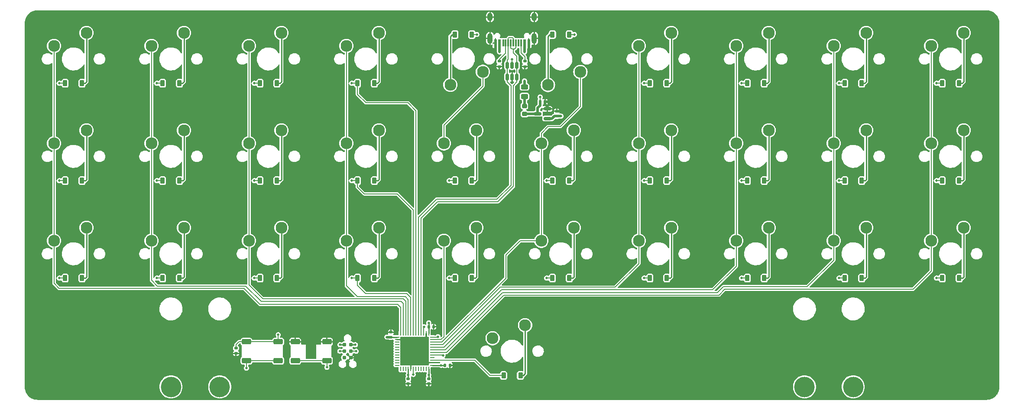
<source format=gbr>
%TF.GenerationSoftware,KiCad,Pcbnew,7.0.7-7.0.7~ubuntu23.04.1*%
%TF.CreationDate,2023-08-22T21:30:14-04:00*%
%TF.ProjectId,KeyboardSpeedrun,4b657962-6f61-4726-9453-706565647275,rev?*%
%TF.SameCoordinates,Original*%
%TF.FileFunction,Copper,L4,Bot*%
%TF.FilePolarity,Positive*%
%FSLAX46Y46*%
G04 Gerber Fmt 4.6, Leading zero omitted, Abs format (unit mm)*
G04 Created by KiCad (PCBNEW 7.0.7-7.0.7~ubuntu23.04.1) date 2023-08-22 21:30:14*
%MOMM*%
%LPD*%
G01*
G04 APERTURE LIST*
G04 Aperture macros list*
%AMRoundRect*
0 Rectangle with rounded corners*
0 $1 Rounding radius*
0 $2 $3 $4 $5 $6 $7 $8 $9 X,Y pos of 4 corners*
0 Add a 4 corners polygon primitive as box body*
4,1,4,$2,$3,$4,$5,$6,$7,$8,$9,$2,$3,0*
0 Add four circle primitives for the rounded corners*
1,1,$1+$1,$2,$3*
1,1,$1+$1,$4,$5*
1,1,$1+$1,$6,$7*
1,1,$1+$1,$8,$9*
0 Add four rect primitives between the rounded corners*
20,1,$1+$1,$2,$3,$4,$5,0*
20,1,$1+$1,$4,$5,$6,$7,0*
20,1,$1+$1,$6,$7,$8,$9,0*
20,1,$1+$1,$8,$9,$2,$3,0*%
G04 Aperture macros list end*
%TA.AperFunction,ComponentPad*%
%ADD10C,2.300000*%
%TD*%
%TA.AperFunction,ComponentPad*%
%ADD11C,4.000000*%
%TD*%
%TA.AperFunction,SMDPad,CuDef*%
%ADD12RoundRect,0.062500X0.062500X-0.375000X0.062500X0.375000X-0.062500X0.375000X-0.062500X-0.375000X0*%
%TD*%
%TA.AperFunction,SMDPad,CuDef*%
%ADD13RoundRect,0.062500X0.375000X-0.062500X0.375000X0.062500X-0.375000X0.062500X-0.375000X-0.062500X0*%
%TD*%
%TA.AperFunction,ComponentPad*%
%ADD14C,0.500000*%
%TD*%
%TA.AperFunction,SMDPad,CuDef*%
%ADD15R,5.600000X5.600000*%
%TD*%
%TA.AperFunction,SMDPad,CuDef*%
%ADD16RoundRect,0.225000X-0.225000X-0.375000X0.225000X-0.375000X0.225000X0.375000X-0.225000X0.375000X0*%
%TD*%
%TA.AperFunction,SMDPad,CuDef*%
%ADD17RoundRect,0.275000X0.625000X0.275000X-0.625000X0.275000X-0.625000X-0.275000X0.625000X-0.275000X0*%
%TD*%
%TA.AperFunction,SMDPad,CuDef*%
%ADD18RoundRect,0.225000X0.225000X0.375000X-0.225000X0.375000X-0.225000X-0.375000X0.225000X-0.375000X0*%
%TD*%
%TA.AperFunction,SMDPad,CuDef*%
%ADD19RoundRect,0.135000X-0.185000X0.135000X-0.185000X-0.135000X0.185000X-0.135000X0.185000X0.135000X0*%
%TD*%
%TA.AperFunction,SMDPad,CuDef*%
%ADD20RoundRect,0.218750X-0.256250X0.218750X-0.256250X-0.218750X0.256250X-0.218750X0.256250X0.218750X0*%
%TD*%
%TA.AperFunction,SMDPad,CuDef*%
%ADD21RoundRect,0.140000X-0.140000X-0.170000X0.140000X-0.170000X0.140000X0.170000X-0.140000X0.170000X0*%
%TD*%
%TA.AperFunction,SMDPad,CuDef*%
%ADD22RoundRect,0.150000X0.150000X-0.512500X0.150000X0.512500X-0.150000X0.512500X-0.150000X-0.512500X0*%
%TD*%
%TA.AperFunction,SMDPad,CuDef*%
%ADD23RoundRect,0.140000X-0.170000X0.140000X-0.170000X-0.140000X0.170000X-0.140000X0.170000X0.140000X0*%
%TD*%
%TA.AperFunction,SMDPad,CuDef*%
%ADD24RoundRect,0.140000X0.170000X-0.140000X0.170000X0.140000X-0.170000X0.140000X-0.170000X-0.140000X0*%
%TD*%
%TA.AperFunction,SMDPad,CuDef*%
%ADD25RoundRect,0.150000X0.587500X0.150000X-0.587500X0.150000X-0.587500X-0.150000X0.587500X-0.150000X0*%
%TD*%
%TA.AperFunction,SMDPad,CuDef*%
%ADD26RoundRect,0.243750X-0.456250X0.243750X-0.456250X-0.243750X0.456250X-0.243750X0.456250X0.243750X0*%
%TD*%
%TA.AperFunction,SMDPad,CuDef*%
%ADD27R,0.600000X1.450000*%
%TD*%
%TA.AperFunction,SMDPad,CuDef*%
%ADD28R,0.300000X1.450000*%
%TD*%
%TA.AperFunction,ComponentPad*%
%ADD29O,1.000000X1.600000*%
%TD*%
%TA.AperFunction,ComponentPad*%
%ADD30O,1.000000X2.100000*%
%TD*%
%TA.AperFunction,ConnectorPad*%
%ADD31C,0.787400*%
%TD*%
%TA.AperFunction,ViaPad*%
%ADD32C,0.500000*%
%TD*%
%TA.AperFunction,Conductor*%
%ADD33C,0.500000*%
%TD*%
%TA.AperFunction,Conductor*%
%ADD34C,0.250000*%
%TD*%
%TA.AperFunction,Conductor*%
%ADD35C,0.150000*%
%TD*%
%TA.AperFunction,Conductor*%
%ADD36C,0.200000*%
%TD*%
G04 APERTURE END LIST*
D10*
%TO.P,MX1,1,1*%
%TO.N,COLUMN0*%
X79533750Y-56991250D03*
%TO.P,MX1,2,2*%
%TO.N,Net-(D1-A)*%
X85883750Y-54451250D03*
%TD*%
%TO.P,MX28,1,1*%
%TO.N,COLUMN7*%
X212883750Y-95091250D03*
%TO.P,MX28,2,2*%
%TO.N,Net-(D28-A)*%
X219233750Y-92551250D03*
%TD*%
%TO.P,MX13,1,1*%
%TO.N,COLUMN2*%
X117633750Y-76041250D03*
%TO.P,MX13,2,2*%
%TO.N,Net-(D13-A)*%
X123983750Y-73501250D03*
%TD*%
%TO.P,MX24,1,1*%
%TO.N,COLUMN3*%
X136683750Y-95091250D03*
%TO.P,MX24,2,2*%
%TO.N,Net-(D24-A)*%
X143033750Y-92551250D03*
%TD*%
%TO.P,MX9,1,1*%
%TO.N,COLUMN8*%
X231933750Y-56991250D03*
%TO.P,MX9,2,2*%
%TO.N,Net-(D9-A)*%
X238283750Y-54451250D03*
%TD*%
%TO.P,MX22,1,1*%
%TO.N,COLUMN1*%
X98583750Y-95091250D03*
%TO.P,MX22,2,2*%
%TO.N,Net-(D22-A)*%
X104933750Y-92551250D03*
%TD*%
%TO.P,MX11,1,1*%
%TO.N,COLUMN0*%
X79533750Y-76041250D03*
%TO.P,MX11,2,2*%
%TO.N,Net-(D11-A)*%
X85883750Y-73501250D03*
%TD*%
%TO.P,MX12,1,1*%
%TO.N,COLUMN1*%
X98583750Y-76041250D03*
%TO.P,MX12,2,2*%
%TO.N,Net-(D12-A)*%
X104933750Y-73501250D03*
%TD*%
%TO.P,MX8,1,1*%
%TO.N,COLUMN7*%
X212883750Y-56991250D03*
%TO.P,MX8,2,2*%
%TO.N,Net-(D8-A)*%
X219233750Y-54451250D03*
%TD*%
%TO.P,MX31,1,1*%
%TO.N,COLUMN4*%
X165258750Y-114141250D03*
%TO.P,MX31,2,2*%
%TO.N,Net-(D31-A)*%
X171608750Y-111601250D03*
%TD*%
%TO.P,MX19,1,1*%
%TO.N,COLUMN8*%
X231933750Y-76041250D03*
%TO.P,MX19,2,2*%
%TO.N,Net-(D19-A)*%
X238283750Y-73501250D03*
%TD*%
%TO.P,MX5,1,1*%
%TO.N,COLUMN4*%
X163353750Y-62051250D03*
%TO.P,MX5,2,2*%
%TO.N,Net-(D5-A)*%
X157003750Y-64591250D03*
%TD*%
%TO.P,MX10,1,1*%
%TO.N,COLUMN9*%
X250983750Y-56991250D03*
%TO.P,MX10,2,2*%
%TO.N,Net-(D10-A)*%
X257333750Y-54451250D03*
%TD*%
%TO.P,MX18,1,1*%
%TO.N,COLUMN7*%
X212883750Y-76041250D03*
%TO.P,MX18,2,2*%
%TO.N,Net-(D18-A)*%
X219233750Y-73501250D03*
%TD*%
%TO.P,MX30,1,1*%
%TO.N,COLUMN9*%
X250983750Y-95091250D03*
%TO.P,MX30,2,2*%
%TO.N,Net-(D30-A)*%
X257333750Y-92551250D03*
%TD*%
%TO.P,MX23,1,1*%
%TO.N,COLUMN2*%
X117633750Y-95091250D03*
%TO.P,MX23,2,2*%
%TO.N,Net-(D23-A)*%
X123983750Y-92551250D03*
%TD*%
%TO.P,MX14,1,1*%
%TO.N,COLUMN3*%
X136683750Y-76041250D03*
%TO.P,MX14,2,2*%
%TO.N,Net-(D14-A)*%
X143033750Y-73501250D03*
%TD*%
%TO.P,MX16,1,1*%
%TO.N,COLUMN5*%
X174783750Y-76041250D03*
%TO.P,MX16,2,2*%
%TO.N,Net-(D16-A)*%
X181133750Y-73501250D03*
%TD*%
D11*
%TO.P,STAB31,*%
%TO.N,*%
X235743750Y-123666250D03*
X226218750Y-123666250D03*
X111918750Y-123666250D03*
X102393750Y-123666250D03*
%TD*%
D10*
%TO.P,MX25,1,1*%
%TO.N,COLUMN4*%
X155733750Y-95091250D03*
%TO.P,MX25,2,2*%
%TO.N,Net-(D25-A)*%
X162083750Y-92551250D03*
%TD*%
%TO.P,MX29,1,1*%
%TO.N,COLUMN8*%
X231933750Y-95091250D03*
%TO.P,MX29,2,2*%
%TO.N,Net-(D29-A)*%
X238283750Y-92551250D03*
%TD*%
%TO.P,MX2,1,1*%
%TO.N,COLUMN1*%
X98583750Y-56991250D03*
%TO.P,MX2,2,2*%
%TO.N,Net-(D2-A)*%
X104933750Y-54451250D03*
%TD*%
%TO.P,MX7,1,1*%
%TO.N,COLUMN6*%
X193833750Y-56991250D03*
%TO.P,MX7,2,2*%
%TO.N,Net-(D7-A)*%
X200183750Y-54451250D03*
%TD*%
%TO.P,MX20,1,1*%
%TO.N,COLUMN9*%
X250983750Y-76041250D03*
%TO.P,MX20,2,2*%
%TO.N,Net-(D20-A)*%
X257333750Y-73501250D03*
%TD*%
%TO.P,MX17,1,1*%
%TO.N,COLUMN6*%
X193833750Y-76041250D03*
%TO.P,MX17,2,2*%
%TO.N,Net-(D17-A)*%
X200183750Y-73501250D03*
%TD*%
%TO.P,MX15,1,1*%
%TO.N,COLUMN4*%
X155733750Y-76041250D03*
%TO.P,MX15,2,2*%
%TO.N,Net-(D15-A)*%
X162083750Y-73501250D03*
%TD*%
%TO.P,MX21,1,1*%
%TO.N,COLUMN0*%
X79533750Y-95091250D03*
%TO.P,MX21,2,2*%
%TO.N,Net-(D21-A)*%
X85883750Y-92551250D03*
%TD*%
%TO.P,MX6,1,1*%
%TO.N,COLUMN5*%
X182423750Y-62071250D03*
%TO.P,MX6,2,2*%
%TO.N,Net-(D6-A)*%
X176073750Y-64611250D03*
%TD*%
%TO.P,MX27,1,1*%
%TO.N,COLUMN6*%
X193833750Y-95091250D03*
%TO.P,MX27,2,2*%
%TO.N,Net-(D27-A)*%
X200183750Y-92551250D03*
%TD*%
%TO.P,MX4,1,1*%
%TO.N,COLUMN3*%
X136683750Y-56991250D03*
%TO.P,MX4,2,2*%
%TO.N,Net-(D4-A)*%
X143033750Y-54451250D03*
%TD*%
%TO.P,MX26,1,1*%
%TO.N,COLUMN5*%
X174783750Y-95091250D03*
%TO.P,MX26,2,2*%
%TO.N,Net-(D26-A)*%
X181133750Y-92551250D03*
%TD*%
%TO.P,MX3,1,1*%
%TO.N,COLUMN2*%
X117633750Y-56991250D03*
%TO.P,MX3,2,2*%
%TO.N,Net-(D3-A)*%
X123983750Y-54451250D03*
%TD*%
D12*
%TO.P,U1,1,VBAT*%
%TO.N,+3.3V*%
X152768750Y-120118750D03*
%TO.P,U1,2,PC13*%
%TO.N,unconnected-(U1-PC13-Pad2)*%
X152268750Y-120118750D03*
%TO.P,U1,3,PC14*%
%TO.N,unconnected-(U1-PC14-Pad3)*%
X151768750Y-120118750D03*
%TO.P,U1,4,PC15*%
%TO.N,unconnected-(U1-PC15-Pad4)*%
X151268750Y-120118750D03*
%TO.P,U1,5,PH0*%
%TO.N,unconnected-(U1-PH0-Pad5)*%
X150768750Y-120118750D03*
%TO.P,U1,6,PH1*%
%TO.N,unconnected-(U1-PH1-Pad6)*%
X150268750Y-120118750D03*
%TO.P,U1,7,NRST*%
%TO.N,/~{RST}*%
X149768750Y-120118750D03*
%TO.P,U1,8,VSSA*%
%TO.N,GND*%
X149268750Y-120118750D03*
%TO.P,U1,9,VDDA*%
%TO.N,+3.3V*%
X148768750Y-120118750D03*
%TO.P,U1,10,PA0*%
%TO.N,unconnected-(U1-PA0-Pad10)*%
X148268750Y-120118750D03*
%TO.P,U1,11,PA1*%
%TO.N,unconnected-(U1-PA1-Pad11)*%
X147768750Y-120118750D03*
%TO.P,U1,12,PA2*%
%TO.N,unconnected-(U1-PA2-Pad12)*%
X147268750Y-120118750D03*
D13*
%TO.P,U1,13,PA3*%
%TO.N,unconnected-(U1-PA3-Pad13)*%
X146581250Y-119431250D03*
%TO.P,U1,14,PA4*%
%TO.N,unconnected-(U1-PA4-Pad14)*%
X146581250Y-118931250D03*
%TO.P,U1,15,PA5*%
%TO.N,unconnected-(U1-PA5-Pad15)*%
X146581250Y-118431250D03*
%TO.P,U1,16,PA6*%
%TO.N,unconnected-(U1-PA6-Pad16)*%
X146581250Y-117931250D03*
%TO.P,U1,17,PA7*%
%TO.N,unconnected-(U1-PA7-Pad17)*%
X146581250Y-117431250D03*
%TO.P,U1,18,PB0*%
%TO.N,unconnected-(U1-PB0-Pad18)*%
X146581250Y-116931250D03*
%TO.P,U1,19,PB1*%
%TO.N,unconnected-(U1-PB1-Pad19)*%
X146581250Y-116431250D03*
%TO.P,U1,20,PB2*%
%TO.N,unconnected-(U1-PB2-Pad20)*%
X146581250Y-115931250D03*
%TO.P,U1,21,PB10*%
%TO.N,unconnected-(U1-PB10-Pad21)*%
X146581250Y-115431250D03*
%TO.P,U1,22,PB11*%
%TO.N,unconnected-(U1-PB11-Pad22)*%
X146581250Y-114931250D03*
%TO.P,U1,23,VSS*%
%TO.N,GND*%
X146581250Y-114431250D03*
%TO.P,U1,24,VDD*%
%TO.N,+3.3V*%
X146581250Y-113931250D03*
D12*
%TO.P,U1,25,PB12*%
%TO.N,COLUMN0*%
X147268750Y-113243750D03*
%TO.P,U1,26,PB13*%
%TO.N,COLUMN1*%
X147768750Y-113243750D03*
%TO.P,U1,27,PB14*%
%TO.N,COLUMN2*%
X148268750Y-113243750D03*
%TO.P,U1,28,PB15*%
%TO.N,COLUMN3*%
X148768750Y-113243750D03*
%TO.P,U1,29,PA8*%
%TO.N,ROW2*%
X149268750Y-113243750D03*
%TO.P,U1,30,PA9*%
%TO.N,ROW1*%
X149768750Y-113243750D03*
%TO.P,U1,31,PA10*%
%TO.N,ROW0*%
X150268750Y-113243750D03*
%TO.P,U1,32,PA11*%
%TO.N,/D-*%
X150768750Y-113243750D03*
%TO.P,U1,33,PA12*%
%TO.N,/D+*%
X151268750Y-113243750D03*
%TO.P,U1,34,PA13*%
%TO.N,/SWD*%
X151768750Y-113243750D03*
%TO.P,U1,35,VSS*%
%TO.N,GND*%
X152268750Y-113243750D03*
%TO.P,U1,36,VDDUSB*%
%TO.N,+3.3V*%
X152768750Y-113243750D03*
D13*
%TO.P,U1,37,PA14*%
%TO.N,/SWCLK*%
X153456250Y-113931250D03*
%TO.P,U1,38,PA15*%
%TO.N,COLUMN4*%
X153456250Y-114431250D03*
%TO.P,U1,39,PB3*%
%TO.N,COLUMN5*%
X153456250Y-114931250D03*
%TO.P,U1,40,PB4*%
%TO.N,COLUMN6*%
X153456250Y-115431250D03*
%TO.P,U1,41,PB5*%
%TO.N,COLUMN7*%
X153456250Y-115931250D03*
%TO.P,U1,42,PB6*%
%TO.N,COLUMN8*%
X153456250Y-116431250D03*
%TO.P,U1,43,PB7*%
%TO.N,COLUMN9*%
X153456250Y-116931250D03*
%TO.P,U1,44,PH3*%
%TO.N,/BOOT0*%
X153456250Y-117431250D03*
%TO.P,U1,45,PB8*%
%TO.N,unconnected-(U1-PB8-Pad45)*%
X153456250Y-117931250D03*
%TO.P,U1,46,PB9*%
%TO.N,ROW3*%
X153456250Y-118431250D03*
%TO.P,U1,47,VSS*%
%TO.N,GND*%
X153456250Y-118931250D03*
%TO.P,U1,48,VDD*%
%TO.N,+3.3V*%
X153456250Y-119431250D03*
D14*
%TO.P,U1,49,VSS*%
%TO.N,GND*%
X147468750Y-119231250D03*
X148743750Y-119231250D03*
X150018750Y-119231250D03*
X151293750Y-119231250D03*
X152568750Y-119231250D03*
X147468750Y-117956250D03*
X148743750Y-117956250D03*
X150018750Y-117956250D03*
X151293750Y-117956250D03*
X152568750Y-117956250D03*
X147468750Y-116681250D03*
X148743750Y-116681250D03*
X150018750Y-116681250D03*
D15*
X150018750Y-116681250D03*
D14*
X151293750Y-116681250D03*
X152568750Y-116681250D03*
X147468750Y-115406250D03*
X148743750Y-115406250D03*
X150018750Y-115406250D03*
X151293750Y-115406250D03*
X152568750Y-115406250D03*
X147468750Y-114131250D03*
X148743750Y-114131250D03*
X150018750Y-114131250D03*
X151293750Y-114131250D03*
X152568750Y-114131250D03*
%TD*%
D16*
%TO.P,D11,1,K*%
%TO.N,ROW1*%
X81693750Y-83343750D03*
%TO.P,D11,2,A*%
%TO.N,Net-(D11-A)*%
X84993750Y-83343750D03*
%TD*%
D17*
%TO.P,SW2,1,1*%
%TO.N,GND*%
X132878125Y-114831250D03*
X126678125Y-114831250D03*
%TO.P,SW2,2,2*%
%TO.N,/~{RST}*%
X132878125Y-118531250D03*
X126678125Y-118531250D03*
%TD*%
D16*
%TO.P,D20,1,K*%
%TO.N,ROW1*%
X253143750Y-83343750D03*
%TO.P,D20,2,A*%
%TO.N,Net-(D20-A)*%
X256443750Y-83343750D03*
%TD*%
%TO.P,D15,1,K*%
%TO.N,ROW1*%
X157893750Y-83343750D03*
%TO.P,D15,2,A*%
%TO.N,Net-(D15-A)*%
X161193750Y-83343750D03*
%TD*%
%TO.P,D24,1,K*%
%TO.N,ROW2*%
X138843750Y-102393750D03*
%TO.P,D24,2,A*%
%TO.N,Net-(D24-A)*%
X142143750Y-102393750D03*
%TD*%
D18*
%TO.P,D6,1,K*%
%TO.N,ROW0*%
X180263750Y-54768750D03*
%TO.P,D6,2,A*%
%TO.N,Net-(D6-A)*%
X176963750Y-54768750D03*
%TD*%
D16*
%TO.P,D1,1,K*%
%TO.N,ROW0*%
X81693750Y-64293750D03*
%TO.P,D1,2,A*%
%TO.N,Net-(D1-A)*%
X84993750Y-64293750D03*
%TD*%
%TO.P,D31,1,K*%
%TO.N,ROW3*%
X167418750Y-121443750D03*
%TO.P,D31,2,A*%
%TO.N,Net-(D31-A)*%
X170718750Y-121443750D03*
%TD*%
D19*
%TO.P,R1,1*%
%TO.N,Net-(J1-CC1)*%
X166568750Y-59990000D03*
%TO.P,R1,2*%
%TO.N,GND*%
X166568750Y-61010000D03*
%TD*%
D16*
%TO.P,D29,1,K*%
%TO.N,ROW2*%
X234093750Y-102393750D03*
%TO.P,D29,2,A*%
%TO.N,Net-(D29-A)*%
X237393750Y-102393750D03*
%TD*%
%TO.P,D16,1,K*%
%TO.N,ROW1*%
X176943750Y-83343750D03*
%TO.P,D16,2,A*%
%TO.N,Net-(D16-A)*%
X180243750Y-83343750D03*
%TD*%
D17*
%TO.P,SW1,1,1*%
%TO.N,/BOOT0*%
X123353125Y-114831250D03*
X117153125Y-114831250D03*
%TO.P,SW1,2,2*%
%TO.N,+3.3V*%
X123353125Y-118531250D03*
X117153125Y-118531250D03*
%TD*%
D20*
%TO.P,FB1,1*%
%TO.N,Net-(F1-Pad2)*%
X171500000Y-68712500D03*
%TO.P,FB1,2*%
%TO.N,VBUS*%
X171500000Y-70287500D03*
%TD*%
D16*
%TO.P,D12,1,K*%
%TO.N,ROW1*%
X100743750Y-83343750D03*
%TO.P,D12,2,A*%
%TO.N,Net-(D12-A)*%
X104043750Y-83343750D03*
%TD*%
%TO.P,D22,1,K*%
%TO.N,ROW2*%
X100743750Y-102393750D03*
%TO.P,D22,2,A*%
%TO.N,Net-(D22-A)*%
X104043750Y-102393750D03*
%TD*%
%TO.P,D19,1,K*%
%TO.N,ROW1*%
X234093750Y-83343750D03*
%TO.P,D19,2,A*%
%TO.N,Net-(D19-A)*%
X237393750Y-83343750D03*
%TD*%
%TO.P,D30,1,K*%
%TO.N,ROW2*%
X253143750Y-102393750D03*
%TO.P,D30,2,A*%
%TO.N,Net-(D30-A)*%
X256443750Y-102393750D03*
%TD*%
%TO.P,D23,1,K*%
%TO.N,ROW2*%
X119793750Y-102393750D03*
%TO.P,D23,2,A*%
%TO.N,Net-(D23-A)*%
X123093750Y-102393750D03*
%TD*%
D18*
%TO.P,D5,1,K*%
%TO.N,ROW0*%
X161193750Y-54748750D03*
%TO.P,D5,2,A*%
%TO.N,Net-(D5-A)*%
X157893750Y-54748750D03*
%TD*%
D16*
%TO.P,D13,1,K*%
%TO.N,ROW1*%
X119793750Y-83343750D03*
%TO.P,D13,2,A*%
%TO.N,Net-(D13-A)*%
X123093750Y-83343750D03*
%TD*%
%TO.P,D27,1,K*%
%TO.N,ROW2*%
X195993750Y-102393750D03*
%TO.P,D27,2,A*%
%TO.N,Net-(D27-A)*%
X199293750Y-102393750D03*
%TD*%
%TO.P,D18,1,K*%
%TO.N,ROW1*%
X215043750Y-83343750D03*
%TO.P,D18,2,A*%
%TO.N,Net-(D18-A)*%
X218343750Y-83343750D03*
%TD*%
D21*
%TO.P,C3,1*%
%TO.N,+3.3V*%
X152768750Y-111906250D03*
%TO.P,C3,2*%
%TO.N,GND*%
X153728750Y-111906250D03*
%TD*%
D22*
%TO.P,U2,1,I/O1*%
%TO.N,/D+*%
X170018750Y-63050000D03*
%TO.P,U2,2,GND*%
%TO.N,GND*%
X169068750Y-63050000D03*
%TO.P,U2,3,I/O2*%
%TO.N,/D-*%
X168118750Y-63050000D03*
%TO.P,U2,4,I/O2*%
X168118750Y-60775000D03*
%TO.P,U2,5,VBUS*%
%TO.N,VBUS*%
X169068750Y-60775000D03*
%TO.P,U2,6,I/O1*%
%TO.N,/D+*%
X170018750Y-60775000D03*
%TD*%
D16*
%TO.P,D4,1,K*%
%TO.N,ROW0*%
X138843750Y-64293750D03*
%TO.P,D4,2,A*%
%TO.N,Net-(D4-A)*%
X142143750Y-64293750D03*
%TD*%
%TO.P,D25,1,K*%
%TO.N,ROW2*%
X157893750Y-102393750D03*
%TO.P,D25,2,A*%
%TO.N,Net-(D25-A)*%
X161193750Y-102393750D03*
%TD*%
%TO.P,D10,1,K*%
%TO.N,ROW0*%
X253143750Y-64293750D03*
%TO.P,D10,2,A*%
%TO.N,Net-(D10-A)*%
X256443750Y-64293750D03*
%TD*%
D23*
%TO.P,C6,1*%
%TO.N,+3.3V*%
X148768750Y-122076250D03*
%TO.P,C6,2*%
%TO.N,GND*%
X148768750Y-123036250D03*
%TD*%
D24*
%TO.P,C5,1*%
%TO.N,+3.3V*%
X145378750Y-113926250D03*
%TO.P,C5,2*%
%TO.N,GND*%
X145378750Y-112966250D03*
%TD*%
D16*
%TO.P,D14,1,K*%
%TO.N,ROW1*%
X138843750Y-83343750D03*
%TO.P,D14,2,A*%
%TO.N,Net-(D14-A)*%
X142143750Y-83343750D03*
%TD*%
D25*
%TO.P,U3,1,GND*%
%TO.N,GND*%
X175959375Y-69296875D03*
%TO.P,U3,2,VO*%
%TO.N,+3.3V*%
X175959375Y-71196875D03*
%TO.P,U3,3,VI*%
%TO.N,VBUS*%
X174084375Y-70246875D03*
%TD*%
D23*
%TO.P,C7,1*%
%TO.N,+3.3V*%
X152768750Y-122076250D03*
%TO.P,C7,2*%
%TO.N,GND*%
X152768750Y-123036250D03*
%TD*%
D21*
%TO.P,C2,1*%
%TO.N,VBUS*%
X174538750Y-67906250D03*
%TO.P,C2,2*%
%TO.N,GND*%
X175498750Y-67906250D03*
%TD*%
%TO.P,C4,1*%
%TO.N,+3.3V*%
X155948750Y-119436250D03*
%TO.P,C4,2*%
%TO.N,GND*%
X156908750Y-119436250D03*
%TD*%
D16*
%TO.P,D26,1,K*%
%TO.N,ROW2*%
X176943750Y-102393750D03*
%TO.P,D26,2,A*%
%TO.N,Net-(D26-A)*%
X180243750Y-102393750D03*
%TD*%
D26*
%TO.P,F1,1*%
%TO.N,Net-(F1-Pad1)*%
X171500000Y-65000000D03*
%TO.P,F1,2*%
%TO.N,Net-(F1-Pad2)*%
X171500000Y-66875000D03*
%TD*%
D16*
%TO.P,D8,1,K*%
%TO.N,ROW0*%
X215043750Y-64293750D03*
%TO.P,D8,2,A*%
%TO.N,Net-(D8-A)*%
X218343750Y-64293750D03*
%TD*%
D19*
%TO.P,R3,1*%
%TO.N,/BOOT0*%
X115115625Y-116096250D03*
%TO.P,R3,2*%
%TO.N,GND*%
X115115625Y-117116250D03*
%TD*%
D16*
%TO.P,D17,1,K*%
%TO.N,ROW1*%
X195993750Y-83343750D03*
%TO.P,D17,2,A*%
%TO.N,Net-(D17-A)*%
X199293750Y-83343750D03*
%TD*%
D27*
%TO.P,J1,A1,GND*%
%TO.N,GND*%
X165818750Y-56432500D03*
%TO.P,J1,A4,VBUS*%
%TO.N,Net-(F1-Pad1)*%
X166618750Y-56432500D03*
D28*
%TO.P,J1,A5,CC1*%
%TO.N,Net-(J1-CC1)*%
X167818750Y-56432500D03*
%TO.P,J1,A6,D+*%
%TO.N,/D+*%
X168818750Y-56432500D03*
%TO.P,J1,A7,D-*%
%TO.N,/D-*%
X169318750Y-56432500D03*
%TO.P,J1,A8,SBU1*%
%TO.N,unconnected-(J1-SBU1-PadA8)*%
X170318750Y-56432500D03*
D27*
%TO.P,J1,A9,VBUS*%
%TO.N,Net-(F1-Pad1)*%
X171518750Y-56432500D03*
%TO.P,J1,A12,GND*%
%TO.N,GND*%
X172318750Y-56432500D03*
%TO.P,J1,B1,GND*%
X172318750Y-56432500D03*
%TO.P,J1,B4,VBUS*%
%TO.N,Net-(F1-Pad1)*%
X171518750Y-56432500D03*
D28*
%TO.P,J1,B5,CC2*%
%TO.N,Net-(J1-CC2)*%
X170818750Y-56432500D03*
%TO.P,J1,B6,D+*%
%TO.N,/D+*%
X169818750Y-56432500D03*
%TO.P,J1,B7,D-*%
%TO.N,/D-*%
X168318750Y-56432500D03*
%TO.P,J1,B8,SBU2*%
%TO.N,unconnected-(J1-SBU2-PadB8)*%
X167318750Y-56432500D03*
D27*
%TO.P,J1,B9,VBUS*%
%TO.N,Net-(F1-Pad1)*%
X166618750Y-56432500D03*
%TO.P,J1,B12,GND*%
%TO.N,GND*%
X165818750Y-56432500D03*
D29*
%TO.P,J1,S1,SHIELD*%
X164748750Y-51337500D03*
D30*
X164748750Y-55517500D03*
D29*
X173388750Y-51337500D03*
D30*
X173388750Y-55517500D03*
%TD*%
D16*
%TO.P,D9,1,K*%
%TO.N,ROW0*%
X234093750Y-64293750D03*
%TO.P,D9,2,A*%
%TO.N,Net-(D9-A)*%
X237393750Y-64293750D03*
%TD*%
%TO.P,D7,1,K*%
%TO.N,ROW0*%
X195993750Y-64293750D03*
%TO.P,D7,2,A*%
%TO.N,Net-(D7-A)*%
X199293750Y-64293750D03*
%TD*%
D24*
%TO.P,C1,1*%
%TO.N,+3.3V*%
X177788750Y-70726250D03*
%TO.P,C1,2*%
%TO.N,GND*%
X177788750Y-69766250D03*
%TD*%
D16*
%TO.P,D3,1,K*%
%TO.N,ROW0*%
X119793750Y-64293750D03*
%TO.P,D3,2,A*%
%TO.N,Net-(D3-A)*%
X123093750Y-64293750D03*
%TD*%
%TO.P,D28,1,K*%
%TO.N,ROW2*%
X215043750Y-102393750D03*
%TO.P,D28,2,A*%
%TO.N,Net-(D28-A)*%
X218343750Y-102393750D03*
%TD*%
%TO.P,D21,1,K*%
%TO.N,ROW2*%
X81693750Y-102393750D03*
%TO.P,D21,2,A*%
%TO.N,Net-(D21-A)*%
X84993750Y-102393750D03*
%TD*%
D31*
%TO.P,J2,1,VCC*%
%TO.N,+3.3V*%
X137556875Y-115411250D03*
%TO.P,J2,2,SWDIO*%
%TO.N,/SWD*%
X136286875Y-115411250D03*
%TO.P,J2,3,~{RST}*%
%TO.N,/~{RST}*%
X137556875Y-116681250D03*
%TO.P,J2,4,SWCLK*%
%TO.N,/SWCLK*%
X136286875Y-116681250D03*
%TO.P,J2,5,GND*%
%TO.N,GND*%
X137556875Y-117951250D03*
%TO.P,J2,6,SWO*%
%TO.N,unconnected-(J2-SWO-Pad6)*%
X136286875Y-117951250D03*
%TD*%
D16*
%TO.P,D2,1,K*%
%TO.N,ROW0*%
X100743750Y-64293750D03*
%TO.P,D2,2,A*%
%TO.N,Net-(D2-A)*%
X104043750Y-64293750D03*
%TD*%
D19*
%TO.P,R2,1*%
%TO.N,Net-(J1-CC2)*%
X171568750Y-59990000D03*
%TO.P,R2,2*%
%TO.N,GND*%
X171568750Y-61010000D03*
%TD*%
D32*
%TO.N,+3.3V*%
X155198750Y-119436250D03*
X152768750Y-111146250D03*
X117148750Y-119986250D03*
X148768750Y-121336250D03*
X178638750Y-70726250D03*
X152768750Y-121326250D03*
X138445625Y-115416250D03*
X144608750Y-113926250D03*
%TO.N,GND*%
X148768750Y-123776250D03*
X144588750Y-112966250D03*
X138445625Y-117956250D03*
X153728750Y-111146250D03*
X157738750Y-119436250D03*
X152768750Y-123766250D03*
X126678750Y-113576250D03*
X178628750Y-69776250D03*
X169068750Y-64156250D03*
X115118750Y-117876250D03*
X147658750Y-74196250D03*
X176248750Y-67896250D03*
X166568750Y-61736250D03*
X172408750Y-61006250D03*
X170688750Y-59596250D03*
X147738750Y-94866250D03*
X172318750Y-58136250D03*
X165828750Y-58136250D03*
%TO.N,/SWD*%
X151898750Y-111946250D03*
X135405625Y-115416250D03*
%TO.N,/~{RST}*%
X138598750Y-116686250D03*
X132878750Y-119846250D03*
X149768750Y-121216250D03*
%TO.N,/SWCLK*%
X154558750Y-113846250D03*
X135398750Y-116676250D03*
%TO.N,ROW0*%
X252038750Y-64296250D03*
X137738750Y-64296250D03*
X99638750Y-64296250D03*
X194888750Y-64296250D03*
X213938750Y-64296250D03*
X118688750Y-64296250D03*
X181228750Y-54766250D03*
X80588750Y-64296250D03*
X162168750Y-54746250D03*
X232988750Y-64296250D03*
%TO.N,ROW1*%
X156788750Y-83346250D03*
X137738750Y-83346250D03*
X232988750Y-83346250D03*
X194888750Y-83346250D03*
X252038750Y-83346250D03*
X99638750Y-83346250D03*
X80588750Y-83346250D03*
X213938750Y-83346250D03*
X118688750Y-83346250D03*
X175838750Y-83346250D03*
%TO.N,ROW2*%
X118688750Y-102396250D03*
X232988750Y-102396250D03*
X194888750Y-102396250D03*
X80588750Y-102396250D03*
X137738750Y-102396250D03*
X99638750Y-102396250D03*
X213938750Y-102396250D03*
X156788750Y-102396250D03*
X175838750Y-102396250D03*
X252038750Y-102396250D03*
%TO.N,/BOOT0*%
X123358750Y-113486250D03*
X155568750Y-117536250D03*
%TO.N,VBUS*%
X174538750Y-66976250D03*
X169068750Y-59586250D03*
%TO.N,Net-(F1-Pad1)*%
X166618750Y-58136250D03*
X171508750Y-63816250D03*
X171518750Y-58136250D03*
%TD*%
D33*
%TO.N,+3.3V*%
X177788750Y-70726250D02*
X177328750Y-70726250D01*
D34*
X155198750Y-119436250D02*
X155948750Y-119436250D01*
X155193750Y-119431250D02*
X153456250Y-119431250D01*
X148768750Y-122076250D02*
X148768750Y-121336250D01*
X137556875Y-115411250D02*
X138440625Y-115411250D01*
X155198750Y-119436250D02*
X155193750Y-119431250D01*
D35*
X117153125Y-118531250D02*
X123353125Y-118531250D01*
D33*
X177328750Y-70726250D02*
X176858125Y-71196875D01*
D35*
X117153125Y-118531250D02*
X117153125Y-119981875D01*
D33*
X145378750Y-113926250D02*
X144608750Y-113926250D01*
D34*
X148768750Y-121336250D02*
X148768750Y-120118750D01*
X152768750Y-111906250D02*
X152768750Y-111146250D01*
D33*
X176858125Y-71196875D02*
X175959375Y-71196875D01*
D34*
X146581250Y-113931250D02*
X145383750Y-113931250D01*
D35*
X117153125Y-119981875D02*
X117148750Y-119986250D01*
D34*
X152768750Y-113243750D02*
X152768750Y-111906250D01*
X145383750Y-113931250D02*
X145378750Y-113926250D01*
D33*
X177788750Y-70726250D02*
X178638750Y-70726250D01*
D34*
X152768750Y-122076250D02*
X152768750Y-120118750D01*
%TO.N,GND*%
X152268750Y-114431250D02*
X150018750Y-116681250D01*
D33*
X175498750Y-68376250D02*
X175498750Y-67906250D01*
D35*
X126678125Y-114831250D02*
X126678125Y-113576875D01*
X166568750Y-61010000D02*
X166568750Y-61736250D01*
D34*
X149268750Y-120118750D02*
X149268750Y-117431250D01*
X149268750Y-117431250D02*
X150018750Y-116681250D01*
D35*
X152268750Y-118931250D02*
X150018750Y-116681250D01*
X153456250Y-118931250D02*
X152268750Y-118931250D01*
X126678125Y-113576875D02*
X126678750Y-113576250D01*
X115115625Y-117873125D02*
X115118750Y-117876250D01*
D34*
X152268750Y-113243750D02*
X152268750Y-114431250D01*
X148768750Y-123036250D02*
X148768750Y-123776250D01*
D35*
X172405000Y-61010000D02*
X172408750Y-61006250D01*
D33*
X175959375Y-68836875D02*
X175498750Y-68376250D01*
X177788750Y-69766250D02*
X178618750Y-69766250D01*
D34*
X147768750Y-114431250D02*
X150018750Y-116681250D01*
D33*
X175498750Y-67906250D02*
X176238750Y-67906250D01*
X178618750Y-69766250D02*
X178628750Y-69776250D01*
D34*
X156908750Y-119436250D02*
X157738750Y-119436250D01*
D35*
X126678125Y-114831250D02*
X132878125Y-114831250D01*
D34*
X153728750Y-111906250D02*
X153728750Y-111146250D01*
D35*
X171568750Y-61010000D02*
X172405000Y-61010000D01*
D33*
X165818750Y-56432500D02*
X165818750Y-58126250D01*
D34*
X146581250Y-114431250D02*
X147768750Y-114431250D01*
D33*
X176238750Y-67906250D02*
X176248750Y-67896250D01*
D35*
X115115625Y-117116250D02*
X115115625Y-117873125D01*
D33*
X175959375Y-69296875D02*
X175959375Y-68836875D01*
D34*
X145378750Y-112966250D02*
X144588750Y-112966250D01*
D33*
X172318750Y-56432500D02*
X172318750Y-58136250D01*
D34*
X152768750Y-123036250D02*
X152768750Y-123766250D01*
D33*
X165818750Y-58126250D02*
X165828750Y-58136250D01*
D34*
X137556875Y-117951250D02*
X138440625Y-117951250D01*
D35*
X169068750Y-63050000D02*
X169068750Y-64156250D01*
%TO.N,/SWD*%
X151768750Y-112076250D02*
X151898750Y-111946250D01*
X151768750Y-113243750D02*
X151768750Y-112076250D01*
D34*
X136286875Y-115411250D02*
X135410625Y-115411250D01*
D35*
%TO.N,/~{RST}*%
X126678125Y-118531250D02*
X132878125Y-118531250D01*
X137556875Y-116681250D02*
X138593750Y-116681250D01*
X138593750Y-116681250D02*
X138598750Y-116686250D01*
X132878125Y-118531250D02*
X132878125Y-119845625D01*
X149768750Y-120118750D02*
X149768750Y-121216250D01*
X132878125Y-119845625D02*
X132878750Y-119846250D01*
%TO.N,/SWCLK*%
X154473750Y-113931250D02*
X154558750Y-113846250D01*
X135403750Y-116681250D02*
X135398750Y-116676250D01*
X153456250Y-113931250D02*
X154473750Y-113931250D01*
X136286875Y-116681250D02*
X135403750Y-116681250D01*
%TO.N,ROW0*%
X100743750Y-64293750D02*
X99641250Y-64293750D01*
X138843750Y-64293750D02*
X137741250Y-64293750D01*
X140488750Y-68116250D02*
X138843750Y-66471250D01*
X180263750Y-54768750D02*
X181226250Y-54768750D01*
X161193750Y-54748750D02*
X162166250Y-54748750D01*
X234093750Y-64293750D02*
X232991250Y-64293750D01*
X148728750Y-68116250D02*
X140488750Y-68116250D01*
X162166250Y-54748750D02*
X162168750Y-54746250D01*
X181226250Y-54768750D02*
X181228750Y-54766250D01*
X253143750Y-64293750D02*
X252041250Y-64293750D01*
X81693750Y-64293750D02*
X80591250Y-64293750D01*
X138843750Y-66471250D02*
X138843750Y-64293750D01*
X119793750Y-64293750D02*
X118691250Y-64293750D01*
X215043750Y-64293750D02*
X213941250Y-64293750D01*
X80591250Y-64293750D02*
X80588750Y-64296250D01*
X195993750Y-64293750D02*
X194891250Y-64293750D01*
X150268750Y-113243750D02*
X150268750Y-69656250D01*
X150268750Y-69656250D02*
X148728750Y-68116250D01*
D34*
%TO.N,Net-(D1-A)*%
X85571250Y-64293750D02*
X84993750Y-64293750D01*
X85883750Y-63981250D02*
X85571250Y-64293750D01*
X85883750Y-54451250D02*
X85883750Y-63981250D01*
D35*
%TO.N,ROW1*%
X149708750Y-89036250D02*
X149708750Y-90536250D01*
X157893750Y-83343750D02*
X156791250Y-83343750D01*
X146598750Y-85926250D02*
X149708750Y-89036250D01*
X215043750Y-83343750D02*
X213941250Y-83343750D01*
X140168750Y-85926250D02*
X146598750Y-85926250D01*
X234093750Y-83343750D02*
X232991250Y-83343750D01*
X138843750Y-84601250D02*
X140168750Y-85926250D01*
X119793750Y-83343750D02*
X118691250Y-83343750D01*
X149768750Y-90596250D02*
X149768750Y-113243750D01*
X138843750Y-83343750D02*
X138843750Y-84601250D01*
X195993750Y-83343750D02*
X194891250Y-83343750D01*
X253143750Y-83343750D02*
X252041250Y-83343750D01*
X176943750Y-83343750D02*
X175841250Y-83343750D01*
X81693750Y-83343750D02*
X80591250Y-83343750D01*
X149708750Y-90536250D02*
X149768750Y-90596250D01*
X138843750Y-83343750D02*
X137741250Y-83343750D01*
X100743750Y-83343750D02*
X99641250Y-83343750D01*
D34*
%TO.N,Net-(D2-A)*%
X104621250Y-64293750D02*
X104043750Y-64293750D01*
X104933750Y-54451250D02*
X104933750Y-63981250D01*
X104933750Y-63981250D02*
X104621250Y-64293750D01*
D35*
%TO.N,ROW2*%
X195993750Y-102393750D02*
X194891250Y-102393750D01*
X138843750Y-102393750D02*
X137741250Y-102393750D01*
X253143750Y-102393750D02*
X252041250Y-102393750D01*
X176943750Y-102393750D02*
X175841250Y-102393750D01*
X119793750Y-102393750D02*
X118691250Y-102393750D01*
X234093750Y-102393750D02*
X232991250Y-102393750D01*
X157893750Y-102393750D02*
X156791250Y-102393750D01*
X149268750Y-113243750D02*
X149268750Y-106206250D01*
X215043750Y-102393750D02*
X213941250Y-102393750D01*
X138843750Y-103781250D02*
X138843750Y-102393750D01*
X140468750Y-105406250D02*
X138843750Y-103781250D01*
X149268750Y-106206250D02*
X148468750Y-105406250D01*
X100743750Y-102393750D02*
X99641250Y-102393750D01*
X148468750Y-105406250D02*
X140468750Y-105406250D01*
X81693750Y-102393750D02*
X80591250Y-102393750D01*
D34*
%TO.N,Net-(D3-A)*%
X123983750Y-63981250D02*
X123671250Y-64293750D01*
X123671250Y-64293750D02*
X123093750Y-64293750D01*
X123983750Y-54451250D02*
X123983750Y-63981250D01*
D35*
%TO.N,ROW3*%
X164766250Y-121443750D02*
X167418750Y-121443750D01*
X161753750Y-118431250D02*
X164766250Y-121443750D01*
X153456250Y-118431250D02*
X161753750Y-118431250D01*
D34*
%TO.N,Net-(D4-A)*%
X143033750Y-63981250D02*
X142721250Y-64293750D01*
X142721250Y-64293750D02*
X142143750Y-64293750D01*
X143033750Y-54451250D02*
X143033750Y-63981250D01*
D35*
%TO.N,COLUMN0*%
X80528750Y-104416250D02*
X116638750Y-104416250D01*
X79533750Y-95091250D02*
X79533750Y-103421250D01*
X147268750Y-108136250D02*
X147268750Y-113243750D01*
X79533750Y-103421250D02*
X80528750Y-104416250D01*
X119788750Y-107566250D02*
X146698750Y-107566250D01*
X79533750Y-95091250D02*
X79533750Y-56991250D01*
X146698750Y-107566250D02*
X147268750Y-108136250D01*
X116638750Y-104416250D02*
X119788750Y-107566250D01*
D34*
%TO.N,Net-(D5-A)*%
X157003750Y-64591250D02*
X157003750Y-55081250D01*
X157336250Y-54748750D02*
X157893750Y-54748750D01*
X157003750Y-55081250D02*
X157336250Y-54748750D01*
D35*
%TO.N,COLUMN1*%
X98583750Y-102811250D02*
X98583750Y-95091250D01*
X117018750Y-103976250D02*
X99748750Y-103976250D01*
X147768750Y-113243750D02*
X147768750Y-107366250D01*
X99748750Y-103976250D02*
X98583750Y-102811250D01*
X147368750Y-106966250D02*
X120008750Y-106966250D01*
X120008750Y-106966250D02*
X117018750Y-103976250D01*
X98583750Y-56991250D02*
X98583750Y-95091250D01*
X147768750Y-107366250D02*
X147368750Y-106966250D01*
D34*
%TO.N,Net-(D6-A)*%
X176073750Y-55131250D02*
X176436250Y-54768750D01*
X176073750Y-64611250D02*
X176073750Y-55131250D01*
X176436250Y-54768750D02*
X176963750Y-54768750D01*
D35*
%TO.N,COLUMN2*%
X117633750Y-103701250D02*
X117633750Y-95091250D01*
X147808750Y-106456250D02*
X120388750Y-106456250D01*
X120388750Y-106456250D02*
X117633750Y-103701250D01*
X148268750Y-113243750D02*
X148268750Y-106916250D01*
X117633750Y-95091250D02*
X117633750Y-56991250D01*
X148268750Y-106916250D02*
X147808750Y-106456250D01*
D34*
%TO.N,Net-(D7-A)*%
X200183750Y-63981250D02*
X199871250Y-64293750D01*
X200183750Y-54451250D02*
X200183750Y-63981250D01*
X199871250Y-64293750D02*
X199293750Y-64293750D01*
D35*
%TO.N,COLUMN3*%
X148218750Y-106016250D02*
X138808750Y-106016250D01*
X136683750Y-56991250D02*
X136683750Y-95091250D01*
X136683750Y-103891250D02*
X136683750Y-95091250D01*
X148768750Y-106566250D02*
X148218750Y-106016250D01*
X138808750Y-106016250D02*
X136683750Y-103891250D01*
X148768750Y-113243750D02*
X148768750Y-106566250D01*
D34*
%TO.N,Net-(D8-A)*%
X218921250Y-64293750D02*
X218343750Y-64293750D01*
X219233750Y-63981250D02*
X218921250Y-64293750D01*
X219233750Y-54451250D02*
X219233750Y-63981250D01*
D35*
%TO.N,COLUMN4*%
X163353750Y-64861250D02*
X163353750Y-62051250D01*
X155203750Y-114431250D02*
X155733750Y-113901250D01*
X155733750Y-76041250D02*
X155733750Y-72481250D01*
X155733750Y-72481250D02*
X163353750Y-64861250D01*
X153456250Y-114431250D02*
X155203750Y-114431250D01*
X155733750Y-113901250D02*
X155733750Y-95091250D01*
D34*
%TO.N,Net-(D9-A)*%
X238283750Y-54451250D02*
X238283750Y-63981250D01*
X237971250Y-64293750D02*
X237393750Y-64293750D01*
X238283750Y-63981250D02*
X237971250Y-64293750D01*
D35*
%TO.N,COLUMN5*%
X155323750Y-114931250D02*
X167838750Y-102416250D01*
X153456250Y-114931250D02*
X155323750Y-114931250D01*
X170663750Y-95091250D02*
X174783750Y-95091250D01*
X174783750Y-95091250D02*
X174783750Y-76041250D01*
X174783750Y-76041250D02*
X174783750Y-74081250D01*
X167838750Y-97916250D02*
X170663750Y-95091250D01*
X176098750Y-72766250D02*
X178508750Y-72766250D01*
X167838750Y-102416250D02*
X167838750Y-97916250D01*
X182423750Y-68851250D02*
X182423750Y-62071250D01*
X178508750Y-72766250D02*
X182423750Y-68851250D01*
X174783750Y-74081250D02*
X176098750Y-72766250D01*
D34*
%TO.N,Net-(D10-A)*%
X257333750Y-63981250D02*
X257021250Y-64293750D01*
X257333750Y-54451250D02*
X257333750Y-63981250D01*
X257021250Y-64293750D02*
X256443750Y-64293750D01*
D35*
%TO.N,COLUMN6*%
X193833750Y-95091250D02*
X193833750Y-56991250D01*
X189238750Y-104186250D02*
X193833750Y-99591250D01*
X193833750Y-99591250D02*
X193833750Y-95091250D01*
X155513750Y-115431250D02*
X166758750Y-104186250D01*
X153456250Y-115431250D02*
X155513750Y-115431250D01*
X166758750Y-104186250D02*
X189238750Y-104186250D01*
D34*
%TO.N,Net-(D11-A)*%
X85883750Y-83111250D02*
X85651250Y-83343750D01*
X85883750Y-73501250D02*
X85883750Y-83111250D01*
X85651250Y-83343750D02*
X84993750Y-83343750D01*
D35*
%TO.N,COLUMN7*%
X155753750Y-115931250D02*
X167008750Y-104676250D01*
X212883750Y-100071250D02*
X212883750Y-95091250D01*
X153456250Y-115931250D02*
X155753750Y-115931250D01*
X208278750Y-104676250D02*
X212883750Y-100071250D01*
X167008750Y-104676250D02*
X208278750Y-104676250D01*
X212883750Y-56991250D02*
X212883750Y-95091250D01*
D34*
%TO.N,Net-(D12-A)*%
X104701250Y-83343750D02*
X104043750Y-83343750D01*
X104933750Y-73501250D02*
X104933750Y-83111250D01*
X104933750Y-83111250D02*
X104701250Y-83343750D01*
D35*
%TO.N,COLUMN8*%
X153456250Y-116431250D02*
X156023750Y-116431250D01*
X226738750Y-104076250D02*
X231933750Y-98881250D01*
X167228750Y-105226250D02*
X209178750Y-105226250D01*
X231933750Y-98881250D02*
X231933750Y-95091250D01*
X156023750Y-116431250D02*
X167228750Y-105226250D01*
X210328750Y-104076250D02*
X226738750Y-104076250D01*
X231933750Y-95091250D02*
X231933750Y-56991250D01*
X209178750Y-105226250D02*
X210328750Y-104076250D01*
D34*
%TO.N,Net-(D13-A)*%
X123983750Y-83111250D02*
X123751250Y-83343750D01*
X123983750Y-73501250D02*
X123983750Y-83111250D01*
X123751250Y-83343750D02*
X123093750Y-83343750D01*
D35*
%TO.N,COLUMN9*%
X210648750Y-104566250D02*
X247468750Y-104566250D01*
X250983750Y-56991250D02*
X250983750Y-95091250D01*
X167458750Y-105716250D02*
X209498750Y-105716250D01*
X247468750Y-104566250D02*
X250983750Y-101051250D01*
X209498750Y-105716250D02*
X210648750Y-104566250D01*
X156243750Y-116931250D02*
X167458750Y-105716250D01*
X250983750Y-101051250D02*
X250983750Y-95091250D01*
X153456250Y-116931250D02*
X156243750Y-116931250D01*
D34*
%TO.N,Net-(D14-A)*%
X143033750Y-73501250D02*
X143033750Y-83111250D01*
X142801250Y-83343750D02*
X142143750Y-83343750D01*
X143033750Y-83111250D02*
X142801250Y-83343750D01*
%TO.N,Net-(D15-A)*%
X162083750Y-83111250D02*
X161851250Y-83343750D01*
X161851250Y-83343750D02*
X161193750Y-83343750D01*
X162083750Y-73501250D02*
X162083750Y-83111250D01*
%TO.N,Net-(D16-A)*%
X181133750Y-83111250D02*
X180901250Y-83343750D01*
X181133750Y-73501250D02*
X181133750Y-83111250D01*
X180901250Y-83343750D02*
X180243750Y-83343750D01*
%TO.N,Net-(D17-A)*%
X199951250Y-83343750D02*
X199293750Y-83343750D01*
X200183750Y-73501250D02*
X200183750Y-83111250D01*
X200183750Y-83111250D02*
X199951250Y-83343750D01*
%TO.N,Net-(D18-A)*%
X219233750Y-83111250D02*
X219001250Y-83343750D01*
X219233750Y-73501250D02*
X219233750Y-83111250D01*
X219001250Y-83343750D02*
X218343750Y-83343750D01*
%TO.N,Net-(D19-A)*%
X238283750Y-83111250D02*
X238051250Y-83343750D01*
X238283750Y-73501250D02*
X238283750Y-83111250D01*
X238051250Y-83343750D02*
X237393750Y-83343750D01*
%TO.N,Net-(D20-A)*%
X257333750Y-73501250D02*
X257333750Y-83111250D01*
X257333750Y-83111250D02*
X257101250Y-83343750D01*
X257101250Y-83343750D02*
X256443750Y-83343750D01*
%TO.N,Net-(D21-A)*%
X85883750Y-102161250D02*
X85651250Y-102393750D01*
X85883750Y-92551250D02*
X85883750Y-102161250D01*
X85651250Y-102393750D02*
X84993750Y-102393750D01*
%TO.N,Net-(D22-A)*%
X104933750Y-102161250D02*
X104701250Y-102393750D01*
X104701250Y-102393750D02*
X104043750Y-102393750D01*
X104933750Y-92551250D02*
X104933750Y-102161250D01*
%TO.N,Net-(D23-A)*%
X123983750Y-102161250D02*
X123751250Y-102393750D01*
X123983750Y-92551250D02*
X123983750Y-102161250D01*
X123751250Y-102393750D02*
X123093750Y-102393750D01*
%TO.N,Net-(D24-A)*%
X143033750Y-92551250D02*
X143033750Y-102161250D01*
X142801250Y-102393750D02*
X142143750Y-102393750D01*
X143033750Y-102161250D02*
X142801250Y-102393750D01*
%TO.N,Net-(D25-A)*%
X162083750Y-92551250D02*
X162083750Y-102161250D01*
X161851250Y-102393750D02*
X161193750Y-102393750D01*
X162083750Y-102161250D02*
X161851250Y-102393750D01*
%TO.N,Net-(D26-A)*%
X180901250Y-102393750D02*
X180243750Y-102393750D01*
X181133750Y-102161250D02*
X180901250Y-102393750D01*
X181133750Y-92551250D02*
X181133750Y-102161250D01*
%TO.N,Net-(D27-A)*%
X200183750Y-92551250D02*
X200183750Y-102161250D01*
X199951250Y-102393750D02*
X199293750Y-102393750D01*
X200183750Y-102161250D02*
X199951250Y-102393750D01*
%TO.N,Net-(D28-A)*%
X219233750Y-102161250D02*
X219001250Y-102393750D01*
X219233750Y-92551250D02*
X219233750Y-102161250D01*
X219001250Y-102393750D02*
X218343750Y-102393750D01*
%TO.N,Net-(D29-A)*%
X238051250Y-102393750D02*
X237393750Y-102393750D01*
X238283750Y-92551250D02*
X238283750Y-102161250D01*
X238283750Y-102161250D02*
X238051250Y-102393750D01*
%TO.N,Net-(D30-A)*%
X257333750Y-102161250D02*
X257101250Y-102393750D01*
X257101250Y-102393750D02*
X256443750Y-102393750D01*
X257333750Y-92551250D02*
X257333750Y-102161250D01*
%TO.N,Net-(D31-A)*%
X171608750Y-121096250D02*
X171261250Y-121443750D01*
X171608750Y-111601250D02*
X171608750Y-121096250D01*
X171261250Y-121443750D02*
X170718750Y-121443750D01*
D36*
%TO.N,/D-*%
X150793750Y-112562499D02*
X150768750Y-112587499D01*
D35*
X168318750Y-55486250D02*
X168458750Y-55346250D01*
X169318750Y-55507500D02*
X169318750Y-56432500D01*
X168318750Y-56432500D02*
X168318750Y-59616250D01*
X168318750Y-59616250D02*
X168118750Y-59816250D01*
D36*
X166105550Y-86991250D02*
X154285550Y-86991250D01*
D35*
X168318750Y-56432500D02*
X168318750Y-55486250D01*
D36*
X168118750Y-63050000D02*
X168118750Y-64043751D01*
X150793750Y-90483050D02*
X150793750Y-112562499D01*
D35*
X168458750Y-55346250D02*
X169157500Y-55346250D01*
D36*
X168118750Y-64043751D02*
X168843750Y-64768751D01*
X150768750Y-112587499D02*
X150768750Y-113243750D01*
D35*
X168118750Y-60775000D02*
X168118750Y-63050000D01*
D36*
X168843750Y-64768751D02*
X168843750Y-84253050D01*
D35*
X168118750Y-59816250D02*
X168118750Y-60775000D01*
D36*
X168843750Y-84253050D02*
X166105550Y-86991250D01*
D35*
X169157500Y-55346250D02*
X169318750Y-55507500D01*
D36*
X154285550Y-86991250D02*
X150793750Y-90483050D01*
%TO.N,/D+*%
X166291950Y-87441250D02*
X154471950Y-87441250D01*
X151243750Y-112562499D02*
X151268750Y-112587499D01*
D35*
X168818750Y-56432500D02*
X168818750Y-57406250D01*
X169338750Y-57746250D02*
X169468750Y-57616250D01*
X169028750Y-57616250D02*
X169208750Y-57616250D01*
X169208750Y-57616250D02*
X169338750Y-57746250D01*
X169208750Y-57616250D02*
X169338750Y-57616250D01*
X169560000Y-57616250D02*
X169818750Y-57357500D01*
X169468750Y-57616250D02*
X169478750Y-57616250D01*
X169338750Y-58356250D02*
X170018750Y-59036250D01*
X169338750Y-57616250D02*
X169338750Y-57746250D01*
D36*
X169293750Y-64768751D02*
X169293750Y-84439450D01*
D35*
X169338750Y-57616250D02*
X169478750Y-57616250D01*
D36*
X169293750Y-84439450D02*
X166291950Y-87441250D01*
X151243750Y-90669450D02*
X151243750Y-112562499D01*
D35*
X169818750Y-57357500D02*
X169818750Y-56432500D01*
X169338750Y-57746250D02*
X169338750Y-58356250D01*
X170018750Y-63050000D02*
X170018750Y-60775000D01*
D36*
X151268750Y-112587499D02*
X151268750Y-113243750D01*
D35*
X169478750Y-57616250D02*
X169560000Y-57616250D01*
D36*
X170018750Y-63050000D02*
X170018750Y-64043751D01*
X154471950Y-87441250D02*
X151243750Y-90669450D01*
D35*
X168818750Y-57406250D02*
X169028750Y-57616250D01*
X170018750Y-59036250D02*
X170018750Y-60775000D01*
D36*
X170018750Y-64043751D02*
X169293750Y-64768751D01*
D35*
%TO.N,/BOOT0*%
X123358750Y-113486250D02*
X123358750Y-114825625D01*
X115115625Y-116096250D02*
X115115625Y-115409375D01*
X117153125Y-114831250D02*
X123353125Y-114831250D01*
X115693750Y-114831250D02*
X117153125Y-114831250D01*
X115115625Y-115409375D02*
X115693750Y-114831250D01*
X153456250Y-117431250D02*
X155463750Y-117431250D01*
X123358750Y-114825625D02*
X123353125Y-114831250D01*
X155463750Y-117431250D02*
X155568750Y-117536250D01*
D33*
%TO.N,VBUS*%
X172537500Y-70287500D02*
X172578125Y-70246875D01*
D35*
X169068750Y-60775000D02*
X169068750Y-59586250D01*
D33*
X171500000Y-70287500D02*
X172537500Y-70287500D01*
X174084375Y-70246875D02*
X174084375Y-69130625D01*
X172578125Y-70246875D02*
X174084375Y-70246875D01*
D35*
X174538750Y-66976250D02*
X174538750Y-67906250D01*
D33*
X174538750Y-68676250D02*
X174538750Y-67906250D01*
X174084375Y-69130625D02*
X174538750Y-68676250D01*
%TO.N,Net-(F1-Pad1)*%
X171518750Y-58136250D02*
X171518750Y-56432500D01*
X171508750Y-63816250D02*
X171500000Y-63825000D01*
X166618750Y-56432500D02*
X166618750Y-58136250D01*
X171500000Y-63825000D02*
X171500000Y-65000000D01*
%TO.N,Net-(F1-Pad2)*%
X171500000Y-66875000D02*
X171500000Y-68712500D01*
D35*
%TO.N,Net-(J1-CC1)*%
X167818750Y-58396250D02*
X167818750Y-56432500D01*
X166568750Y-59646250D02*
X167818750Y-58396250D01*
X166568750Y-59990000D02*
X166568750Y-59646250D01*
%TO.N,Net-(J1-CC2)*%
X170818750Y-56432500D02*
X170818750Y-58336250D01*
X171568750Y-59086250D02*
X171568750Y-59990000D01*
X170818750Y-58336250D02*
X171568750Y-59086250D01*
%TD*%
%TA.AperFunction,Conductor*%
%TO.N,GND*%
G36*
X154975052Y-118776435D02*
G01*
X155020807Y-118829239D01*
X155030751Y-118898397D01*
X155001726Y-118961953D01*
X154975053Y-118985065D01*
X154895696Y-119036065D01*
X154828656Y-119055750D01*
X153044569Y-119055750D01*
X153038989Y-119056117D01*
X153034932Y-119056250D01*
X152920528Y-119056250D01*
X152817392Y-119159385D01*
X152756069Y-119192869D01*
X152686377Y-119187885D01*
X152630444Y-119146013D01*
X152629399Y-119144596D01*
X152628208Y-119142957D01*
X152604723Y-119077153D01*
X152620543Y-119009098D01*
X152640839Y-118982382D01*
X152728750Y-118894471D01*
X152734934Y-118879543D01*
X152778774Y-118825139D01*
X152802044Y-118812433D01*
X152814748Y-118807171D01*
X152884217Y-118799703D01*
X152906511Y-118806250D01*
X153034913Y-118806250D01*
X153038970Y-118806383D01*
X153044560Y-118806748D01*
X153044571Y-118806750D01*
X153867928Y-118806749D01*
X153867930Y-118806749D01*
X153873511Y-118806383D01*
X153877568Y-118806250D01*
X154140342Y-118806250D01*
X154146709Y-118798990D01*
X154205712Y-118761567D01*
X154239937Y-118756750D01*
X154908013Y-118756750D01*
X154975052Y-118776435D01*
G37*
%TD.AperFunction*%
%TA.AperFunction,Conductor*%
G36*
X147351121Y-114174614D02*
G01*
X147407055Y-114216485D01*
X147408129Y-114217943D01*
X147409319Y-114219582D01*
X147432778Y-114285396D01*
X147416931Y-114353445D01*
X147396660Y-114380116D01*
X147308748Y-114468027D01*
X147302564Y-114482959D01*
X147258722Y-114537361D01*
X147235455Y-114550066D01*
X147222751Y-114555328D01*
X147153282Y-114562796D01*
X147130990Y-114556250D01*
X147002587Y-114556250D01*
X146998530Y-114556117D01*
X146992933Y-114555750D01*
X146580250Y-114555750D01*
X146513211Y-114536065D01*
X146467456Y-114483261D01*
X146456250Y-114431750D01*
X146456250Y-114430750D01*
X146475935Y-114363711D01*
X146528739Y-114317956D01*
X146580250Y-114306750D01*
X146622354Y-114306750D01*
X146622366Y-114306749D01*
X146992931Y-114306749D01*
X146998511Y-114306383D01*
X147002568Y-114306250D01*
X147116972Y-114306250D01*
X147220106Y-114203115D01*
X147281429Y-114169630D01*
X147351121Y-114174614D01*
G37*
%TD.AperFunction*%
%TA.AperFunction,Conductor*%
G36*
X152336289Y-113138435D02*
G01*
X152382044Y-113191239D01*
X152393250Y-113242750D01*
X152393250Y-113655434D01*
X152393617Y-113661016D01*
X152393750Y-113665072D01*
X152393750Y-113779473D01*
X152496660Y-113882383D01*
X152530145Y-113943706D01*
X152525161Y-114013398D01*
X152509291Y-114042957D01*
X152508100Y-114044596D01*
X152452767Y-114087258D01*
X152383153Y-114093231D01*
X152321361Y-114060621D01*
X152320107Y-114059384D01*
X152231972Y-113971249D01*
X152217040Y-113965064D01*
X152162638Y-113921222D01*
X152149933Y-113897955D01*
X152144671Y-113885251D01*
X152137203Y-113815782D01*
X152143750Y-113793488D01*
X152143750Y-113665089D01*
X152143883Y-113661033D01*
X152144249Y-113655434D01*
X152144250Y-113655429D01*
X152144249Y-113242748D01*
X152163933Y-113175711D01*
X152216737Y-113129956D01*
X152268249Y-113118750D01*
X152269250Y-113118750D01*
X152336289Y-113138435D01*
G37*
%TD.AperFunction*%
%TA.AperFunction,Conductor*%
G36*
X137214453Y-83425304D02*
G01*
X137252227Y-83484080D01*
X137253584Y-83488706D01*
X137253585Y-83488707D01*
X137313373Y-83619623D01*
X137407622Y-83728393D01*
X137528697Y-83806203D01*
X137528700Y-83806204D01*
X137528699Y-83806204D01*
X137666786Y-83846749D01*
X137666788Y-83846750D01*
X137666789Y-83846750D01*
X137810712Y-83846750D01*
X137810712Y-83846749D01*
X137948803Y-83806203D01*
X137976706Y-83788270D01*
X138043741Y-83768586D01*
X138110781Y-83788269D01*
X138156537Y-83841072D01*
X138159925Y-83849251D01*
X138197122Y-83948976D01*
X138279063Y-84058437D01*
X138388524Y-84140378D01*
X138388523Y-84140378D01*
X138437584Y-84158677D01*
X138493518Y-84200548D01*
X138517934Y-84266013D01*
X138518250Y-84274858D01*
X138518250Y-84584328D01*
X138518014Y-84589735D01*
X138514485Y-84630058D01*
X138524962Y-84669160D01*
X138526133Y-84674440D01*
X138533161Y-84714293D01*
X138534985Y-84719305D01*
X138541947Y-84736111D01*
X138544195Y-84740931D01*
X138544196Y-84740934D01*
X138558202Y-84760937D01*
X138567405Y-84774081D01*
X138570311Y-84778642D01*
X138590556Y-84813705D01*
X138621565Y-84839725D01*
X138625555Y-84843381D01*
X139926613Y-86144439D01*
X139930268Y-86148428D01*
X139956291Y-86179440D01*
X139956293Y-86179441D01*
X139956295Y-86179444D01*
X139956297Y-86179445D01*
X139956298Y-86179446D01*
X139991349Y-86199683D01*
X139995912Y-86202589D01*
X140029066Y-86225804D01*
X140029069Y-86225804D01*
X140033926Y-86228070D01*
X140050683Y-86235010D01*
X140055700Y-86236836D01*
X140055702Y-86236836D01*
X140055705Y-86236838D01*
X140095568Y-86243866D01*
X140100826Y-86245032D01*
X140139943Y-86255514D01*
X140180268Y-86251985D01*
X140185672Y-86251750D01*
X146412562Y-86251750D01*
X146479601Y-86271435D01*
X146500243Y-86288069D01*
X149346931Y-89134757D01*
X149380416Y-89196080D01*
X149383250Y-89222438D01*
X149383250Y-90519328D01*
X149383014Y-90524735D01*
X149379485Y-90565058D01*
X149389962Y-90604160D01*
X149391133Y-90609440D01*
X149398161Y-90649293D01*
X149399985Y-90654305D01*
X149406947Y-90671111D01*
X149409194Y-90675931D01*
X149409195Y-90675933D01*
X149409196Y-90675934D01*
X149420825Y-90692543D01*
X149443152Y-90758747D01*
X149443250Y-90763664D01*
X149443250Y-105621062D01*
X149423565Y-105688101D01*
X149370761Y-105733856D01*
X149301603Y-105743800D01*
X149238047Y-105714775D01*
X149231569Y-105708743D01*
X149001895Y-105479069D01*
X148710869Y-105188043D01*
X148707224Y-105184064D01*
X148681206Y-105153057D01*
X148681205Y-105153056D01*
X148669808Y-105146476D01*
X148646142Y-105132811D01*
X148641581Y-105129905D01*
X148628437Y-105120702D01*
X148608434Y-105106696D01*
X148608431Y-105106695D01*
X148603611Y-105104447D01*
X148586805Y-105097485D01*
X148581793Y-105095661D01*
X148541940Y-105088633D01*
X148536660Y-105087462D01*
X148497558Y-105076985D01*
X148462642Y-105080040D01*
X148457231Y-105080514D01*
X148451828Y-105080750D01*
X140654938Y-105080750D01*
X140587899Y-105061065D01*
X140567257Y-105044431D01*
X139205569Y-103682743D01*
X139172084Y-103621420D01*
X139169250Y-103595062D01*
X139169250Y-103324858D01*
X139188935Y-103257819D01*
X139241739Y-103212064D01*
X139249916Y-103208677D01*
X139271789Y-103200518D01*
X139298976Y-103190378D01*
X139408437Y-103108437D01*
X139490378Y-102998976D01*
X139538162Y-102870864D01*
X139541666Y-102838269D01*
X139544249Y-102814251D01*
X139544249Y-102814240D01*
X139544250Y-102814235D01*
X139544249Y-101973266D01*
X139538162Y-101916636D01*
X139490378Y-101788524D01*
X139408437Y-101679063D01*
X139342661Y-101629824D01*
X139298978Y-101597123D01*
X139298976Y-101597122D01*
X139170864Y-101549338D01*
X139170862Y-101549337D01*
X139170860Y-101549337D01*
X139114243Y-101543250D01*
X138573268Y-101543250D01*
X138573259Y-101543251D01*
X138516635Y-101549337D01*
X138388523Y-101597122D01*
X138279063Y-101679063D01*
X138197121Y-101788524D01*
X138158422Y-101892280D01*
X138116551Y-101948214D01*
X138051086Y-101972630D01*
X137982813Y-101957778D01*
X137975203Y-101953263D01*
X137967346Y-101948214D01*
X137948803Y-101936297D01*
X137948801Y-101936296D01*
X137948799Y-101936295D01*
X137810713Y-101895750D01*
X137810711Y-101895750D01*
X137666789Y-101895750D01*
X137666786Y-101895750D01*
X137528699Y-101936295D01*
X137407623Y-102014106D01*
X137313373Y-102122876D01*
X137313372Y-102122878D01*
X137253585Y-102253793D01*
X137252226Y-102258421D01*
X137214449Y-102317198D01*
X137150893Y-102346220D01*
X137081735Y-102336275D01*
X137028932Y-102290518D01*
X137009250Y-102223482D01*
X137009250Y-97706417D01*
X138245583Y-97706417D01*
X138275660Y-98005392D01*
X138275661Y-98005399D01*
X138345318Y-98297691D01*
X138345321Y-98297703D01*
X138453316Y-98578103D01*
X138453323Y-98578118D01*
X138597729Y-98841625D01*
X138597733Y-98841631D01*
X138689046Y-98965562D01*
X138775973Y-99083540D01*
X138984871Y-99299539D01*
X139220696Y-99485768D01*
X139479237Y-99638902D01*
X139755883Y-99756210D01*
X139755886Y-99756210D01*
X139755889Y-99756212D01*
X139900789Y-99795904D01*
X140045696Y-99835598D01*
X140343505Y-99875650D01*
X140343510Y-99875650D01*
X140568791Y-99875650D01*
X140732263Y-99864706D01*
X140793569Y-99860602D01*
X141088037Y-99800749D01*
X141371901Y-99702181D01*
X141640093Y-99566657D01*
X141887830Y-99396596D01*
X142110689Y-99195032D01*
X142304693Y-98965562D01*
X142429732Y-98769690D01*
X142482396Y-98723777D01*
X142551524Y-98713623D01*
X142615167Y-98742455D01*
X142653120Y-98801117D01*
X142658250Y-98836414D01*
X142658250Y-101440635D01*
X142638565Y-101507674D01*
X142585761Y-101553429D01*
X142516603Y-101563373D01*
X142490920Y-101556818D01*
X142470864Y-101549338D01*
X142470862Y-101549337D01*
X142414243Y-101543250D01*
X141873268Y-101543250D01*
X141873259Y-101543251D01*
X141816635Y-101549337D01*
X141688523Y-101597122D01*
X141579063Y-101679063D01*
X141497123Y-101788521D01*
X141497121Y-101788524D01*
X141497122Y-101788524D01*
X141458423Y-101892280D01*
X141449337Y-101916639D01*
X141443250Y-101973248D01*
X141443250Y-102814231D01*
X141443251Y-102814240D01*
X141449337Y-102870864D01*
X141495772Y-102995356D01*
X141497122Y-102998976D01*
X141579063Y-103108437D01*
X141688524Y-103190378D01*
X141816636Y-103238162D01*
X141873265Y-103244250D01*
X142414234Y-103244249D01*
X142470864Y-103238162D01*
X142598976Y-103190378D01*
X142708437Y-103108437D01*
X142790378Y-102998976D01*
X142838162Y-102870864D01*
X142839475Y-102858649D01*
X142866211Y-102794100D01*
X142916060Y-102759142D01*
X142915823Y-102758705D01*
X142919597Y-102756662D01*
X142922507Y-102754622D01*
X142924854Y-102753815D01*
X142924860Y-102753815D01*
X142973127Y-102727694D01*
X143022461Y-102703576D01*
X143022463Y-102703573D01*
X143028844Y-102699018D01*
X143035069Y-102694172D01*
X143035076Y-102694169D01*
X143072258Y-102653778D01*
X143262639Y-102463396D01*
X143282496Y-102447272D01*
X143291586Y-102441334D01*
X143313401Y-102413304D01*
X143318469Y-102407566D01*
X143321270Y-102404767D01*
X143334838Y-102385763D01*
X143368559Y-102342439D01*
X143368560Y-102342433D01*
X143372293Y-102335537D01*
X143375756Y-102328453D01*
X143375760Y-102328449D01*
X143391423Y-102275837D01*
X143409250Y-102223910D01*
X143409250Y-102223904D01*
X143410545Y-102216145D01*
X143411519Y-102208336D01*
X143409250Y-102153481D01*
X143409250Y-97577452D01*
X144444410Y-97577452D01*
X144454637Y-97792151D01*
X144505313Y-98001041D01*
X144505315Y-98001045D01*
X144528163Y-98051076D01*
X144594604Y-98196560D01*
X144719284Y-98371649D01*
X144719285Y-98371650D01*
X144719290Y-98371656D01*
X144874844Y-98519975D01*
X144874846Y-98519976D01*
X144874847Y-98519977D01*
X145055670Y-98636185D01*
X145255218Y-98716072D01*
X145295196Y-98723777D01*
X145466277Y-98756750D01*
X145466278Y-98756750D01*
X145627362Y-98756750D01*
X145627368Y-98756750D01*
X145787721Y-98741438D01*
X145993959Y-98680881D01*
X146185009Y-98582388D01*
X146353967Y-98449518D01*
X146494726Y-98287074D01*
X146602198Y-98100927D01*
X146672500Y-97897804D01*
X146703089Y-97685047D01*
X146692862Y-97470346D01*
X146642187Y-97261460D01*
X146552896Y-97065940D01*
X146428216Y-96890851D01*
X146428214Y-96890849D01*
X146428209Y-96890843D01*
X146272655Y-96742524D01*
X146091830Y-96626315D01*
X145892280Y-96546427D01*
X145681223Y-96505750D01*
X145681222Y-96505750D01*
X145520132Y-96505750D01*
X145359778Y-96521062D01*
X145359779Y-96521062D01*
X145359775Y-96521063D01*
X145153543Y-96581618D01*
X144962486Y-96680114D01*
X144793535Y-96812979D01*
X144793532Y-96812983D01*
X144652771Y-96975428D01*
X144545303Y-97161569D01*
X144475001Y-97364692D01*
X144475000Y-97364694D01*
X144444411Y-97577450D01*
X144444410Y-97577452D01*
X143409250Y-97577452D01*
X143409250Y-93991604D01*
X143428935Y-93924565D01*
X143481739Y-93878810D01*
X143492968Y-93874329D01*
X143598253Y-93838186D01*
X143802376Y-93727720D01*
X143985534Y-93585163D01*
X144142729Y-93414403D01*
X144269674Y-93220099D01*
X144362907Y-93007550D01*
X144419884Y-92782555D01*
X144439050Y-92551250D01*
X144439050Y-92551243D01*
X144419885Y-92319952D01*
X144419883Y-92319941D01*
X144362907Y-92094949D01*
X144269674Y-91882401D01*
X144142733Y-91688102D01*
X144142730Y-91688099D01*
X144142729Y-91688097D01*
X143985534Y-91517337D01*
X143985529Y-91517333D01*
X143985527Y-91517331D01*
X143802384Y-91374785D01*
X143802378Y-91374781D01*
X143598254Y-91264314D01*
X143598245Y-91264311D01*
X143378734Y-91188952D01*
X143207031Y-91160300D01*
X143149799Y-91150750D01*
X142917701Y-91150750D01*
X142871914Y-91158390D01*
X142688765Y-91188952D01*
X142469254Y-91264311D01*
X142469245Y-91264314D01*
X142265121Y-91374781D01*
X142265115Y-91374785D01*
X142081972Y-91517331D01*
X142081969Y-91517334D01*
X141924766Y-91688102D01*
X141797825Y-91882401D01*
X141704592Y-92094949D01*
X141647616Y-92319941D01*
X141647614Y-92319952D01*
X141628450Y-92551243D01*
X141628450Y-92551256D01*
X141647614Y-92782547D01*
X141647616Y-92782558D01*
X141704592Y-93007550D01*
X141797825Y-93220098D01*
X141924766Y-93414397D01*
X141924769Y-93414401D01*
X141924771Y-93414403D01*
X142081966Y-93585163D01*
X142081969Y-93585165D01*
X142081972Y-93585168D01*
X142265115Y-93727714D01*
X142265121Y-93727718D01*
X142265124Y-93727720D01*
X142469247Y-93838186D01*
X142574514Y-93874324D01*
X142631528Y-93914708D01*
X142657659Y-93979507D01*
X142658250Y-93991604D01*
X142658250Y-96426495D01*
X142638565Y-96493534D01*
X142585761Y-96539289D01*
X142516603Y-96549233D01*
X142453047Y-96520208D01*
X142425508Y-96486087D01*
X142389771Y-96420875D01*
X142211527Y-96178960D01*
X142002629Y-95962961D01*
X142002622Y-95962955D01*
X141766805Y-95776733D01*
X141766806Y-95776733D01*
X141766804Y-95776732D01*
X141508263Y-95623598D01*
X141231617Y-95506290D01*
X141231610Y-95506287D01*
X140941809Y-95426903D01*
X140941806Y-95426902D01*
X140941804Y-95426902D01*
X140643995Y-95386850D01*
X140418717Y-95386850D01*
X140418709Y-95386850D01*
X140193933Y-95401897D01*
X140193924Y-95401899D01*
X139899460Y-95461751D01*
X139615597Y-95560319D01*
X139615594Y-95560321D01*
X139347412Y-95695839D01*
X139099668Y-95865905D01*
X138876812Y-96067466D01*
X138682808Y-96296936D01*
X138682806Y-96296938D01*
X138521116Y-96550222D01*
X138405242Y-96799926D01*
X138394632Y-96822790D01*
X138373522Y-96890843D01*
X138305604Y-97109785D01*
X138255624Y-97406092D01*
X138245583Y-97706417D01*
X137009250Y-97706417D01*
X137009250Y-96548770D01*
X137028935Y-96481731D01*
X137081739Y-96435976D01*
X137092987Y-96431489D01*
X137113449Y-96424463D01*
X137248253Y-96378186D01*
X137452376Y-96267720D01*
X137635534Y-96125163D01*
X137792729Y-95954403D01*
X137919674Y-95760099D01*
X138012907Y-95547550D01*
X138069884Y-95322555D01*
X138089050Y-95091250D01*
X138089050Y-95091243D01*
X138069885Y-94859952D01*
X138069883Y-94859941D01*
X138012907Y-94634949D01*
X137919674Y-94422401D01*
X137792733Y-94228102D01*
X137792730Y-94228099D01*
X137792729Y-94228097D01*
X137635534Y-94057337D01*
X137635529Y-94057333D01*
X137635527Y-94057331D01*
X137452384Y-93914785D01*
X137452378Y-93914781D01*
X137248254Y-93804314D01*
X137248245Y-93804311D01*
X137092987Y-93751010D01*
X137035971Y-93710624D01*
X137009841Y-93645825D01*
X137009250Y-93633729D01*
X137009250Y-83519017D01*
X137028935Y-83451978D01*
X137081739Y-83406223D01*
X137150897Y-83396279D01*
X137214453Y-83425304D01*
G37*
%TD.AperFunction*%
%TA.AperFunction,Conductor*%
G36*
X137214453Y-64375304D02*
G01*
X137252227Y-64434080D01*
X137253586Y-64438710D01*
X137289315Y-64516945D01*
X137313373Y-64569623D01*
X137407622Y-64678393D01*
X137528697Y-64756203D01*
X137528700Y-64756204D01*
X137528699Y-64756204D01*
X137666786Y-64796749D01*
X137666788Y-64796750D01*
X137666789Y-64796750D01*
X137810712Y-64796750D01*
X137810712Y-64796749D01*
X137948803Y-64756203D01*
X137976706Y-64738270D01*
X138043741Y-64718586D01*
X138110781Y-64738269D01*
X138156537Y-64791072D01*
X138159925Y-64799251D01*
X138189154Y-64877613D01*
X138197122Y-64898976D01*
X138279063Y-65008437D01*
X138388524Y-65090378D01*
X138388523Y-65090378D01*
X138437584Y-65108677D01*
X138493518Y-65150548D01*
X138517934Y-65216013D01*
X138518250Y-65224858D01*
X138518250Y-66454328D01*
X138518014Y-66459735D01*
X138514485Y-66500058D01*
X138524962Y-66539160D01*
X138526133Y-66544440D01*
X138533161Y-66584293D01*
X138534985Y-66589305D01*
X138541947Y-66606111D01*
X138544195Y-66610931D01*
X138544196Y-66610934D01*
X138558202Y-66630937D01*
X138567405Y-66644081D01*
X138570311Y-66648642D01*
X138590556Y-66683705D01*
X138621565Y-66709725D01*
X138625555Y-66713381D01*
X140246618Y-68334445D01*
X140250273Y-68338434D01*
X140276291Y-68369440D01*
X140276293Y-68369441D01*
X140276295Y-68369444D01*
X140311355Y-68389685D01*
X140315909Y-68392587D01*
X140349066Y-68415804D01*
X140349069Y-68415804D01*
X140353926Y-68418070D01*
X140370683Y-68425010D01*
X140375703Y-68426837D01*
X140375705Y-68426838D01*
X140415580Y-68433868D01*
X140420837Y-68435034D01*
X140459943Y-68445513D01*
X140500260Y-68441985D01*
X140505662Y-68441750D01*
X148542562Y-68441750D01*
X148609601Y-68461435D01*
X148630243Y-68478069D01*
X149906931Y-69754757D01*
X149940416Y-69816080D01*
X149943250Y-69842438D01*
X149943250Y-88511061D01*
X149923565Y-88578100D01*
X149870761Y-88623855D01*
X149801603Y-88633799D01*
X149738047Y-88604774D01*
X149731569Y-88598742D01*
X149558171Y-88425344D01*
X146840869Y-85708043D01*
X146837224Y-85704064D01*
X146811206Y-85673057D01*
X146811205Y-85673056D01*
X146799808Y-85666476D01*
X146776142Y-85652811D01*
X146771581Y-85649905D01*
X146758437Y-85640702D01*
X146738434Y-85626696D01*
X146738431Y-85626695D01*
X146733611Y-85624447D01*
X146716805Y-85617485D01*
X146711793Y-85615661D01*
X146671940Y-85608633D01*
X146666660Y-85607462D01*
X146627558Y-85596985D01*
X146592642Y-85600040D01*
X146587231Y-85600514D01*
X146581828Y-85600750D01*
X140354938Y-85600750D01*
X140287899Y-85581065D01*
X140267257Y-85564431D01*
X139205569Y-84502743D01*
X139172084Y-84441420D01*
X139169250Y-84415062D01*
X139169250Y-84274858D01*
X139188935Y-84207819D01*
X139241739Y-84162064D01*
X139249916Y-84158677D01*
X139271789Y-84150518D01*
X139298976Y-84140378D01*
X139408437Y-84058437D01*
X139490378Y-83948976D01*
X139538162Y-83820864D01*
X139541666Y-83788269D01*
X139544249Y-83764251D01*
X139544249Y-83764240D01*
X139544250Y-83764235D01*
X139544249Y-82923266D01*
X139538162Y-82866636D01*
X139490378Y-82738524D01*
X139408437Y-82629063D01*
X139342661Y-82579824D01*
X139298978Y-82547123D01*
X139298976Y-82547122D01*
X139170864Y-82499338D01*
X139170862Y-82499337D01*
X139170860Y-82499337D01*
X139114243Y-82493250D01*
X138573268Y-82493250D01*
X138573259Y-82493251D01*
X138516635Y-82499337D01*
X138388523Y-82547122D01*
X138279063Y-82629063D01*
X138197121Y-82738524D01*
X138158422Y-82842280D01*
X138116551Y-82898214D01*
X138051086Y-82922630D01*
X137982813Y-82907778D01*
X137975203Y-82903263D01*
X137967346Y-82898214D01*
X137948803Y-82886297D01*
X137948801Y-82886296D01*
X137948799Y-82886295D01*
X137810713Y-82845750D01*
X137810711Y-82845750D01*
X137666789Y-82845750D01*
X137666786Y-82845750D01*
X137528699Y-82886295D01*
X137407623Y-82964106D01*
X137313373Y-83072876D01*
X137313372Y-83072878D01*
X137253585Y-83203793D01*
X137252226Y-83208421D01*
X137214449Y-83267198D01*
X137150893Y-83296220D01*
X137081735Y-83286275D01*
X137028932Y-83240518D01*
X137009250Y-83173482D01*
X137009250Y-78656417D01*
X138245583Y-78656417D01*
X138275660Y-78955392D01*
X138275661Y-78955399D01*
X138345318Y-79247691D01*
X138345321Y-79247703D01*
X138453316Y-79528103D01*
X138453323Y-79528118D01*
X138597729Y-79791625D01*
X138597733Y-79791631D01*
X138689046Y-79915562D01*
X138775973Y-80033540D01*
X138984871Y-80249539D01*
X139220696Y-80435768D01*
X139479237Y-80588902D01*
X139755883Y-80706210D01*
X139755886Y-80706210D01*
X139755889Y-80706212D01*
X139900789Y-80745904D01*
X140045696Y-80785598D01*
X140343505Y-80825650D01*
X140343510Y-80825650D01*
X140568791Y-80825650D01*
X140732263Y-80814706D01*
X140793569Y-80810602D01*
X141088037Y-80750749D01*
X141371901Y-80652181D01*
X141640093Y-80516657D01*
X141887830Y-80346596D01*
X142110689Y-80145032D01*
X142304693Y-79915562D01*
X142429732Y-79719690D01*
X142482396Y-79673777D01*
X142551524Y-79663623D01*
X142615167Y-79692455D01*
X142653120Y-79751117D01*
X142658250Y-79786414D01*
X142658250Y-82390635D01*
X142638565Y-82457674D01*
X142585761Y-82503429D01*
X142516603Y-82513373D01*
X142490920Y-82506818D01*
X142470864Y-82499338D01*
X142470862Y-82499337D01*
X142414243Y-82493250D01*
X141873268Y-82493250D01*
X141873259Y-82493251D01*
X141816635Y-82499337D01*
X141688523Y-82547122D01*
X141579063Y-82629063D01*
X141497123Y-82738521D01*
X141497121Y-82738524D01*
X141497122Y-82738524D01*
X141458423Y-82842280D01*
X141449337Y-82866639D01*
X141443250Y-82923248D01*
X141443250Y-83764231D01*
X141443251Y-83764240D01*
X141449337Y-83820864D01*
X141497122Y-83948976D01*
X141579063Y-84058437D01*
X141688524Y-84140378D01*
X141816636Y-84188162D01*
X141873265Y-84194250D01*
X142414234Y-84194249D01*
X142470864Y-84188162D01*
X142598976Y-84140378D01*
X142708437Y-84058437D01*
X142790378Y-83948976D01*
X142838162Y-83820864D01*
X142839475Y-83808649D01*
X142866211Y-83744100D01*
X142916060Y-83709142D01*
X142915823Y-83708705D01*
X142919597Y-83706662D01*
X142922507Y-83704622D01*
X142924854Y-83703815D01*
X142924860Y-83703815D01*
X142973127Y-83677694D01*
X143022461Y-83653576D01*
X143022463Y-83653573D01*
X143028844Y-83649018D01*
X143035069Y-83644172D01*
X143035076Y-83644169D01*
X143072258Y-83603778D01*
X143262639Y-83413396D01*
X143282496Y-83397272D01*
X143291586Y-83391334D01*
X143313401Y-83363304D01*
X143318469Y-83357566D01*
X143321270Y-83354767D01*
X143334838Y-83335763D01*
X143368559Y-83292439D01*
X143368560Y-83292433D01*
X143372293Y-83285537D01*
X143375756Y-83278453D01*
X143375760Y-83278449D01*
X143391423Y-83225837D01*
X143409250Y-83173910D01*
X143409250Y-83173904D01*
X143410545Y-83166145D01*
X143411519Y-83158336D01*
X143409250Y-83103481D01*
X143409250Y-78527452D01*
X144444410Y-78527452D01*
X144454637Y-78742151D01*
X144505313Y-78951041D01*
X144505315Y-78951045D01*
X144507303Y-78955399D01*
X144594604Y-79146560D01*
X144719284Y-79321649D01*
X144719285Y-79321650D01*
X144719290Y-79321656D01*
X144874844Y-79469975D01*
X144874846Y-79469976D01*
X144874847Y-79469977D01*
X145055670Y-79586185D01*
X145255218Y-79666072D01*
X145295196Y-79673777D01*
X145466277Y-79706750D01*
X145466278Y-79706750D01*
X145627362Y-79706750D01*
X145627368Y-79706750D01*
X145787721Y-79691438D01*
X145993959Y-79630881D01*
X146185009Y-79532388D01*
X146353967Y-79399518D01*
X146494726Y-79237074D01*
X146602198Y-79050927D01*
X146672500Y-78847804D01*
X146703089Y-78635047D01*
X146692862Y-78420346D01*
X146642187Y-78211460D01*
X146552896Y-78015940D01*
X146428216Y-77840851D01*
X146428214Y-77840849D01*
X146428209Y-77840843D01*
X146272655Y-77692524D01*
X146091830Y-77576315D01*
X145892280Y-77496427D01*
X145681223Y-77455750D01*
X145681222Y-77455750D01*
X145520132Y-77455750D01*
X145359779Y-77471062D01*
X145359775Y-77471063D01*
X145153543Y-77531618D01*
X144962486Y-77630114D01*
X144793535Y-77762979D01*
X144793532Y-77762983D01*
X144652771Y-77925428D01*
X144545303Y-78111569D01*
X144475001Y-78314692D01*
X144475000Y-78314694D01*
X144444411Y-78527450D01*
X144444410Y-78527452D01*
X143409250Y-78527452D01*
X143409250Y-74941604D01*
X143428935Y-74874565D01*
X143481739Y-74828810D01*
X143492968Y-74824329D01*
X143598253Y-74788186D01*
X143802376Y-74677720D01*
X143985534Y-74535163D01*
X144142729Y-74364403D01*
X144269674Y-74170099D01*
X144362907Y-73957550D01*
X144419884Y-73732555D01*
X144439050Y-73501250D01*
X144439050Y-73501243D01*
X144419885Y-73269952D01*
X144419883Y-73269941D01*
X144362907Y-73044949D01*
X144269674Y-72832401D01*
X144142733Y-72638102D01*
X144142730Y-72638099D01*
X144142729Y-72638097D01*
X143985534Y-72467337D01*
X143985529Y-72467333D01*
X143985527Y-72467331D01*
X143802384Y-72324785D01*
X143802378Y-72324781D01*
X143598254Y-72214314D01*
X143598245Y-72214311D01*
X143378734Y-72138952D01*
X143207031Y-72110300D01*
X143149799Y-72100750D01*
X142917701Y-72100750D01*
X142871914Y-72108390D01*
X142688765Y-72138952D01*
X142469254Y-72214311D01*
X142469245Y-72214314D01*
X142265121Y-72324781D01*
X142265115Y-72324785D01*
X142081972Y-72467331D01*
X142081969Y-72467334D01*
X142081966Y-72467336D01*
X142081966Y-72467337D01*
X142058560Y-72492763D01*
X141924766Y-72638102D01*
X141797825Y-72832401D01*
X141704592Y-73044949D01*
X141647616Y-73269941D01*
X141647614Y-73269952D01*
X141628450Y-73501243D01*
X141628450Y-73501256D01*
X141647614Y-73732547D01*
X141647616Y-73732558D01*
X141704592Y-73957550D01*
X141797825Y-74170098D01*
X141924766Y-74364397D01*
X141924769Y-74364401D01*
X141924771Y-74364403D01*
X142081966Y-74535163D01*
X142081969Y-74535165D01*
X142081972Y-74535168D01*
X142265115Y-74677714D01*
X142265121Y-74677718D01*
X142265124Y-74677720D01*
X142469247Y-74788186D01*
X142574514Y-74824324D01*
X142631528Y-74864708D01*
X142657659Y-74929507D01*
X142658250Y-74941604D01*
X142658250Y-77376495D01*
X142638565Y-77443534D01*
X142585761Y-77489289D01*
X142516603Y-77499233D01*
X142453047Y-77470208D01*
X142425508Y-77436087D01*
X142389771Y-77370875D01*
X142211527Y-77128960D01*
X142002629Y-76912961D01*
X142002622Y-76912955D01*
X141766805Y-76726733D01*
X141766806Y-76726733D01*
X141766804Y-76726732D01*
X141508263Y-76573598D01*
X141231617Y-76456290D01*
X141231610Y-76456287D01*
X140941809Y-76376903D01*
X140941806Y-76376902D01*
X140941804Y-76376902D01*
X140643995Y-76336850D01*
X140418717Y-76336850D01*
X140418709Y-76336850D01*
X140193933Y-76351897D01*
X140193924Y-76351899D01*
X139899460Y-76411751D01*
X139615597Y-76510319D01*
X139615594Y-76510321D01*
X139347412Y-76645839D01*
X139099668Y-76815905D01*
X138876812Y-77017466D01*
X138682808Y-77246936D01*
X138682806Y-77246938D01*
X138521116Y-77500222D01*
X138405242Y-77749926D01*
X138394632Y-77772790D01*
X138373522Y-77840843D01*
X138305604Y-78059785D01*
X138255624Y-78356092D01*
X138245583Y-78656417D01*
X137009250Y-78656417D01*
X137009250Y-77498770D01*
X137028935Y-77431731D01*
X137081739Y-77385976D01*
X137092987Y-77381489D01*
X137113449Y-77374463D01*
X137248253Y-77328186D01*
X137452376Y-77217720D01*
X137635534Y-77075163D01*
X137792729Y-76904403D01*
X137919674Y-76710099D01*
X138012907Y-76497550D01*
X138069884Y-76272555D01*
X138089050Y-76041250D01*
X138089050Y-76041243D01*
X138069885Y-75809952D01*
X138069883Y-75809941D01*
X138012907Y-75584949D01*
X137919674Y-75372401D01*
X137792733Y-75178102D01*
X137792730Y-75178099D01*
X137792729Y-75178097D01*
X137635534Y-75007337D01*
X137635529Y-75007333D01*
X137635527Y-75007331D01*
X137452384Y-74864785D01*
X137452378Y-74864781D01*
X137248254Y-74754314D01*
X137248245Y-74754311D01*
X137092987Y-74701010D01*
X137035971Y-74660624D01*
X137009841Y-74595825D01*
X137009250Y-74583729D01*
X137009250Y-64469017D01*
X137028935Y-64401978D01*
X137081739Y-64356223D01*
X137150897Y-64346279D01*
X137214453Y-64375304D01*
G37*
%TD.AperFunction*%
%TA.AperFunction,Conductor*%
G36*
X169587074Y-61588069D02*
G01*
X169622007Y-61610517D01*
X169622517Y-61609817D01*
X169638307Y-61621290D01*
X169636653Y-61623566D01*
X169676334Y-61661035D01*
X169693250Y-61723557D01*
X169693250Y-62101442D01*
X169673565Y-62168481D01*
X169636845Y-62201709D01*
X169638302Y-62203714D01*
X169622512Y-62215186D01*
X169621612Y-62213947D01*
X169569755Y-62242264D01*
X169500063Y-62237280D01*
X169465213Y-62214882D01*
X169464694Y-62215598D01*
X169456796Y-62209860D01*
X169343894Y-62152333D01*
X169250236Y-62137500D01*
X169193750Y-62137500D01*
X169193750Y-63962499D01*
X169250233Y-63962499D01*
X169294020Y-63955564D01*
X169363314Y-63964519D01*
X169416766Y-64009515D01*
X169437405Y-64076267D01*
X169418680Y-64143580D01*
X169401099Y-64165718D01*
X169156430Y-64410387D01*
X169095107Y-64443872D01*
X169025415Y-64438888D01*
X168981068Y-64410387D01*
X168736400Y-64165719D01*
X168702915Y-64104396D01*
X168707899Y-64034704D01*
X168749771Y-63978771D01*
X168815235Y-63954354D01*
X168843479Y-63955565D01*
X168887264Y-63962499D01*
X168943749Y-63962498D01*
X168943750Y-63962498D01*
X168943750Y-62137500D01*
X168943749Y-62137499D01*
X168887271Y-62137500D01*
X168793599Y-62152335D01*
X168793594Y-62152337D01*
X168680708Y-62209856D01*
X168672806Y-62215598D01*
X168671810Y-62214227D01*
X168620450Y-62242266D01*
X168550758Y-62237276D01*
X168515435Y-62214570D01*
X168514988Y-62215186D01*
X168499198Y-62203714D01*
X168500848Y-62201442D01*
X168461146Y-62163931D01*
X168444250Y-62101442D01*
X168444250Y-61723557D01*
X168463935Y-61656518D01*
X168500653Y-61623300D01*
X168499193Y-61621290D01*
X168514983Y-61609817D01*
X168515966Y-61611169D01*
X168567381Y-61583090D01*
X168637073Y-61588069D01*
X168671999Y-61610512D01*
X168672509Y-61609811D01*
X168680403Y-61615545D01*
X168680408Y-61615550D01*
X168793444Y-61673145D01*
X168793448Y-61673147D01*
X168887225Y-61687999D01*
X168887231Y-61688000D01*
X169250268Y-61687999D01*
X169344054Y-61673146D01*
X169457092Y-61615550D01*
X169457099Y-61615542D01*
X169464991Y-61609811D01*
X169465975Y-61611165D01*
X169517382Y-61583090D01*
X169587074Y-61588069D01*
G37*
%TD.AperFunction*%
%TA.AperFunction,Conductor*%
G36*
X261820618Y-50006862D02*
G01*
X261917686Y-50012732D01*
X262125152Y-50026327D01*
X262132245Y-50027206D01*
X262267999Y-50052082D01*
X262434404Y-50085180D01*
X262440746Y-50086794D01*
X262579891Y-50130151D01*
X262733798Y-50182394D01*
X262739308Y-50184563D01*
X262822187Y-50221863D01*
X262875238Y-50245739D01*
X262926594Y-50271063D01*
X263018612Y-50316441D01*
X263023241Y-50318975D01*
X263151177Y-50396313D01*
X263153498Y-50397790D01*
X263284348Y-50485220D01*
X263288134Y-50487962D01*
X263370034Y-50552126D01*
X263406330Y-50580562D01*
X263408974Y-50582754D01*
X263526833Y-50686114D01*
X263529795Y-50688888D01*
X263636110Y-50795203D01*
X263638884Y-50798165D01*
X263742244Y-50916024D01*
X263744436Y-50918668D01*
X263837031Y-51036857D01*
X263839778Y-51040650D01*
X263927203Y-51171492D01*
X263928699Y-51173845D01*
X263995887Y-51284989D01*
X264006013Y-51301739D01*
X264008562Y-51306395D01*
X264079260Y-51449761D01*
X264140431Y-51585680D01*
X264142604Y-51591200D01*
X264173147Y-51681177D01*
X264194852Y-51745123D01*
X264205972Y-51780807D01*
X264238202Y-51884244D01*
X264239819Y-51890598D01*
X264272923Y-52057030D01*
X264297789Y-52192736D01*
X264298673Y-52199862D01*
X264312267Y-52407310D01*
X264318137Y-52504381D01*
X264318250Y-52508125D01*
X264318250Y-123704374D01*
X264318137Y-123708118D01*
X264312267Y-123805189D01*
X264298673Y-124012636D01*
X264297789Y-124019762D01*
X264272923Y-124155469D01*
X264239819Y-124321900D01*
X264238202Y-124328254D01*
X264194851Y-124467384D01*
X264142604Y-124621298D01*
X264140431Y-124626818D01*
X264079260Y-124762738D01*
X264008562Y-124906104D01*
X264006013Y-124910759D01*
X263928711Y-125038635D01*
X263927203Y-125041006D01*
X263839778Y-125171848D01*
X263837031Y-125175641D01*
X263744436Y-125293830D01*
X263742244Y-125296474D01*
X263638884Y-125414333D01*
X263636110Y-125417295D01*
X263529795Y-125523610D01*
X263526833Y-125526384D01*
X263408974Y-125629744D01*
X263406330Y-125631936D01*
X263288141Y-125724531D01*
X263284348Y-125727278D01*
X263153506Y-125814703D01*
X263151135Y-125816211D01*
X263023259Y-125893513D01*
X263018604Y-125896062D01*
X262875238Y-125966760D01*
X262739318Y-126027931D01*
X262733798Y-126030104D01*
X262596986Y-126076545D01*
X262579875Y-126082353D01*
X262440754Y-126125702D01*
X262434400Y-126127319D01*
X262267969Y-126160423D01*
X262132262Y-126185289D01*
X262125136Y-126186173D01*
X261917689Y-126199767D01*
X261820618Y-126205637D01*
X261816874Y-126205750D01*
X76320626Y-126205750D01*
X76316882Y-126205637D01*
X76219819Y-126199767D01*
X76209571Y-126199096D01*
X76012362Y-126186173D01*
X76005236Y-126185289D01*
X75869530Y-126160423D01*
X75703098Y-126127319D01*
X75696744Y-126125702D01*
X75593307Y-126093472D01*
X75557623Y-126082352D01*
X75507685Y-126065402D01*
X75403700Y-126030104D01*
X75398180Y-126027931D01*
X75262261Y-125966760D01*
X75118895Y-125896062D01*
X75114239Y-125893513D01*
X74986345Y-125816199D01*
X74983992Y-125814703D01*
X74853150Y-125727278D01*
X74849357Y-125724531D01*
X74731168Y-125631936D01*
X74728524Y-125629744D01*
X74610665Y-125526384D01*
X74607703Y-125523610D01*
X74501388Y-125417295D01*
X74498614Y-125414333D01*
X74395254Y-125296474D01*
X74393062Y-125293830D01*
X74367348Y-125261008D01*
X74300462Y-125175634D01*
X74297720Y-125171848D01*
X74210295Y-125041006D01*
X74208813Y-125038677D01*
X74131475Y-124910741D01*
X74128937Y-124906104D01*
X74058239Y-124762738D01*
X74038753Y-124719442D01*
X73997063Y-124626808D01*
X73994894Y-124621298D01*
X73942649Y-124467384D01*
X73899294Y-124328246D01*
X73897679Y-124321900D01*
X73864582Y-124155499D01*
X73839706Y-124019745D01*
X73838827Y-124012652D01*
X73825233Y-123805189D01*
X73819363Y-123708118D01*
X73819250Y-123704375D01*
X73819250Y-123666257D01*
X100138421Y-123666257D01*
X100157714Y-123960613D01*
X100157715Y-123960623D01*
X100157716Y-123960630D01*
X100196471Y-124155469D01*
X100215268Y-124249966D01*
X100215271Y-124249980D01*
X100310099Y-124529330D01*
X100440575Y-124793910D01*
X100440579Y-124793917D01*
X100604475Y-125039205D01*
X100798991Y-125261008D01*
X100973825Y-125414333D01*
X101020793Y-125455523D01*
X101266085Y-125619422D01*
X101530673Y-125749902D01*
X101810028Y-125844731D01*
X102099370Y-125902284D01*
X102127638Y-125904136D01*
X102393743Y-125921579D01*
X102393750Y-125921579D01*
X102393757Y-125921579D01*
X102629425Y-125906131D01*
X102688130Y-125902284D01*
X102977472Y-125844731D01*
X103256827Y-125749902D01*
X103521415Y-125619422D01*
X103766707Y-125455523D01*
X103988508Y-125261008D01*
X104183023Y-125039207D01*
X104346922Y-124793915D01*
X104477402Y-124529327D01*
X104572231Y-124249972D01*
X104629784Y-123960630D01*
X104646335Y-123708118D01*
X104649079Y-123666257D01*
X109663421Y-123666257D01*
X109682714Y-123960613D01*
X109682715Y-123960623D01*
X109682716Y-123960630D01*
X109721471Y-124155469D01*
X109740268Y-124249966D01*
X109740271Y-124249980D01*
X109835099Y-124529330D01*
X109965575Y-124793910D01*
X109965579Y-124793917D01*
X110129475Y-125039205D01*
X110323991Y-125261008D01*
X110498825Y-125414333D01*
X110545793Y-125455523D01*
X110791085Y-125619422D01*
X111055673Y-125749902D01*
X111335028Y-125844731D01*
X111624370Y-125902284D01*
X111652638Y-125904136D01*
X111918743Y-125921579D01*
X111918750Y-125921579D01*
X111918757Y-125921579D01*
X112154425Y-125906131D01*
X112213130Y-125902284D01*
X112502472Y-125844731D01*
X112781827Y-125749902D01*
X113046415Y-125619422D01*
X113291707Y-125455523D01*
X113513508Y-125261008D01*
X113708023Y-125039207D01*
X113871922Y-124793915D01*
X114002402Y-124529327D01*
X114097231Y-124249972D01*
X114154784Y-123960630D01*
X114171335Y-123708118D01*
X114174079Y-123666257D01*
X223963421Y-123666257D01*
X223982714Y-123960613D01*
X223982715Y-123960623D01*
X223982716Y-123960630D01*
X224021471Y-124155469D01*
X224040268Y-124249966D01*
X224040271Y-124249980D01*
X224135099Y-124529330D01*
X224265575Y-124793910D01*
X224265579Y-124793917D01*
X224429475Y-125039205D01*
X224623991Y-125261008D01*
X224798825Y-125414333D01*
X224845793Y-125455523D01*
X225091085Y-125619422D01*
X225355673Y-125749902D01*
X225635028Y-125844731D01*
X225924370Y-125902284D01*
X225952638Y-125904136D01*
X226218743Y-125921579D01*
X226218750Y-125921579D01*
X226218757Y-125921579D01*
X226454425Y-125906131D01*
X226513130Y-125902284D01*
X226802472Y-125844731D01*
X227081827Y-125749902D01*
X227346415Y-125619422D01*
X227591707Y-125455523D01*
X227813508Y-125261008D01*
X228008023Y-125039207D01*
X228171922Y-124793915D01*
X228302402Y-124529327D01*
X228397231Y-124249972D01*
X228454784Y-123960630D01*
X228474079Y-123666257D01*
X233488421Y-123666257D01*
X233507714Y-123960613D01*
X233507715Y-123960623D01*
X233507716Y-123960630D01*
X233546471Y-124155469D01*
X233565268Y-124249966D01*
X233565271Y-124249980D01*
X233660099Y-124529330D01*
X233790575Y-124793910D01*
X233790579Y-124793917D01*
X233954475Y-125039205D01*
X234148991Y-125261008D01*
X234323825Y-125414333D01*
X234370793Y-125455523D01*
X234616085Y-125619422D01*
X234880673Y-125749902D01*
X235160028Y-125844731D01*
X235449370Y-125902284D01*
X235477638Y-125904136D01*
X235743743Y-125921579D01*
X235743750Y-125921579D01*
X235743757Y-125921579D01*
X235979425Y-125906131D01*
X236038130Y-125902284D01*
X236327472Y-125844731D01*
X236606827Y-125749902D01*
X236871415Y-125619422D01*
X237116707Y-125455523D01*
X237338508Y-125261008D01*
X237533023Y-125039207D01*
X237696922Y-124793915D01*
X237827402Y-124529327D01*
X237922231Y-124249972D01*
X237979784Y-123960630D01*
X237999079Y-123666250D01*
X237979784Y-123371870D01*
X237922231Y-123082528D01*
X237827402Y-122803173D01*
X237696922Y-122538586D01*
X237691347Y-122530243D01*
X237563176Y-122338421D01*
X237533023Y-122293293D01*
X237414757Y-122158437D01*
X237338508Y-122071491D01*
X237116705Y-121876975D01*
X236871417Y-121713079D01*
X236871410Y-121713075D01*
X236606830Y-121582599D01*
X236327480Y-121487771D01*
X236327474Y-121487769D01*
X236327472Y-121487769D01*
X236038130Y-121430216D01*
X236038123Y-121430215D01*
X236038113Y-121430214D01*
X235743757Y-121410921D01*
X235743743Y-121410921D01*
X235449386Y-121430214D01*
X235449374Y-121430215D01*
X235449370Y-121430216D01*
X235449362Y-121430217D01*
X235449359Y-121430218D01*
X235160033Y-121487768D01*
X235160019Y-121487771D01*
X234880669Y-121582599D01*
X234616084Y-121713078D01*
X234370791Y-121876978D01*
X234148991Y-122071491D01*
X233954478Y-122293291D01*
X233790578Y-122538584D01*
X233660099Y-122803169D01*
X233565271Y-123082519D01*
X233565268Y-123082533D01*
X233507718Y-123371859D01*
X233507714Y-123371886D01*
X233488421Y-123666242D01*
X233488421Y-123666257D01*
X228474079Y-123666257D01*
X228474079Y-123666250D01*
X228454784Y-123371870D01*
X228397231Y-123082528D01*
X228302402Y-122803173D01*
X228171922Y-122538586D01*
X228166347Y-122530243D01*
X228038176Y-122338421D01*
X228008023Y-122293293D01*
X227889757Y-122158437D01*
X227813508Y-122071491D01*
X227591705Y-121876975D01*
X227346417Y-121713079D01*
X227346410Y-121713075D01*
X227081830Y-121582599D01*
X226802480Y-121487771D01*
X226802474Y-121487769D01*
X226802472Y-121487769D01*
X226513130Y-121430216D01*
X226513123Y-121430215D01*
X226513113Y-121430214D01*
X226218757Y-121410921D01*
X226218743Y-121410921D01*
X225924386Y-121430214D01*
X225924374Y-121430215D01*
X225924370Y-121430216D01*
X225924362Y-121430217D01*
X225924359Y-121430218D01*
X225635033Y-121487768D01*
X225635019Y-121487771D01*
X225355669Y-121582599D01*
X225091084Y-121713078D01*
X224845791Y-121876978D01*
X224623991Y-122071491D01*
X224429478Y-122293291D01*
X224265578Y-122538584D01*
X224135099Y-122803169D01*
X224040271Y-123082519D01*
X224040268Y-123082533D01*
X223982718Y-123371859D01*
X223982714Y-123371886D01*
X223963421Y-123666242D01*
X223963421Y-123666257D01*
X114174079Y-123666257D01*
X114174079Y-123666242D01*
X114154785Y-123371886D01*
X114154784Y-123371870D01*
X114112890Y-123161250D01*
X148208751Y-123161250D01*
X148208751Y-123206939D01*
X148223215Y-123298267D01*
X148279302Y-123408343D01*
X148279305Y-123408348D01*
X148366651Y-123495694D01*
X148366656Y-123495698D01*
X148476734Y-123551786D01*
X148568053Y-123566249D01*
X148643749Y-123566248D01*
X148643750Y-123566248D01*
X148643750Y-123161250D01*
X148893750Y-123161250D01*
X148893750Y-123566249D01*
X148969439Y-123566249D01*
X149060767Y-123551784D01*
X149170843Y-123495697D01*
X149170848Y-123495694D01*
X149258194Y-123408348D01*
X149258198Y-123408343D01*
X149314286Y-123298265D01*
X149328750Y-123206941D01*
X149328750Y-123161250D01*
X152208751Y-123161250D01*
X152208751Y-123206939D01*
X152223215Y-123298267D01*
X152279302Y-123408343D01*
X152279305Y-123408348D01*
X152366651Y-123495694D01*
X152366656Y-123495698D01*
X152476734Y-123551786D01*
X152568053Y-123566249D01*
X152643749Y-123566248D01*
X152643750Y-123566248D01*
X152643750Y-123161250D01*
X152893750Y-123161250D01*
X152893750Y-123566249D01*
X152969439Y-123566249D01*
X153060767Y-123551784D01*
X153170843Y-123495697D01*
X153170848Y-123495694D01*
X153258194Y-123408348D01*
X153258198Y-123408343D01*
X153314286Y-123298265D01*
X153328750Y-123206941D01*
X153328750Y-123161250D01*
X152893750Y-123161250D01*
X152643750Y-123161250D01*
X152208751Y-123161250D01*
X149328750Y-123161250D01*
X148893750Y-123161250D01*
X148643750Y-123161250D01*
X148208751Y-123161250D01*
X114112890Y-123161250D01*
X114097231Y-123082528D01*
X114002402Y-122803173D01*
X113871922Y-122538586D01*
X113866347Y-122530243D01*
X113738176Y-122338421D01*
X113708023Y-122293293D01*
X113589757Y-122158437D01*
X113513508Y-122071491D01*
X113291705Y-121876975D01*
X113046417Y-121713079D01*
X113046410Y-121713075D01*
X112781830Y-121582599D01*
X112502480Y-121487771D01*
X112502474Y-121487769D01*
X112502472Y-121487769D01*
X112213130Y-121430216D01*
X112213123Y-121430215D01*
X112213113Y-121430214D01*
X111918757Y-121410921D01*
X111918743Y-121410921D01*
X111624386Y-121430214D01*
X111624374Y-121430215D01*
X111624370Y-121430216D01*
X111624362Y-121430217D01*
X111624359Y-121430218D01*
X111335033Y-121487768D01*
X111335019Y-121487771D01*
X111055669Y-121582599D01*
X110791084Y-121713078D01*
X110545791Y-121876978D01*
X110323991Y-122071491D01*
X110129478Y-122293291D01*
X109965578Y-122538584D01*
X109835099Y-122803169D01*
X109740271Y-123082519D01*
X109740268Y-123082533D01*
X109682718Y-123371859D01*
X109682714Y-123371886D01*
X109663421Y-123666242D01*
X109663421Y-123666257D01*
X104649079Y-123666257D01*
X104649079Y-123666242D01*
X104629785Y-123371886D01*
X104629784Y-123371870D01*
X104572231Y-123082528D01*
X104477402Y-122803173D01*
X104346922Y-122538586D01*
X104341347Y-122530243D01*
X104213176Y-122338421D01*
X104183023Y-122293293D01*
X104064757Y-122158437D01*
X103988508Y-122071491D01*
X103766705Y-121876975D01*
X103521417Y-121713079D01*
X103521410Y-121713075D01*
X103256830Y-121582599D01*
X102977480Y-121487771D01*
X102977474Y-121487769D01*
X102977472Y-121487769D01*
X102688130Y-121430216D01*
X102688123Y-121430215D01*
X102688113Y-121430214D01*
X102393757Y-121410921D01*
X102393743Y-121410921D01*
X102099386Y-121430214D01*
X102099374Y-121430215D01*
X102099370Y-121430216D01*
X102099362Y-121430217D01*
X102099359Y-121430218D01*
X101810033Y-121487768D01*
X101810019Y-121487771D01*
X101530669Y-121582599D01*
X101266084Y-121713078D01*
X101020791Y-121876978D01*
X100798991Y-122071491D01*
X100604478Y-122293291D01*
X100440578Y-122538584D01*
X100310099Y-122803169D01*
X100215271Y-123082519D01*
X100215268Y-123082533D01*
X100157718Y-123371859D01*
X100157714Y-123371886D01*
X100138421Y-123666242D01*
X100138421Y-123666257D01*
X73819250Y-123666257D01*
X73819250Y-117241250D01*
X114545626Y-117241250D01*
X114545626Y-117287789D01*
X114556528Y-117362624D01*
X114612961Y-117478060D01*
X114703814Y-117568913D01*
X114819250Y-117625346D01*
X114894089Y-117636249D01*
X114990625Y-117636248D01*
X114990625Y-117241250D01*
X115240625Y-117241250D01*
X115240625Y-117636249D01*
X115337165Y-117636249D01*
X115411999Y-117625346D01*
X115527435Y-117568913D01*
X115618288Y-117478060D01*
X115674721Y-117362624D01*
X115685625Y-117287785D01*
X115685625Y-117241250D01*
X115240625Y-117241250D01*
X114990625Y-117241250D01*
X114545626Y-117241250D01*
X73819250Y-117241250D01*
X73819250Y-116267832D01*
X114545125Y-116267832D01*
X114556043Y-116342768D01*
X114556043Y-116342769D01*
X114556044Y-116342771D01*
X114612546Y-116458349D01*
X114612548Y-116458352D01*
X114673117Y-116518921D01*
X114706602Y-116580244D01*
X114701618Y-116649936D01*
X114673118Y-116694283D01*
X114612960Y-116754441D01*
X114556528Y-116869875D01*
X114545625Y-116944714D01*
X114545625Y-116991250D01*
X115685624Y-116991250D01*
X115685624Y-116944710D01*
X115674721Y-116869875D01*
X115618288Y-116754439D01*
X115558132Y-116694283D01*
X115524647Y-116632960D01*
X115529631Y-116563268D01*
X115558130Y-116518922D01*
X115618701Y-116458352D01*
X115618701Y-116458350D01*
X115618703Y-116458349D01*
X115661412Y-116370986D01*
X115675207Y-116342768D01*
X115686125Y-116267832D01*
X115686125Y-115924668D01*
X115675207Y-115849732D01*
X115666576Y-115832077D01*
X115618703Y-115734150D01*
X115618701Y-115734147D01*
X115522621Y-115638067D01*
X115489136Y-115576744D01*
X115494120Y-115507052D01*
X115522621Y-115462705D01*
X115638389Y-115346938D01*
X115792257Y-115193069D01*
X115853581Y-115159584D01*
X115879939Y-115156750D01*
X115898760Y-115156750D01*
X115965799Y-115176435D01*
X116011554Y-115229239D01*
X116014114Y-115235260D01*
X116065759Y-115366222D01*
X116065759Y-115366223D01*
X116153046Y-115481328D01*
X116204050Y-115520005D01*
X116245573Y-115576197D01*
X116253125Y-115618809D01*
X116253125Y-117743690D01*
X116233440Y-117810729D01*
X116204052Y-117842492D01*
X116153049Y-117881169D01*
X116153043Y-117881176D01*
X116065761Y-117996273D01*
X116012765Y-118130661D01*
X116009854Y-118154905D01*
X116002625Y-118215106D01*
X116002625Y-118847394D01*
X116007950Y-118891744D01*
X116012765Y-118931838D01*
X116065761Y-119066226D01*
X116153046Y-119181328D01*
X116268148Y-119268613D01*
X116268149Y-119268613D01*
X116268150Y-119268614D01*
X116402535Y-119321609D01*
X116486981Y-119331750D01*
X116703625Y-119331750D01*
X116770664Y-119351435D01*
X116816419Y-119404239D01*
X116827624Y-119455748D01*
X116827624Y-119518657D01*
X116827624Y-119546315D01*
X116807939Y-119613355D01*
X116797337Y-119627516D01*
X116723375Y-119712872D01*
X116723372Y-119712878D01*
X116663584Y-119843793D01*
X116643103Y-119986249D01*
X116643103Y-119986250D01*
X116644541Y-119996249D01*
X116663584Y-120128706D01*
X116723372Y-120259621D01*
X116723373Y-120259623D01*
X116817622Y-120368393D01*
X116938697Y-120446203D01*
X116938700Y-120446204D01*
X116938699Y-120446204D01*
X117076786Y-120486749D01*
X117076788Y-120486750D01*
X117076789Y-120486750D01*
X117220712Y-120486750D01*
X117220712Y-120486749D01*
X117358803Y-120446203D01*
X117479878Y-120368393D01*
X117574127Y-120259623D01*
X117633915Y-120128707D01*
X117654397Y-119986250D01*
X117633915Y-119843793D01*
X117574127Y-119712877D01*
X117574125Y-119712875D01*
X117574124Y-119712872D01*
X117508912Y-119637613D01*
X117479887Y-119574057D01*
X117478625Y-119556411D01*
X117478625Y-119455750D01*
X117498310Y-119388711D01*
X117551114Y-119342956D01*
X117602625Y-119331750D01*
X117819263Y-119331750D01*
X117819269Y-119331750D01*
X117903715Y-119321609D01*
X118038100Y-119268614D01*
X118153203Y-119181328D01*
X118240489Y-119066225D01*
X118252383Y-119036065D01*
X118292136Y-118935260D01*
X118335041Y-118880116D01*
X118400949Y-118856923D01*
X118407490Y-118856750D01*
X122098760Y-118856750D01*
X122165799Y-118876435D01*
X122211554Y-118929239D01*
X122214114Y-118935260D01*
X122265759Y-119066222D01*
X122265759Y-119066223D01*
X122353046Y-119181328D01*
X122468148Y-119268613D01*
X122468149Y-119268613D01*
X122468150Y-119268614D01*
X122602535Y-119321609D01*
X122686981Y-119331750D01*
X122686987Y-119331750D01*
X124019263Y-119331750D01*
X124019269Y-119331750D01*
X124103715Y-119321609D01*
X124238100Y-119268614D01*
X124353203Y-119181328D01*
X124440489Y-119066225D01*
X124493484Y-118931840D01*
X124503625Y-118847394D01*
X125527625Y-118847394D01*
X125532950Y-118891744D01*
X125537765Y-118931838D01*
X125590761Y-119066226D01*
X125678046Y-119181328D01*
X125793148Y-119268613D01*
X125793149Y-119268613D01*
X125793150Y-119268614D01*
X125927535Y-119321609D01*
X126011981Y-119331750D01*
X126011987Y-119331750D01*
X127344263Y-119331750D01*
X127344269Y-119331750D01*
X127428715Y-119321609D01*
X127563100Y-119268614D01*
X127678203Y-119181328D01*
X127765489Y-119066225D01*
X127777383Y-119036065D01*
X127817136Y-118935260D01*
X127860041Y-118880116D01*
X127925949Y-118856923D01*
X127932490Y-118856750D01*
X131623760Y-118856750D01*
X131690799Y-118876435D01*
X131736554Y-118929239D01*
X131739114Y-118935260D01*
X131790759Y-119066222D01*
X131790759Y-119066223D01*
X131878046Y-119181328D01*
X131993148Y-119268613D01*
X131993149Y-119268613D01*
X131993150Y-119268614D01*
X132127535Y-119321609D01*
X132211981Y-119331750D01*
X132390788Y-119331750D01*
X132457827Y-119351435D01*
X132503582Y-119404239D01*
X132513526Y-119473397D01*
X132484501Y-119536952D01*
X132453375Y-119572872D01*
X132453372Y-119572878D01*
X132393584Y-119703793D01*
X132373103Y-119846250D01*
X132393584Y-119988706D01*
X132397258Y-119996750D01*
X132453373Y-120119623D01*
X132547622Y-120228393D01*
X132668697Y-120306203D01*
X132668700Y-120306204D01*
X132668699Y-120306204D01*
X132806786Y-120346749D01*
X132806788Y-120346750D01*
X132806789Y-120346750D01*
X132950712Y-120346750D01*
X132950712Y-120346749D01*
X133088803Y-120306203D01*
X133209878Y-120228393D01*
X133304127Y-120119623D01*
X133363915Y-119988707D01*
X133384397Y-119846250D01*
X133363915Y-119703793D01*
X133304127Y-119572877D01*
X133304125Y-119572875D01*
X133304124Y-119572872D01*
X133272999Y-119536952D01*
X133243974Y-119473396D01*
X133253918Y-119404238D01*
X133299673Y-119351434D01*
X133366712Y-119331750D01*
X133544263Y-119331750D01*
X133544269Y-119331750D01*
X133628715Y-119321609D01*
X133763100Y-119268614D01*
X133878203Y-119181328D01*
X133965489Y-119066225D01*
X134018484Y-118931840D01*
X134028625Y-118847394D01*
X134028625Y-118215106D01*
X134018484Y-118130660D01*
X133965489Y-117996275D01*
X133965488Y-117996274D01*
X133965488Y-117996273D01*
X133878206Y-117881176D01*
X133878200Y-117881169D01*
X133827198Y-117842492D01*
X133785676Y-117786299D01*
X133778125Y-117743690D01*
X133778125Y-116676249D01*
X134893103Y-116676249D01*
X134913584Y-116818706D01*
X134924293Y-116842154D01*
X134973373Y-116949623D01*
X135067622Y-117058393D01*
X135188697Y-117136203D01*
X135188700Y-117136204D01*
X135188699Y-117136204D01*
X135326786Y-117176749D01*
X135326788Y-117176750D01*
X135326789Y-117176750D01*
X135470712Y-117176750D01*
X135470712Y-117176749D01*
X135608800Y-117136204D01*
X135608801Y-117136204D01*
X135620251Y-117128846D01*
X135657404Y-117104968D01*
X135724444Y-117085284D01*
X135791483Y-117104968D01*
X135806671Y-117116469D01*
X135923854Y-117220284D01*
X135922658Y-117221633D01*
X135960626Y-117268495D01*
X135968279Y-117337944D01*
X135937169Y-117400506D01*
X135923767Y-117412118D01*
X135923854Y-117412216D01*
X135801147Y-117520924D01*
X135801141Y-117520931D01*
X135712276Y-117649675D01*
X135712275Y-117649676D01*
X135656801Y-117795947D01*
X135656800Y-117795952D01*
X135637944Y-117951250D01*
X135656800Y-118106547D01*
X135656801Y-118106552D01*
X135712275Y-118252823D01*
X135712276Y-118252824D01*
X135756392Y-118316738D01*
X135778275Y-118383093D01*
X135760809Y-118450744D01*
X135709542Y-118498214D01*
X135696753Y-118503700D01*
X135568881Y-118550242D01*
X135568879Y-118550243D01*
X135423223Y-118646042D01*
X135423222Y-118646043D01*
X135303581Y-118772853D01*
X135303578Y-118772859D01*
X135216409Y-118923840D01*
X135216408Y-118923842D01*
X135216408Y-118923843D01*
X135214014Y-118931840D01*
X135166406Y-119090860D01*
X135166405Y-119090866D01*
X135156336Y-119263742D01*
X135156268Y-119264910D01*
X135186543Y-119436604D01*
X135255596Y-119596688D01*
X135255597Y-119596690D01*
X135255599Y-119596693D01*
X135303839Y-119661490D01*
X135359707Y-119736533D01*
X135493261Y-119848599D01*
X135649060Y-119926844D01*
X135818704Y-119967050D01*
X135818706Y-119967050D01*
X135949304Y-119967050D01*
X135949311Y-119967050D01*
X136079039Y-119951887D01*
X136242868Y-119892258D01*
X136388529Y-119796455D01*
X136508171Y-119669643D01*
X136595342Y-119518657D01*
X136645344Y-119351638D01*
X136650396Y-119264910D01*
X137188268Y-119264910D01*
X137218543Y-119436604D01*
X137287596Y-119596688D01*
X137287597Y-119596690D01*
X137287599Y-119596693D01*
X137335839Y-119661490D01*
X137391707Y-119736533D01*
X137525261Y-119848599D01*
X137681060Y-119926844D01*
X137850704Y-119967050D01*
X137850706Y-119967050D01*
X137981304Y-119967050D01*
X137981311Y-119967050D01*
X138111039Y-119951887D01*
X138274868Y-119892258D01*
X138420529Y-119796455D01*
X138540171Y-119669643D01*
X138627342Y-119518657D01*
X138677344Y-119351638D01*
X138687482Y-119177590D01*
X138657207Y-119005896D01*
X138588154Y-118845812D01*
X138581903Y-118837416D01*
X138484042Y-118705966D01*
X138350489Y-118593901D01*
X138350487Y-118593900D01*
X138194691Y-118515656D01*
X138160411Y-118507531D01*
X138099719Y-118472916D01*
X138067375Y-118410983D01*
X138073650Y-118341396D01*
X138086960Y-118316432D01*
X138131028Y-118252590D01*
X138186461Y-118106428D01*
X138205303Y-117951250D01*
X138205303Y-117951249D01*
X138186461Y-117796070D01*
X138131030Y-117649912D01*
X138131027Y-117649908D01*
X138091808Y-117593090D01*
X137697336Y-117987563D01*
X137697332Y-117987569D01*
X137196053Y-118488846D01*
X137323823Y-118555905D01*
X137374036Y-118604490D01*
X137390011Y-118672509D01*
X137366676Y-118738367D01*
X137356393Y-118750795D01*
X137335582Y-118772853D01*
X137335578Y-118772859D01*
X137248409Y-118923840D01*
X137248408Y-118923842D01*
X137248408Y-118923843D01*
X137246014Y-118931840D01*
X137198406Y-119090860D01*
X137198405Y-119090866D01*
X137188336Y-119263742D01*
X137188268Y-119264910D01*
X136650396Y-119264910D01*
X136655482Y-119177590D01*
X136625207Y-119005896D01*
X136556154Y-118845812D01*
X136549903Y-118837416D01*
X136516888Y-118793069D01*
X136477745Y-118740491D01*
X136453502Y-118674965D01*
X136468534Y-118606731D01*
X136518069Y-118557456D01*
X136519460Y-118556713D01*
X136655510Y-118485310D01*
X136772607Y-118381571D01*
X136820129Y-118312723D01*
X136874410Y-118268734D01*
X136943859Y-118261074D01*
X137006424Y-118292177D01*
X137021305Y-118309350D01*
X137021940Y-118309408D01*
X137380098Y-117951250D01*
X137380098Y-117951249D01*
X137021940Y-117593090D01*
X137019909Y-117593275D01*
X136969945Y-117633766D01*
X136900496Y-117641425D01*
X136837931Y-117610321D01*
X136820128Y-117589775D01*
X136779164Y-117530429D01*
X136772607Y-117520929D01*
X136772604Y-117520926D01*
X136772602Y-117520924D01*
X136649896Y-117412216D01*
X136651092Y-117410865D01*
X136613128Y-117364017D01*
X136605468Y-117294568D01*
X136636571Y-117232004D01*
X136649983Y-117220382D01*
X136649896Y-117220284D01*
X136725356Y-117153432D01*
X136772607Y-117111571D01*
X136819826Y-117043162D01*
X136874107Y-116999173D01*
X136943556Y-116991513D01*
X137006121Y-117022616D01*
X137023922Y-117043160D01*
X137044016Y-117072271D01*
X137071141Y-117111569D01*
X137071147Y-117111575D01*
X137193854Y-117220284D01*
X137192518Y-117221791D01*
X137230021Y-117268059D01*
X137237688Y-117337507D01*
X137206591Y-117400075D01*
X137197002Y-117407419D01*
X137196054Y-117413652D01*
X137556875Y-117774473D01*
X137556876Y-117774473D01*
X137917695Y-117413651D01*
X137915891Y-117401797D01*
X137890314Y-117377049D01*
X137874340Y-117309030D01*
X137897676Y-117243172D01*
X137920444Y-117220902D01*
X137919896Y-117220284D01*
X137995356Y-117153432D01*
X138042607Y-117111571D01*
X138068031Y-117074737D01*
X138122310Y-117030748D01*
X138191758Y-117023087D01*
X138254324Y-117054188D01*
X138263790Y-117063971D01*
X138267622Y-117068393D01*
X138388697Y-117146203D01*
X138388700Y-117146204D01*
X138388699Y-117146204D01*
X138490344Y-117176049D01*
X138518935Y-117184444D01*
X138526786Y-117186749D01*
X138526788Y-117186750D01*
X138526789Y-117186750D01*
X138670712Y-117186750D01*
X138670712Y-117186749D01*
X138792704Y-117150930D01*
X138808800Y-117146204D01*
X138808800Y-117146203D01*
X138808803Y-117146203D01*
X138929878Y-117068393D01*
X139024127Y-116959623D01*
X139083915Y-116828707D01*
X139104397Y-116686250D01*
X139083915Y-116543793D01*
X139024127Y-116412877D01*
X138929878Y-116304107D01*
X138808803Y-116226297D01*
X138808801Y-116226296D01*
X138808799Y-116226295D01*
X138808800Y-116226295D01*
X138670713Y-116185750D01*
X138670711Y-116185750D01*
X138526789Y-116185750D01*
X138526786Y-116185750D01*
X138388699Y-116226295D01*
X138267622Y-116304107D01*
X138260922Y-116309913D01*
X138260084Y-116308946D01*
X138208841Y-116341870D01*
X138138971Y-116341861D01*
X138080198Y-116304078D01*
X138071879Y-116293338D01*
X138042607Y-116250929D01*
X138042606Y-116250928D01*
X138042602Y-116250924D01*
X137919896Y-116142216D01*
X137921092Y-116140865D01*
X137883128Y-116094017D01*
X137875468Y-116024568D01*
X137906571Y-115962004D01*
X137919983Y-115950382D01*
X137919896Y-115950284D01*
X138030799Y-115852032D01*
X138094032Y-115822310D01*
X138163295Y-115831493D01*
X138180065Y-115840531D01*
X138230261Y-115872790D01*
X138235574Y-115876204D01*
X138373661Y-115916749D01*
X138373663Y-115916750D01*
X138373664Y-115916750D01*
X138517587Y-115916750D01*
X138517587Y-115916749D01*
X138655678Y-115876203D01*
X138776753Y-115798393D01*
X138871002Y-115689623D01*
X138930790Y-115558707D01*
X138951272Y-115416250D01*
X138930790Y-115273793D01*
X138871002Y-115142877D01*
X138776753Y-115034107D01*
X138655678Y-114956297D01*
X138655676Y-114956296D01*
X138655674Y-114956295D01*
X138655675Y-114956295D01*
X138517588Y-114915750D01*
X138517586Y-114915750D01*
X138373664Y-114915750D01*
X138373661Y-114915750D01*
X138235574Y-114956295D01*
X138235571Y-114956297D01*
X138186606Y-114987764D01*
X138119566Y-115007448D01*
X138052527Y-114987762D01*
X138037341Y-114976263D01*
X137925511Y-114877190D01*
X137786987Y-114804488D01*
X137635092Y-114767049D01*
X137627651Y-114766146D01*
X137627850Y-114764504D01*
X137569480Y-114747365D01*
X137523725Y-114694561D01*
X137513781Y-114625403D01*
X137529132Y-114581051D01*
X137567201Y-114515112D01*
X137611342Y-114438657D01*
X137661344Y-114271638D01*
X137671482Y-114097590D01*
X137641207Y-113925896D01*
X137572154Y-113765812D01*
X137567549Y-113759627D01*
X137489975Y-113655427D01*
X137468043Y-113625967D01*
X137437963Y-113600727D01*
X137334489Y-113513901D01*
X137334487Y-113513900D01*
X137178693Y-113435657D01*
X137178691Y-113435656D01*
X137178690Y-113435656D01*
X137009046Y-113395450D01*
X136878439Y-113395450D01*
X136764926Y-113408717D01*
X136748710Y-113410613D01*
X136748707Y-113410614D01*
X136584883Y-113470241D01*
X136584879Y-113470243D01*
X136439223Y-113566042D01*
X136439222Y-113566043D01*
X136319581Y-113692853D01*
X136319579Y-113692857D01*
X136314872Y-113701010D01*
X136232409Y-113843840D01*
X136182406Y-114010860D01*
X136182405Y-114010866D01*
X136173501Y-114163742D01*
X136172268Y-114184910D01*
X136185046Y-114257378D01*
X136201665Y-114351628D01*
X136202543Y-114356604D01*
X136271596Y-114516688D01*
X136281771Y-114530355D01*
X136310542Y-114569002D01*
X136334786Y-114634531D01*
X136319754Y-114702765D01*
X136270218Y-114752039D01*
X136216055Y-114765786D01*
X136216099Y-114766146D01*
X136213303Y-114766485D01*
X136211079Y-114767050D01*
X136208655Y-114767050D01*
X136056762Y-114804488D01*
X135918241Y-114877189D01*
X135809561Y-114973471D01*
X135746328Y-115003192D01*
X135677064Y-114994008D01*
X135660294Y-114984970D01*
X135615676Y-114956295D01*
X135477588Y-114915750D01*
X135477586Y-114915750D01*
X135333664Y-114915750D01*
X135333661Y-114915750D01*
X135195574Y-114956295D01*
X135074498Y-115034106D01*
X134980248Y-115142876D01*
X134980247Y-115142878D01*
X134920459Y-115273793D01*
X134899978Y-115416250D01*
X134920459Y-115558706D01*
X134953758Y-115631619D01*
X134980248Y-115689623D01*
X135074497Y-115798393D01*
X135195572Y-115876203D01*
X135195575Y-115876204D01*
X135195574Y-115876204D01*
X135333661Y-115916749D01*
X135333663Y-115916750D01*
X135333664Y-115916750D01*
X135477587Y-115916750D01*
X135477587Y-115916749D01*
X135615678Y-115876203D01*
X135666839Y-115843323D01*
X135733875Y-115823640D01*
X135800914Y-115843324D01*
X135816103Y-115854825D01*
X135923854Y-115950284D01*
X135922658Y-115951633D01*
X135960626Y-115998495D01*
X135968279Y-116067944D01*
X135937169Y-116130506D01*
X135923767Y-116142118D01*
X135923854Y-116142217D01*
X135918241Y-116147189D01*
X135918240Y-116147190D01*
X135885665Y-116176049D01*
X135813213Y-116240235D01*
X135749979Y-116269956D01*
X135680716Y-116260772D01*
X135663948Y-116251735D01*
X135608803Y-116216297D01*
X135608800Y-116216295D01*
X135470713Y-116175750D01*
X135470711Y-116175750D01*
X135326789Y-116175750D01*
X135326786Y-116175750D01*
X135188699Y-116216295D01*
X135067623Y-116294106D01*
X134973373Y-116402876D01*
X134973372Y-116402878D01*
X134913584Y-116533793D01*
X134893103Y-116676249D01*
X133778125Y-116676249D01*
X133778125Y-115618181D01*
X133797810Y-115551142D01*
X133827200Y-115519377D01*
X133877846Y-115480971D01*
X133965047Y-115365979D01*
X134017993Y-115231718D01*
X134017993Y-115231717D01*
X134028125Y-115147352D01*
X134028125Y-114956250D01*
X131728125Y-114956250D01*
X131728125Y-115147352D01*
X131739205Y-115239614D01*
X131736529Y-115239935D01*
X131734379Y-115296668D01*
X131694405Y-115353972D01*
X131629795Y-115380568D01*
X131616811Y-115381250D01*
X130778125Y-115381250D01*
X130778125Y-117981250D01*
X130790944Y-117994069D01*
X130824429Y-118055392D01*
X130819445Y-118125084D01*
X130777573Y-118181017D01*
X130712109Y-118205434D01*
X130703263Y-118205750D01*
X128852987Y-118205750D01*
X128785948Y-118186065D01*
X128740193Y-118133261D01*
X128730249Y-118064103D01*
X128759274Y-118000547D01*
X128765306Y-117994069D01*
X128778124Y-117981250D01*
X128778125Y-117981250D01*
X128778125Y-115381250D01*
X127939439Y-115381250D01*
X127872400Y-115361565D01*
X127826645Y-115308761D01*
X127816701Y-115239603D01*
X127817579Y-115235159D01*
X127828125Y-115147352D01*
X127828125Y-114956250D01*
X125528125Y-114956250D01*
X125528125Y-115147352D01*
X125538256Y-115231717D01*
X125538256Y-115231718D01*
X125591202Y-115365979D01*
X125678403Y-115480971D01*
X125729050Y-115519377D01*
X125770573Y-115575569D01*
X125778125Y-115618181D01*
X125778125Y-117743690D01*
X125758440Y-117810729D01*
X125729052Y-117842492D01*
X125678049Y-117881169D01*
X125678043Y-117881176D01*
X125590761Y-117996273D01*
X125537765Y-118130661D01*
X125534854Y-118154905D01*
X125527625Y-118215106D01*
X125527625Y-118847394D01*
X124503625Y-118847394D01*
X124503625Y-118215106D01*
X124493484Y-118130660D01*
X124440489Y-117996275D01*
X124440488Y-117996274D01*
X124440488Y-117996273D01*
X124353206Y-117881176D01*
X124353200Y-117881169D01*
X124302198Y-117842492D01*
X124260676Y-117786299D01*
X124253125Y-117743690D01*
X124253125Y-115618809D01*
X124272810Y-115551770D01*
X124302200Y-115520005D01*
X124353203Y-115481328D01*
X124399036Y-115420888D01*
X124440489Y-115366225D01*
X124493484Y-115231840D01*
X124503625Y-115147394D01*
X124503625Y-114706250D01*
X125528125Y-114706250D01*
X126553125Y-114706250D01*
X126553125Y-114031250D01*
X126803125Y-114031250D01*
X126803125Y-114706250D01*
X127828125Y-114706250D01*
X131728125Y-114706250D01*
X132753125Y-114706250D01*
X132753125Y-114031250D01*
X133003125Y-114031250D01*
X133003125Y-114706250D01*
X134028125Y-114706250D01*
X134028125Y-114515147D01*
X134017993Y-114430782D01*
X134017993Y-114430781D01*
X133965047Y-114296520D01*
X133877846Y-114181528D01*
X133762854Y-114094327D01*
X133628592Y-114041381D01*
X133544227Y-114031250D01*
X133003125Y-114031250D01*
X132753125Y-114031250D01*
X132212023Y-114031250D01*
X132127657Y-114041381D01*
X132127656Y-114041381D01*
X131993395Y-114094327D01*
X131878403Y-114181528D01*
X131791202Y-114296520D01*
X131738256Y-114430781D01*
X131738256Y-114430782D01*
X131728125Y-114515147D01*
X131728125Y-114706250D01*
X127828125Y-114706250D01*
X127828125Y-114515147D01*
X127817993Y-114430782D01*
X127817993Y-114430781D01*
X127765047Y-114296520D01*
X127677846Y-114181528D01*
X127562854Y-114094327D01*
X127428592Y-114041381D01*
X127344227Y-114031250D01*
X126803125Y-114031250D01*
X126553125Y-114031250D01*
X126012023Y-114031250D01*
X125927657Y-114041381D01*
X125927656Y-114041381D01*
X125793395Y-114094327D01*
X125678403Y-114181528D01*
X125591202Y-114296520D01*
X125538256Y-114430781D01*
X125538256Y-114430782D01*
X125528125Y-114515147D01*
X125528125Y-114706250D01*
X124503625Y-114706250D01*
X124503625Y-114515106D01*
X124493484Y-114430660D01*
X124440489Y-114296275D01*
X124440488Y-114296274D01*
X124440488Y-114296273D01*
X124353203Y-114181171D01*
X124238101Y-114093886D01*
X124103713Y-114040890D01*
X124060367Y-114035685D01*
X124019269Y-114030750D01*
X124019263Y-114030750D01*
X123820717Y-114030750D01*
X123753678Y-114011065D01*
X123707923Y-113958261D01*
X123697979Y-113889103D01*
X123727004Y-113825548D01*
X123784124Y-113759627D01*
X123784124Y-113759625D01*
X123784127Y-113759623D01*
X123843915Y-113628707D01*
X123864397Y-113486250D01*
X123843915Y-113343793D01*
X123784127Y-113212877D01*
X123689878Y-113104107D01*
X123568803Y-113026297D01*
X123568801Y-113026296D01*
X123568799Y-113026295D01*
X123568800Y-113026295D01*
X123430713Y-112985750D01*
X123430711Y-112985750D01*
X123286789Y-112985750D01*
X123286786Y-112985750D01*
X123148699Y-113026295D01*
X123027623Y-113104106D01*
X123027622Y-113104106D01*
X123027622Y-113104107D01*
X123024826Y-113107334D01*
X122933373Y-113212876D01*
X122933372Y-113212878D01*
X122873584Y-113343793D01*
X122853103Y-113486250D01*
X122873584Y-113628706D01*
X122933372Y-113759621D01*
X122933375Y-113759627D01*
X122990496Y-113825548D01*
X123019521Y-113889104D01*
X123009577Y-113958262D01*
X122963822Y-114011066D01*
X122896783Y-114030750D01*
X122686981Y-114030750D01*
X122648966Y-114035315D01*
X122602536Y-114040890D01*
X122468148Y-114093886D01*
X122353046Y-114181171D01*
X122265759Y-114296276D01*
X122265759Y-114296277D01*
X122214114Y-114427240D01*
X122171209Y-114482384D01*
X122105301Y-114505577D01*
X122098760Y-114505750D01*
X118407490Y-114505750D01*
X118340451Y-114486065D01*
X118294696Y-114433261D01*
X118292136Y-114427240D01*
X118240490Y-114296277D01*
X118240490Y-114296276D01*
X118153203Y-114181171D01*
X118038101Y-114093886D01*
X117903713Y-114040890D01*
X117860367Y-114035685D01*
X117819269Y-114030750D01*
X116486981Y-114030750D01*
X116448966Y-114035315D01*
X116402536Y-114040890D01*
X116268148Y-114093886D01*
X116153046Y-114181171D01*
X116065759Y-114296276D01*
X116065759Y-114296277D01*
X116014114Y-114427240D01*
X115971209Y-114482384D01*
X115905301Y-114505577D01*
X115898760Y-114505750D01*
X115710663Y-114505750D01*
X115705261Y-114505514D01*
X115697876Y-114504868D01*
X115664942Y-114501986D01*
X115664941Y-114501986D01*
X115625849Y-114512461D01*
X115620569Y-114513632D01*
X115580704Y-114520662D01*
X115575712Y-114522479D01*
X115558867Y-114529456D01*
X115554063Y-114531696D01*
X115520913Y-114554908D01*
X115516352Y-114557814D01*
X115481298Y-114578054D01*
X115481295Y-114578056D01*
X115481293Y-114578057D01*
X115481292Y-114578059D01*
X115455273Y-114609065D01*
X115451619Y-114613053D01*
X114897428Y-115167245D01*
X114893439Y-115170900D01*
X114862430Y-115196920D01*
X114842187Y-115231981D01*
X114839281Y-115236541D01*
X114816071Y-115269688D01*
X114813831Y-115274492D01*
X114806854Y-115291336D01*
X114805035Y-115296334D01*
X114798008Y-115336186D01*
X114796837Y-115341466D01*
X114786360Y-115380566D01*
X114789889Y-115420888D01*
X114790125Y-115426295D01*
X114790125Y-115523432D01*
X114770440Y-115590471D01*
X114720588Y-115634831D01*
X114703522Y-115643174D01*
X114703520Y-115643176D01*
X114612548Y-115734147D01*
X114612546Y-115734150D01*
X114556044Y-115849728D01*
X114556043Y-115849730D01*
X114556043Y-115849732D01*
X114545125Y-115924668D01*
X114545125Y-116267832D01*
X73819250Y-116267832D01*
X73819250Y-112841250D01*
X144818750Y-112841250D01*
X145253750Y-112841250D01*
X145253750Y-112436250D01*
X145503750Y-112436250D01*
X145503750Y-112841250D01*
X145938749Y-112841250D01*
X145938749Y-112795560D01*
X145924284Y-112704232D01*
X145868197Y-112594156D01*
X145868194Y-112594151D01*
X145780848Y-112506805D01*
X145780843Y-112506801D01*
X145670765Y-112450713D01*
X145579441Y-112436250D01*
X145503750Y-112436250D01*
X145253750Y-112436250D01*
X145253749Y-112436249D01*
X145178061Y-112436250D01*
X145086732Y-112450715D01*
X144976656Y-112506802D01*
X144976651Y-112506805D01*
X144889305Y-112594151D01*
X144889301Y-112594156D01*
X144833213Y-112704234D01*
X144818750Y-112795558D01*
X144818750Y-112841250D01*
X73819250Y-112841250D01*
X73819250Y-108501417D01*
X100145583Y-108501417D01*
X100175660Y-108800392D01*
X100175661Y-108800399D01*
X100245318Y-109092691D01*
X100245321Y-109092703D01*
X100353316Y-109373103D01*
X100353323Y-109373118D01*
X100497729Y-109636625D01*
X100497733Y-109636631D01*
X100589046Y-109760562D01*
X100675973Y-109878540D01*
X100884871Y-110094539D01*
X101120696Y-110280768D01*
X101379237Y-110433902D01*
X101655883Y-110551210D01*
X101655886Y-110551210D01*
X101655889Y-110551212D01*
X101800789Y-110590904D01*
X101945696Y-110630598D01*
X102243505Y-110670650D01*
X102243510Y-110670650D01*
X102468791Y-110670650D01*
X102632263Y-110659706D01*
X102693569Y-110655602D01*
X102988037Y-110595749D01*
X103271901Y-110497181D01*
X103540093Y-110361657D01*
X103787830Y-110191596D01*
X104010689Y-109990032D01*
X104204693Y-109760562D01*
X104366381Y-109507282D01*
X104492868Y-109234710D01*
X104581896Y-108947712D01*
X104631876Y-108651408D01*
X104636891Y-108501417D01*
X109670583Y-108501417D01*
X109700660Y-108800392D01*
X109700661Y-108800399D01*
X109770318Y-109092691D01*
X109770321Y-109092703D01*
X109878316Y-109373103D01*
X109878323Y-109373118D01*
X110022729Y-109636625D01*
X110022733Y-109636631D01*
X110114046Y-109760562D01*
X110200973Y-109878540D01*
X110409871Y-110094539D01*
X110645696Y-110280768D01*
X110904237Y-110433902D01*
X111180883Y-110551210D01*
X111180886Y-110551210D01*
X111180889Y-110551212D01*
X111325789Y-110590904D01*
X111470696Y-110630598D01*
X111768505Y-110670650D01*
X111768510Y-110670650D01*
X111993791Y-110670650D01*
X112157263Y-110659706D01*
X112218569Y-110655602D01*
X112513037Y-110595749D01*
X112796901Y-110497181D01*
X113065093Y-110361657D01*
X113312830Y-110191596D01*
X113535689Y-109990032D01*
X113729693Y-109760562D01*
X113891381Y-109507282D01*
X114017868Y-109234710D01*
X114106896Y-108947712D01*
X114156876Y-108651408D01*
X114166917Y-108351086D01*
X114136839Y-108052105D01*
X114067180Y-107759801D01*
X113959181Y-107479390D01*
X113814771Y-107215875D01*
X113636527Y-106973960D01*
X113427629Y-106757961D01*
X113427622Y-106757955D01*
X113191805Y-106571733D01*
X113191806Y-106571733D01*
X113191804Y-106571732D01*
X112933263Y-106418598D01*
X112656617Y-106301290D01*
X112656610Y-106301287D01*
X112366809Y-106221903D01*
X112366806Y-106221902D01*
X112366804Y-106221902D01*
X112068995Y-106181850D01*
X111843717Y-106181850D01*
X111843709Y-106181850D01*
X111618933Y-106196897D01*
X111618924Y-106196899D01*
X111324460Y-106256751D01*
X111040597Y-106355319D01*
X111040594Y-106355321D01*
X110772412Y-106490839D01*
X110524668Y-106660905D01*
X110301812Y-106862466D01*
X110107808Y-107091936D01*
X110107806Y-107091938D01*
X109946116Y-107345222D01*
X109873793Y-107501076D01*
X109819632Y-107617790D01*
X109786521Y-107724526D01*
X109730604Y-107904785D01*
X109680624Y-108201092D01*
X109670583Y-108501417D01*
X104636891Y-108501417D01*
X104641917Y-108351086D01*
X104611839Y-108052105D01*
X104542180Y-107759801D01*
X104434181Y-107479390D01*
X104289771Y-107215875D01*
X104111527Y-106973960D01*
X103902629Y-106757961D01*
X103902622Y-106757955D01*
X103666805Y-106571733D01*
X103666806Y-106571733D01*
X103666804Y-106571732D01*
X103408263Y-106418598D01*
X103131617Y-106301290D01*
X103131610Y-106301287D01*
X102841809Y-106221903D01*
X102841806Y-106221902D01*
X102841804Y-106221902D01*
X102543995Y-106181850D01*
X102318717Y-106181850D01*
X102318709Y-106181850D01*
X102093933Y-106196897D01*
X102093924Y-106196899D01*
X101799460Y-106256751D01*
X101515597Y-106355319D01*
X101515594Y-106355321D01*
X101247412Y-106490839D01*
X100999668Y-106660905D01*
X100776812Y-106862466D01*
X100582808Y-107091936D01*
X100582806Y-107091938D01*
X100421116Y-107345222D01*
X100348793Y-107501076D01*
X100294632Y-107617790D01*
X100261521Y-107724526D01*
X100205604Y-107904785D01*
X100155624Y-108201092D01*
X100145583Y-108501417D01*
X73819250Y-108501417D01*
X73819250Y-97577452D01*
X77134410Y-97577452D01*
X77144637Y-97792151D01*
X77195313Y-98001041D01*
X77195315Y-98001045D01*
X77218163Y-98051076D01*
X77284604Y-98196560D01*
X77409284Y-98371649D01*
X77409285Y-98371650D01*
X77409290Y-98371656D01*
X77564844Y-98519975D01*
X77564846Y-98519976D01*
X77564847Y-98519977D01*
X77745670Y-98636185D01*
X77945218Y-98716072D01*
X77985196Y-98723777D01*
X78156277Y-98756750D01*
X78156278Y-98756750D01*
X78317362Y-98756750D01*
X78317368Y-98756750D01*
X78477721Y-98741438D01*
X78683959Y-98680881D01*
X78875009Y-98582388D01*
X79007597Y-98478119D01*
X79072463Y-98452151D01*
X79141070Y-98465373D01*
X79191637Y-98513589D01*
X79208250Y-98575589D01*
X79208250Y-103404328D01*
X79208014Y-103409735D01*
X79204485Y-103450058D01*
X79214962Y-103489160D01*
X79216133Y-103494440D01*
X79223161Y-103534293D01*
X79224985Y-103539305D01*
X79231947Y-103556111D01*
X79234195Y-103560931D01*
X79234196Y-103560934D01*
X79248202Y-103580937D01*
X79257405Y-103594081D01*
X79260311Y-103598642D01*
X79280556Y-103633705D01*
X79311565Y-103659725D01*
X79315555Y-103663381D01*
X80286618Y-104634445D01*
X80290273Y-104638434D01*
X80316291Y-104669440D01*
X80316292Y-104669441D01*
X80316295Y-104669444D01*
X80345137Y-104686095D01*
X80351354Y-104689685D01*
X80355904Y-104692583D01*
X80389066Y-104715803D01*
X80389068Y-104715803D01*
X80389069Y-104715804D01*
X80393918Y-104718065D01*
X80410697Y-104725015D01*
X80415702Y-104726837D01*
X80415703Y-104726837D01*
X80415705Y-104726838D01*
X80455579Y-104733868D01*
X80460842Y-104735036D01*
X80472657Y-104738201D01*
X80499943Y-104745513D01*
X80540260Y-104741985D01*
X80545662Y-104741750D01*
X116452562Y-104741750D01*
X116519601Y-104761435D01*
X116540243Y-104778069D01*
X119546613Y-107784439D01*
X119550268Y-107788428D01*
X119576291Y-107819440D01*
X119576293Y-107819441D01*
X119576295Y-107819444D01*
X119576297Y-107819445D01*
X119576298Y-107819446D01*
X119611349Y-107839683D01*
X119615912Y-107842589D01*
X119649066Y-107865804D01*
X119649069Y-107865804D01*
X119653926Y-107868070D01*
X119670683Y-107875010D01*
X119675703Y-107876837D01*
X119675705Y-107876838D01*
X119711556Y-107883159D01*
X119715558Y-107883865D01*
X119720830Y-107885033D01*
X119759943Y-107895514D01*
X119800272Y-107891985D01*
X119805674Y-107891750D01*
X146512562Y-107891750D01*
X146579601Y-107911435D01*
X146600243Y-107928069D01*
X146906931Y-108234757D01*
X146940416Y-108296080D01*
X146943250Y-108322438D01*
X146943250Y-112664643D01*
X146931632Y-112717048D01*
X146899252Y-112786486D01*
X146899250Y-112786494D01*
X146893251Y-112832061D01*
X146893250Y-112832077D01*
X146893250Y-113431750D01*
X146873565Y-113498789D01*
X146820761Y-113544544D01*
X146769250Y-113555750D01*
X145950155Y-113555750D01*
X145883116Y-113536065D01*
X145837361Y-113483261D01*
X145827417Y-113414103D01*
X145856442Y-113350547D01*
X145862474Y-113344069D01*
X145868194Y-113338348D01*
X145868198Y-113338343D01*
X145924286Y-113228265D01*
X145938750Y-113136941D01*
X145938750Y-113091250D01*
X144818751Y-113091250D01*
X144818751Y-113136939D01*
X144833215Y-113228268D01*
X144841972Y-113245454D01*
X144854869Y-113314123D01*
X144828594Y-113378863D01*
X144771488Y-113419121D01*
X144731488Y-113425750D01*
X144680711Y-113425750D01*
X144536789Y-113425750D01*
X144536786Y-113425750D01*
X144536784Y-113425751D01*
X144510592Y-113433440D01*
X144493318Y-113437198D01*
X144466294Y-113441084D01*
X144466291Y-113441085D01*
X144441460Y-113452425D01*
X144424891Y-113458605D01*
X144411921Y-113462413D01*
X144398697Y-113466297D01*
X144398695Y-113466297D01*
X144398695Y-113466298D01*
X144375732Y-113481055D01*
X144360211Y-113489530D01*
X144335378Y-113500871D01*
X144335375Y-113500873D01*
X144314750Y-113518745D01*
X144300590Y-113529345D01*
X144277626Y-113544103D01*
X144277621Y-113544107D01*
X144259743Y-113564739D01*
X144247239Y-113577243D01*
X144226607Y-113595121D01*
X144226603Y-113595126D01*
X144211845Y-113618090D01*
X144201245Y-113632250D01*
X144183373Y-113652875D01*
X144183371Y-113652878D01*
X144172030Y-113677711D01*
X144163555Y-113693232D01*
X144148797Y-113716196D01*
X144141105Y-113742391D01*
X144134925Y-113758961D01*
X144123585Y-113783793D01*
X144119699Y-113810818D01*
X144115939Y-113828101D01*
X144108250Y-113854289D01*
X144108250Y-113881581D01*
X144106988Y-113899227D01*
X144103103Y-113926249D01*
X144106988Y-113953270D01*
X144108250Y-113970917D01*
X144108250Y-113998214D01*
X144115938Y-114024398D01*
X144119699Y-114041682D01*
X144123585Y-114068707D01*
X144123585Y-114068709D01*
X144134922Y-114093532D01*
X144141105Y-114110108D01*
X144148796Y-114136301D01*
X144148797Y-114136303D01*
X144163556Y-114159269D01*
X144172032Y-114174791D01*
X144183373Y-114199623D01*
X144195187Y-114213257D01*
X144201246Y-114220250D01*
X144211845Y-114234410D01*
X144226603Y-114257373D01*
X144226607Y-114257378D01*
X144247238Y-114275256D01*
X144259742Y-114287760D01*
X144270998Y-114300749D01*
X144277622Y-114308393D01*
X144300594Y-114323155D01*
X144314746Y-114333750D01*
X144335377Y-114351627D01*
X144358649Y-114362255D01*
X144360201Y-114362964D01*
X144375728Y-114371442D01*
X144398697Y-114386203D01*
X144424886Y-114393893D01*
X144441463Y-114400076D01*
X144466288Y-114411413D01*
X144466289Y-114411413D01*
X144466293Y-114411415D01*
X144493314Y-114415300D01*
X144510596Y-114419059D01*
X144536789Y-114426750D01*
X144572951Y-114426750D01*
X145026352Y-114426750D01*
X145082642Y-114440263D01*
X145086575Y-114442267D01*
X145086577Y-114442267D01*
X145086579Y-114442268D01*
X145114314Y-114446660D01*
X145178015Y-114456750D01*
X145579484Y-114456749D01*
X145579489Y-114456749D01*
X145579489Y-114456748D01*
X145625204Y-114449508D01*
X145670920Y-114442268D01*
X145670920Y-114442267D01*
X145670925Y-114442267D01*
X145713458Y-114420594D01*
X145782122Y-114407699D01*
X145846863Y-114433974D01*
X145887121Y-114491080D01*
X145892971Y-114526350D01*
X145893485Y-114526317D01*
X145893749Y-114530355D01*
X145899742Y-114575880D01*
X145924164Y-114628252D01*
X145934656Y-114697329D01*
X145924165Y-114733061D01*
X145908317Y-114767049D01*
X145899250Y-114786493D01*
X145893251Y-114832061D01*
X145893250Y-114832077D01*
X145893250Y-115030430D01*
X145899250Y-115076006D01*
X145899253Y-115076016D01*
X145923888Y-115128846D01*
X145934380Y-115197923D01*
X145923889Y-115233654D01*
X145899250Y-115286493D01*
X145893251Y-115332061D01*
X145893250Y-115332077D01*
X145893250Y-115530430D01*
X145899250Y-115576006D01*
X145899253Y-115576016D01*
X145923888Y-115628846D01*
X145934380Y-115697923D01*
X145923889Y-115733653D01*
X145905466Y-115773163D01*
X145899250Y-115786493D01*
X145893251Y-115832061D01*
X145893250Y-115832077D01*
X145893250Y-116030430D01*
X145899250Y-116076006D01*
X145899253Y-116076016D01*
X145923888Y-116128846D01*
X145934380Y-116197923D01*
X145923889Y-116233653D01*
X145907952Y-116267832D01*
X145899250Y-116286493D01*
X145893251Y-116332061D01*
X145893250Y-116332077D01*
X145893250Y-116530430D01*
X145899250Y-116576006D01*
X145899253Y-116576016D01*
X145923888Y-116628846D01*
X145934380Y-116697923D01*
X145923889Y-116733653D01*
X145901695Y-116781250D01*
X145899250Y-116786493D01*
X145893251Y-116832061D01*
X145893250Y-116832077D01*
X145893250Y-117030430D01*
X145899250Y-117076006D01*
X145899253Y-117076016D01*
X145923888Y-117128846D01*
X145934380Y-117197923D01*
X145923889Y-117233653D01*
X145903941Y-117276434D01*
X145899250Y-117286493D01*
X145893251Y-117332061D01*
X145893250Y-117332077D01*
X145893250Y-117530430D01*
X145899250Y-117576006D01*
X145899253Y-117576016D01*
X145923888Y-117628846D01*
X145934380Y-117697923D01*
X145923889Y-117733653D01*
X145905180Y-117773777D01*
X145899250Y-117786493D01*
X145893251Y-117832061D01*
X145893250Y-117832077D01*
X145893250Y-118030430D01*
X145899250Y-118076006D01*
X145899253Y-118076016D01*
X145923888Y-118128846D01*
X145934380Y-118197923D01*
X145923889Y-118233654D01*
X145899250Y-118286493D01*
X145893251Y-118332061D01*
X145893250Y-118332077D01*
X145893250Y-118530430D01*
X145899250Y-118576006D01*
X145899253Y-118576016D01*
X145923888Y-118628846D01*
X145934380Y-118697923D01*
X145923889Y-118733653D01*
X145905608Y-118772859D01*
X145899250Y-118786493D01*
X145893251Y-118832061D01*
X145893250Y-118832077D01*
X145893250Y-119030430D01*
X145899250Y-119076006D01*
X145899253Y-119076016D01*
X145923888Y-119128846D01*
X145934380Y-119197923D01*
X145923889Y-119233653D01*
X145907588Y-119268613D01*
X145899250Y-119286493D01*
X145893251Y-119332061D01*
X145893250Y-119332077D01*
X145893250Y-119530430D01*
X145899250Y-119576006D01*
X145899252Y-119576013D01*
X145927684Y-119636985D01*
X145945900Y-119676049D01*
X146023951Y-119754100D01*
X146123990Y-119800749D01*
X146169571Y-119806750D01*
X146769250Y-119806749D01*
X146836289Y-119826433D01*
X146882044Y-119879237D01*
X146893250Y-119930749D01*
X146893250Y-120530430D01*
X146899250Y-120576006D01*
X146899252Y-120576013D01*
X146943250Y-120670366D01*
X146945900Y-120676049D01*
X147023951Y-120754100D01*
X147123990Y-120800749D01*
X147169571Y-120806750D01*
X147367928Y-120806749D01*
X147367930Y-120806749D01*
X147383122Y-120804749D01*
X147413510Y-120800749D01*
X147466347Y-120776110D01*
X147535421Y-120765619D01*
X147571151Y-120776109D01*
X147623990Y-120800749D01*
X147669571Y-120806750D01*
X147867928Y-120806749D01*
X147867930Y-120806749D01*
X147883122Y-120804749D01*
X147913510Y-120800749D01*
X147966347Y-120776110D01*
X148035421Y-120765619D01*
X148071151Y-120776109D01*
X148123990Y-120800749D01*
X148169571Y-120806750D01*
X148269250Y-120806749D01*
X148336288Y-120826433D01*
X148382044Y-120879236D01*
X148393250Y-120930749D01*
X148393250Y-120959065D01*
X148373565Y-121026104D01*
X148362965Y-121040266D01*
X148343373Y-121062877D01*
X148343372Y-121062878D01*
X148283584Y-121193793D01*
X148263103Y-121336250D01*
X148283584Y-121478706D01*
X148316935Y-121551733D01*
X148326879Y-121620892D01*
X148297854Y-121684448D01*
X148291827Y-121690922D01*
X148278891Y-121703858D01*
X148222731Y-121814077D01*
X148222731Y-121814078D01*
X148208250Y-121905514D01*
X148208250Y-122246989D01*
X148222731Y-122338420D01*
X148222731Y-122338421D01*
X148222732Y-122338424D01*
X148222733Y-122338425D01*
X148278891Y-122448641D01*
X148299172Y-122468922D01*
X148332657Y-122530243D01*
X148327674Y-122599934D01*
X148299174Y-122644283D01*
X148279301Y-122664156D01*
X148223213Y-122774234D01*
X148208750Y-122865558D01*
X148208750Y-122911250D01*
X149328749Y-122911250D01*
X149328749Y-122865560D01*
X149314284Y-122774232D01*
X149258197Y-122664156D01*
X149258194Y-122664151D01*
X149238327Y-122644284D01*
X149204842Y-122582961D01*
X149209826Y-122513269D01*
X149238328Y-122468921D01*
X149258609Y-122448641D01*
X149314767Y-122338425D01*
X149314767Y-122338423D01*
X149314768Y-122338422D01*
X149314768Y-122338421D01*
X149318651Y-122313900D01*
X149329250Y-122246985D01*
X149329249Y-121905516D01*
X149329249Y-121905514D01*
X149329249Y-121905510D01*
X149314768Y-121814079D01*
X149314767Y-121814077D01*
X149314767Y-121814075D01*
X149299660Y-121784426D01*
X149286764Y-121715762D01*
X149313039Y-121651021D01*
X149370145Y-121610763D01*
X149439950Y-121607769D01*
X149477184Y-121623818D01*
X149558697Y-121676203D01*
X149558700Y-121676204D01*
X149558699Y-121676204D01*
X149652879Y-121703857D01*
X149693424Y-121715762D01*
X149696786Y-121716749D01*
X149696788Y-121716750D01*
X149696789Y-121716750D01*
X149840712Y-121716750D01*
X149840712Y-121716749D01*
X149978803Y-121676203D01*
X150099878Y-121598393D01*
X150194127Y-121489623D01*
X150253915Y-121358707D01*
X150274397Y-121216250D01*
X150253915Y-121073793D01*
X150212112Y-120982260D01*
X150202169Y-120913103D01*
X150231194Y-120849547D01*
X150289972Y-120811772D01*
X150324905Y-120806749D01*
X150367928Y-120806749D01*
X150367930Y-120806749D01*
X150383122Y-120804749D01*
X150413510Y-120800749D01*
X150466347Y-120776110D01*
X150535421Y-120765619D01*
X150571151Y-120776109D01*
X150623990Y-120800749D01*
X150669571Y-120806750D01*
X150867928Y-120806749D01*
X150867930Y-120806749D01*
X150883122Y-120804749D01*
X150913510Y-120800749D01*
X150966347Y-120776110D01*
X151035421Y-120765619D01*
X151071151Y-120776109D01*
X151123990Y-120800749D01*
X151169571Y-120806750D01*
X151367928Y-120806749D01*
X151367930Y-120806749D01*
X151383122Y-120804749D01*
X151413510Y-120800749D01*
X151466347Y-120776110D01*
X151535421Y-120765619D01*
X151571151Y-120776109D01*
X151623990Y-120800749D01*
X151669571Y-120806750D01*
X151867928Y-120806749D01*
X151867930Y-120806749D01*
X151883122Y-120804749D01*
X151913510Y-120800749D01*
X151966347Y-120776110D01*
X152035421Y-120765619D01*
X152071151Y-120776109D01*
X152123990Y-120800749D01*
X152169571Y-120806750D01*
X152269250Y-120806749D01*
X152336288Y-120826433D01*
X152382044Y-120879236D01*
X152393250Y-120930749D01*
X152393250Y-120949065D01*
X152373565Y-121016104D01*
X152362965Y-121030266D01*
X152343373Y-121052877D01*
X152343372Y-121052878D01*
X152283584Y-121183793D01*
X152263103Y-121326249D01*
X152283584Y-121468707D01*
X152283585Y-121468708D01*
X152320070Y-121548599D01*
X152330014Y-121617757D01*
X152300989Y-121681313D01*
X152294961Y-121687787D01*
X152278892Y-121703856D01*
X152222731Y-121814077D01*
X152222731Y-121814078D01*
X152208250Y-121905514D01*
X152208250Y-122246989D01*
X152222731Y-122338420D01*
X152222731Y-122338421D01*
X152222732Y-122338424D01*
X152222733Y-122338425D01*
X152278891Y-122448641D01*
X152299172Y-122468922D01*
X152332657Y-122530243D01*
X152327674Y-122599934D01*
X152299174Y-122644283D01*
X152279301Y-122664156D01*
X152223213Y-122774234D01*
X152208750Y-122865558D01*
X152208750Y-122911250D01*
X153328749Y-122911250D01*
X153328749Y-122865560D01*
X153314284Y-122774232D01*
X153258197Y-122664156D01*
X153258194Y-122664151D01*
X153238327Y-122644284D01*
X153204842Y-122582961D01*
X153209826Y-122513269D01*
X153238328Y-122468921D01*
X153258609Y-122448641D01*
X153314767Y-122338425D01*
X153314767Y-122338423D01*
X153314768Y-122338422D01*
X153314768Y-122338421D01*
X153318651Y-122313900D01*
X153329250Y-122246985D01*
X153329249Y-121905516D01*
X153329249Y-121905514D01*
X153329249Y-121905510D01*
X153314768Y-121814079D01*
X153314768Y-121814078D01*
X153314767Y-121814076D01*
X153314767Y-121814075D01*
X153258609Y-121703859D01*
X153258606Y-121703856D01*
X153258604Y-121703853D01*
X153242542Y-121687791D01*
X153209057Y-121626468D01*
X153214041Y-121556776D01*
X153217429Y-121548599D01*
X153253915Y-121468707D01*
X153274397Y-121326250D01*
X153253915Y-121183793D01*
X153194127Y-121052877D01*
X153174535Y-121030266D01*
X153145512Y-120966710D01*
X153144250Y-120949065D01*
X153144250Y-120083472D01*
X153144249Y-120083454D01*
X153144249Y-119930749D01*
X153163934Y-119863710D01*
X153216738Y-119817955D01*
X153268249Y-119806749D01*
X153379148Y-119806749D01*
X153379156Y-119806750D01*
X153393590Y-119806750D01*
X154813095Y-119806750D01*
X154880134Y-119826434D01*
X154988697Y-119896203D01*
X154988700Y-119896204D01*
X154988699Y-119896204D01*
X155126786Y-119936749D01*
X155126788Y-119936750D01*
X155126789Y-119936750D01*
X155270712Y-119936750D01*
X155270712Y-119936749D01*
X155408803Y-119896203D01*
X155408804Y-119896201D01*
X155416868Y-119892520D01*
X155417435Y-119893762D01*
X155475567Y-119876689D01*
X155542608Y-119896369D01*
X155563257Y-119913008D01*
X155576353Y-119926104D01*
X155576355Y-119926105D01*
X155576359Y-119926109D01*
X155686575Y-119982267D01*
X155686576Y-119982267D01*
X155686578Y-119982268D01*
X155721697Y-119987829D01*
X155778015Y-119996750D01*
X156119484Y-119996749D01*
X156119489Y-119996749D01*
X156119489Y-119996748D01*
X156170262Y-119988707D01*
X156210920Y-119982268D01*
X156210921Y-119982268D01*
X156210922Y-119982267D01*
X156210925Y-119982267D01*
X156321141Y-119926109D01*
X156341421Y-119905828D01*
X156402740Y-119872343D01*
X156472432Y-119877325D01*
X156516784Y-119905827D01*
X156536651Y-119925694D01*
X156536656Y-119925698D01*
X156646734Y-119981786D01*
X156646733Y-119981786D01*
X156738054Y-119996249D01*
X156783749Y-119996249D01*
X156783750Y-119996248D01*
X156783750Y-119561250D01*
X157033750Y-119561250D01*
X157033750Y-119996249D01*
X157079439Y-119996249D01*
X157170767Y-119981784D01*
X157280843Y-119925697D01*
X157280848Y-119925694D01*
X157368194Y-119838348D01*
X157368198Y-119838343D01*
X157424286Y-119728265D01*
X157438750Y-119636941D01*
X157438750Y-119561250D01*
X157033750Y-119561250D01*
X156783750Y-119561250D01*
X156783750Y-119435250D01*
X156803435Y-119368211D01*
X156856239Y-119322456D01*
X156907750Y-119311250D01*
X157438749Y-119311250D01*
X157438749Y-119235560D01*
X157424284Y-119144232D01*
X157368197Y-119034156D01*
X157368194Y-119034151D01*
X157302474Y-118968431D01*
X157268989Y-118907108D01*
X157273973Y-118837416D01*
X157315845Y-118781483D01*
X157381309Y-118757066D01*
X157390155Y-118756750D01*
X161567562Y-118756750D01*
X161634601Y-118776435D01*
X161655243Y-118793069D01*
X164524118Y-121661945D01*
X164527773Y-121665934D01*
X164553791Y-121696940D01*
X164553793Y-121696941D01*
X164553795Y-121696944D01*
X164588855Y-121717185D01*
X164593409Y-121720087D01*
X164626566Y-121743304D01*
X164626569Y-121743304D01*
X164631426Y-121745570D01*
X164648183Y-121752510D01*
X164653203Y-121754337D01*
X164653205Y-121754338D01*
X164693080Y-121761368D01*
X164698337Y-121762534D01*
X164737443Y-121773013D01*
X164777760Y-121769485D01*
X164783162Y-121769250D01*
X166596655Y-121769250D01*
X166663694Y-121788935D01*
X166709449Y-121841739D01*
X166719945Y-121879997D01*
X166724338Y-121920864D01*
X166772122Y-122048976D01*
X166854063Y-122158437D01*
X166963524Y-122240378D01*
X167091636Y-122288162D01*
X167148265Y-122294250D01*
X167689234Y-122294249D01*
X167745864Y-122288162D01*
X167873976Y-122240378D01*
X167983437Y-122158437D01*
X168065378Y-122048976D01*
X168113162Y-121920864D01*
X168115437Y-121899694D01*
X168119249Y-121864251D01*
X168119249Y-121864240D01*
X168119250Y-121864235D01*
X168119249Y-121023266D01*
X168113162Y-120966636D01*
X168065378Y-120838524D01*
X167983437Y-120729063D01*
X167905027Y-120670366D01*
X167873978Y-120647123D01*
X167873976Y-120647122D01*
X167745864Y-120599338D01*
X167745862Y-120599337D01*
X167745860Y-120599337D01*
X167689243Y-120593250D01*
X167148268Y-120593250D01*
X167148259Y-120593251D01*
X167091635Y-120599337D01*
X166963523Y-120647122D01*
X166854063Y-120729063D01*
X166772123Y-120838521D01*
X166730892Y-120949065D01*
X166724338Y-120966636D01*
X166719944Y-121007507D01*
X166693207Y-121072056D01*
X166635814Y-121111904D01*
X166596655Y-121118250D01*
X164952439Y-121118250D01*
X164885400Y-121098565D01*
X164864758Y-121081931D01*
X164151220Y-120368393D01*
X161995869Y-118213043D01*
X161992224Y-118209064D01*
X161966206Y-118178057D01*
X161966205Y-118178056D01*
X161954808Y-118171476D01*
X161931142Y-118157811D01*
X161926581Y-118154905D01*
X161913437Y-118145702D01*
X161893434Y-118131696D01*
X161893431Y-118131695D01*
X161888611Y-118129447D01*
X161871805Y-118122485D01*
X161866793Y-118120661D01*
X161826940Y-118113633D01*
X161821660Y-118112462D01*
X161782558Y-118101985D01*
X161747642Y-118105040D01*
X161742231Y-118105514D01*
X161736828Y-118105750D01*
X156009054Y-118105750D01*
X155942015Y-118086065D01*
X155896260Y-118033261D01*
X155886316Y-117964103D01*
X155915340Y-117900548D01*
X155994127Y-117809623D01*
X156053915Y-117678707D01*
X156074397Y-117536250D01*
X156054576Y-117398397D01*
X156064521Y-117329238D01*
X156110276Y-117276434D01*
X156177315Y-117256750D01*
X156226828Y-117256750D01*
X156232231Y-117256985D01*
X156272557Y-117260514D01*
X156311690Y-117250027D01*
X156316912Y-117248869D01*
X156356795Y-117241838D01*
X156356800Y-117241834D01*
X156361849Y-117239997D01*
X156378574Y-117233069D01*
X156383431Y-117230804D01*
X156383434Y-117230804D01*
X156416591Y-117207585D01*
X156421140Y-117204688D01*
X156456205Y-117184444D01*
X156482231Y-117153426D01*
X156485872Y-117149452D01*
X157007872Y-116627452D01*
X162859410Y-116627452D01*
X162869637Y-116842151D01*
X162920313Y-117051041D01*
X162920315Y-117051045D01*
X163008056Y-117243172D01*
X163009604Y-117246560D01*
X163131109Y-117417190D01*
X163134285Y-117421650D01*
X163134290Y-117421656D01*
X163289844Y-117569975D01*
X163289846Y-117569976D01*
X163289847Y-117569977D01*
X163470670Y-117686185D01*
X163670218Y-117766072D01*
X163723987Y-117776435D01*
X163881277Y-117806750D01*
X163881278Y-117806750D01*
X164042362Y-117806750D01*
X164042368Y-117806750D01*
X164202721Y-117791438D01*
X164408959Y-117730881D01*
X164600009Y-117632388D01*
X164628070Y-117610321D01*
X164671699Y-117576010D01*
X164768967Y-117499518D01*
X164909726Y-117337074D01*
X164912615Y-117332071D01*
X164985380Y-117206037D01*
X165017198Y-117150927D01*
X165087500Y-116947804D01*
X165115017Y-116756417D01*
X166820583Y-116756417D01*
X166850660Y-117055392D01*
X166850661Y-117055399D01*
X166920318Y-117347691D01*
X166920321Y-117347703D01*
X167028316Y-117628103D01*
X167028323Y-117628118D01*
X167172729Y-117891625D01*
X167172733Y-117891631D01*
X167264046Y-118015562D01*
X167350973Y-118133540D01*
X167528148Y-118316738D01*
X167559870Y-118349538D01*
X167559877Y-118349544D01*
X167600439Y-118381575D01*
X167795696Y-118535768D01*
X168054237Y-118688902D01*
X168330883Y-118806210D01*
X168330886Y-118806210D01*
X168330889Y-118806212D01*
X168444803Y-118837416D01*
X168620696Y-118885598D01*
X168918505Y-118925650D01*
X168918510Y-118925650D01*
X169143791Y-118925650D01*
X169307263Y-118914706D01*
X169368569Y-118910602D01*
X169663037Y-118850749D01*
X169946901Y-118752181D01*
X170215093Y-118616657D01*
X170462830Y-118446596D01*
X170685689Y-118245032D01*
X170879693Y-118015562D01*
X171004732Y-117819690D01*
X171057396Y-117773777D01*
X171126524Y-117763623D01*
X171190167Y-117792455D01*
X171228120Y-117851117D01*
X171233250Y-117886414D01*
X171233250Y-120490635D01*
X171213565Y-120557674D01*
X171160761Y-120603429D01*
X171091603Y-120613373D01*
X171065920Y-120606818D01*
X171045864Y-120599338D01*
X171045862Y-120599337D01*
X170989243Y-120593250D01*
X170448268Y-120593250D01*
X170448259Y-120593251D01*
X170391635Y-120599337D01*
X170263523Y-120647122D01*
X170154063Y-120729063D01*
X170072123Y-120838521D01*
X170024337Y-120966639D01*
X170018250Y-121023248D01*
X170018250Y-121864231D01*
X170018251Y-121864240D01*
X170024337Y-121920864D01*
X170072122Y-122048976D01*
X170154063Y-122158437D01*
X170263524Y-122240378D01*
X170391636Y-122288162D01*
X170448265Y-122294250D01*
X170989234Y-122294249D01*
X171045864Y-122288162D01*
X171173976Y-122240378D01*
X171283437Y-122158437D01*
X171365378Y-122048976D01*
X171413162Y-121920864D01*
X171415672Y-121897511D01*
X171419249Y-121864250D01*
X171419249Y-121864240D01*
X171419250Y-121864235D01*
X171419249Y-121861900D01*
X171419402Y-121861380D01*
X171419427Y-121860927D01*
X171419534Y-121860932D01*
X171438922Y-121794861D01*
X171475704Y-121762132D01*
X171474802Y-121761238D01*
X171474911Y-121761128D01*
X171475118Y-121760973D01*
X171474100Y-121759546D01*
X171488844Y-121749018D01*
X171495069Y-121744172D01*
X171495076Y-121744169D01*
X171532258Y-121703778D01*
X171837639Y-121398396D01*
X171857496Y-121382272D01*
X171866586Y-121376334D01*
X171888388Y-121348321D01*
X171893483Y-121342553D01*
X171896269Y-121339768D01*
X171898781Y-121336250D01*
X171909836Y-121320766D01*
X171943557Y-121277442D01*
X171947297Y-121270528D01*
X171950756Y-121263453D01*
X171950760Y-121263449D01*
X171964812Y-121216250D01*
X171966422Y-121210843D01*
X171984250Y-121158911D01*
X171985541Y-121151174D01*
X171986518Y-121143336D01*
X171984250Y-121088494D01*
X171984250Y-116627452D01*
X173019410Y-116627452D01*
X173029637Y-116842151D01*
X173080313Y-117051041D01*
X173080315Y-117051045D01*
X173168056Y-117243172D01*
X173169604Y-117246560D01*
X173291109Y-117417190D01*
X173294285Y-117421650D01*
X173294290Y-117421656D01*
X173449844Y-117569975D01*
X173449846Y-117569976D01*
X173449847Y-117569977D01*
X173630670Y-117686185D01*
X173830218Y-117766072D01*
X173883987Y-117776435D01*
X174041277Y-117806750D01*
X174041278Y-117806750D01*
X174202362Y-117806750D01*
X174202368Y-117806750D01*
X174362721Y-117791438D01*
X174568959Y-117730881D01*
X174760009Y-117632388D01*
X174788070Y-117610321D01*
X174831699Y-117576010D01*
X174928967Y-117499518D01*
X175069726Y-117337074D01*
X175072615Y-117332071D01*
X175145380Y-117206037D01*
X175177198Y-117150927D01*
X175247500Y-116947804D01*
X175278089Y-116735047D01*
X175267862Y-116520346D01*
X175217187Y-116311460D01*
X175127896Y-116115940D01*
X175003216Y-115940851D01*
X175003214Y-115940849D01*
X175003209Y-115940843D01*
X174847655Y-115792524D01*
X174666830Y-115676315D01*
X174467280Y-115596427D01*
X174256223Y-115555750D01*
X174256222Y-115555750D01*
X174095132Y-115555750D01*
X173934778Y-115571061D01*
X173934779Y-115571062D01*
X173934775Y-115571063D01*
X173728543Y-115631618D01*
X173537486Y-115730114D01*
X173368535Y-115862979D01*
X173368532Y-115862983D01*
X173227771Y-116025428D01*
X173120303Y-116211569D01*
X173050001Y-116414692D01*
X173050000Y-116414694D01*
X173019411Y-116627450D01*
X173019410Y-116627452D01*
X171984250Y-116627452D01*
X171984250Y-113041604D01*
X172003935Y-112974565D01*
X172056739Y-112928810D01*
X172067968Y-112924329D01*
X172173253Y-112888186D01*
X172377376Y-112777720D01*
X172560534Y-112635163D01*
X172717729Y-112464403D01*
X172844674Y-112270099D01*
X172937907Y-112057550D01*
X172994884Y-111832555D01*
X172994885Y-111832547D01*
X173014050Y-111601256D01*
X173014050Y-111601243D01*
X172994885Y-111369952D01*
X172994883Y-111369941D01*
X172937907Y-111144949D01*
X172844674Y-110932401D01*
X172717733Y-110738102D01*
X172717730Y-110738099D01*
X172717729Y-110738097D01*
X172560534Y-110567337D01*
X172560529Y-110567333D01*
X172560527Y-110567331D01*
X172377384Y-110424785D01*
X172377378Y-110424781D01*
X172173254Y-110314314D01*
X172173245Y-110314311D01*
X171953734Y-110238952D01*
X171782031Y-110210300D01*
X171724799Y-110200750D01*
X171492701Y-110200750D01*
X171446914Y-110208390D01*
X171263765Y-110238952D01*
X171044254Y-110314311D01*
X171044245Y-110314314D01*
X170840121Y-110424781D01*
X170840115Y-110424785D01*
X170656972Y-110567331D01*
X170656969Y-110567334D01*
X170499766Y-110738102D01*
X170372825Y-110932401D01*
X170279592Y-111144949D01*
X170222616Y-111369941D01*
X170222614Y-111369952D01*
X170203450Y-111601243D01*
X170203450Y-111601256D01*
X170222614Y-111832547D01*
X170222616Y-111832558D01*
X170279592Y-112057550D01*
X170372825Y-112270098D01*
X170499766Y-112464397D01*
X170499769Y-112464401D01*
X170499771Y-112464403D01*
X170656966Y-112635163D01*
X170656969Y-112635165D01*
X170656972Y-112635168D01*
X170840115Y-112777714D01*
X170840121Y-112777718D01*
X170840124Y-112777720D01*
X171044247Y-112888186D01*
X171149514Y-112924324D01*
X171206528Y-112964708D01*
X171232659Y-113029507D01*
X171233250Y-113041604D01*
X171233250Y-115476495D01*
X171213565Y-115543534D01*
X171160761Y-115589289D01*
X171091603Y-115599233D01*
X171028047Y-115570208D01*
X171000508Y-115536087D01*
X170991351Y-115519377D01*
X170964771Y-115470875D01*
X170786527Y-115228960D01*
X170577629Y-115012961D01*
X170577622Y-115012955D01*
X170405699Y-114877189D01*
X170341804Y-114826732D01*
X170083263Y-114673598D01*
X169806617Y-114556290D01*
X169806610Y-114556287D01*
X169516809Y-114476903D01*
X169516806Y-114476902D01*
X169516804Y-114476902D01*
X169218995Y-114436850D01*
X168993717Y-114436850D01*
X168993709Y-114436850D01*
X168768933Y-114451897D01*
X168768924Y-114451899D01*
X168474460Y-114511751D01*
X168190597Y-114610319D01*
X168190594Y-114610321D01*
X167922412Y-114745839D01*
X167674668Y-114915905D01*
X167451812Y-115117466D01*
X167257808Y-115346936D01*
X167257806Y-115346938D01*
X167096116Y-115600222D01*
X166974185Y-115862979D01*
X166969632Y-115872790D01*
X166936521Y-115979526D01*
X166880604Y-116159785D01*
X166830624Y-116456092D01*
X166820583Y-116756417D01*
X165115017Y-116756417D01*
X165118089Y-116735047D01*
X165107862Y-116520346D01*
X165057187Y-116311460D01*
X164967896Y-116115940D01*
X164843216Y-115940851D01*
X164843214Y-115940849D01*
X164843209Y-115940843D01*
X164687655Y-115792524D01*
X164506830Y-115676315D01*
X164307280Y-115596427D01*
X164096223Y-115555750D01*
X164096222Y-115555750D01*
X163935132Y-115555750D01*
X163774778Y-115571061D01*
X163774779Y-115571062D01*
X163774775Y-115571063D01*
X163568543Y-115631618D01*
X163377486Y-115730114D01*
X163208535Y-115862979D01*
X163208532Y-115862983D01*
X163067771Y-116025428D01*
X162960303Y-116211569D01*
X162890001Y-116414692D01*
X162890000Y-116414694D01*
X162859411Y-116627450D01*
X162859410Y-116627452D01*
X157007872Y-116627452D01*
X159494068Y-114141256D01*
X163853450Y-114141256D01*
X163872614Y-114372547D01*
X163872616Y-114372558D01*
X163929592Y-114597550D01*
X164022825Y-114810098D01*
X164149766Y-115004397D01*
X164149769Y-115004401D01*
X164149771Y-115004403D01*
X164306966Y-115175163D01*
X164306969Y-115175165D01*
X164306972Y-115175168D01*
X164490115Y-115317714D01*
X164490121Y-115317718D01*
X164490124Y-115317720D01*
X164694247Y-115428186D01*
X164808237Y-115467318D01*
X164913765Y-115503547D01*
X164913767Y-115503547D01*
X164913769Y-115503548D01*
X165142701Y-115541750D01*
X165142702Y-115541750D01*
X165374798Y-115541750D01*
X165374799Y-115541750D01*
X165603731Y-115503548D01*
X165823253Y-115428186D01*
X166027376Y-115317720D01*
X166041011Y-115307108D01*
X166106737Y-115255951D01*
X166210534Y-115175163D01*
X166367729Y-115004403D01*
X166494674Y-114810099D01*
X166587907Y-114597550D01*
X166644884Y-114372555D01*
X166644885Y-114372547D01*
X166664050Y-114141256D01*
X166664050Y-114141243D01*
X166644885Y-113909952D01*
X166644883Y-113909941D01*
X166587907Y-113684949D01*
X166494674Y-113472401D01*
X166367733Y-113278102D01*
X166367730Y-113278099D01*
X166367729Y-113278097D01*
X166210534Y-113107337D01*
X166210529Y-113107333D01*
X166210527Y-113107331D01*
X166027384Y-112964785D01*
X166027378Y-112964781D01*
X165823254Y-112854314D01*
X165823245Y-112854311D01*
X165603734Y-112778952D01*
X165432031Y-112750300D01*
X165374799Y-112740750D01*
X165142701Y-112740750D01*
X165096914Y-112748390D01*
X164913765Y-112778952D01*
X164694254Y-112854311D01*
X164694245Y-112854314D01*
X164490121Y-112964781D01*
X164490115Y-112964785D01*
X164306972Y-113107331D01*
X164306969Y-113107334D01*
X164306966Y-113107336D01*
X164306966Y-113107337D01*
X164248017Y-113171372D01*
X164149766Y-113278102D01*
X164022825Y-113472401D01*
X163929592Y-113684949D01*
X163872616Y-113909941D01*
X163872614Y-113909952D01*
X163853450Y-114141243D01*
X163853450Y-114141256D01*
X159494068Y-114141256D01*
X165133908Y-108501417D01*
X223970583Y-108501417D01*
X224000660Y-108800392D01*
X224000661Y-108800399D01*
X224070318Y-109092691D01*
X224070321Y-109092703D01*
X224178316Y-109373103D01*
X224178323Y-109373118D01*
X224322729Y-109636625D01*
X224322733Y-109636631D01*
X224414046Y-109760562D01*
X224500973Y-109878540D01*
X224709871Y-110094539D01*
X224945696Y-110280768D01*
X225204237Y-110433902D01*
X225480883Y-110551210D01*
X225480886Y-110551210D01*
X225480889Y-110551212D01*
X225625789Y-110590903D01*
X225770696Y-110630598D01*
X226068505Y-110670650D01*
X226068510Y-110670650D01*
X226293791Y-110670650D01*
X226457263Y-110659706D01*
X226518569Y-110655602D01*
X226813037Y-110595749D01*
X227096901Y-110497181D01*
X227365093Y-110361657D01*
X227612830Y-110191596D01*
X227835689Y-109990032D01*
X228029693Y-109760562D01*
X228191381Y-109507282D01*
X228317868Y-109234710D01*
X228406896Y-108947712D01*
X228456876Y-108651408D01*
X228461891Y-108501417D01*
X233495583Y-108501417D01*
X233525660Y-108800392D01*
X233525661Y-108800399D01*
X233595318Y-109092691D01*
X233595321Y-109092703D01*
X233703316Y-109373103D01*
X233703323Y-109373118D01*
X233847729Y-109636625D01*
X233847733Y-109636631D01*
X233939046Y-109760562D01*
X234025973Y-109878540D01*
X234234871Y-110094539D01*
X234470696Y-110280768D01*
X234729237Y-110433902D01*
X235005883Y-110551210D01*
X235005886Y-110551210D01*
X235005889Y-110551212D01*
X235150789Y-110590903D01*
X235295696Y-110630598D01*
X235593505Y-110670650D01*
X235593510Y-110670650D01*
X235818791Y-110670650D01*
X235982263Y-110659706D01*
X236043569Y-110655602D01*
X236338037Y-110595749D01*
X236621901Y-110497181D01*
X236890093Y-110361657D01*
X237137830Y-110191596D01*
X237360689Y-109990032D01*
X237554693Y-109760562D01*
X237716381Y-109507282D01*
X237842868Y-109234710D01*
X237931896Y-108947712D01*
X237981876Y-108651408D01*
X237991917Y-108351086D01*
X237961839Y-108052105D01*
X237892180Y-107759801D01*
X237784181Y-107479390D01*
X237639771Y-107215875D01*
X237461527Y-106973960D01*
X237252629Y-106757961D01*
X237252622Y-106757955D01*
X237016805Y-106571733D01*
X237016806Y-106571733D01*
X237016804Y-106571732D01*
X236758263Y-106418598D01*
X236481617Y-106301290D01*
X236481610Y-106301287D01*
X236191809Y-106221903D01*
X236191806Y-106221902D01*
X236191804Y-106221902D01*
X235893995Y-106181850D01*
X235668717Y-106181850D01*
X235668709Y-106181850D01*
X235443933Y-106196897D01*
X235443924Y-106196899D01*
X235149460Y-106256751D01*
X234865597Y-106355319D01*
X234865594Y-106355321D01*
X234597412Y-106490839D01*
X234349668Y-106660905D01*
X234126812Y-106862466D01*
X233932808Y-107091936D01*
X233932806Y-107091938D01*
X233771116Y-107345222D01*
X233698793Y-107501076D01*
X233644632Y-107617790D01*
X233611521Y-107724526D01*
X233555604Y-107904785D01*
X233505624Y-108201092D01*
X233495583Y-108501417D01*
X228461891Y-108501417D01*
X228466917Y-108351086D01*
X228436839Y-108052105D01*
X228367180Y-107759801D01*
X228259181Y-107479390D01*
X228114771Y-107215875D01*
X227936527Y-106973960D01*
X227727629Y-106757961D01*
X227727622Y-106757955D01*
X227491805Y-106571733D01*
X227491806Y-106571733D01*
X227491804Y-106571732D01*
X227233263Y-106418598D01*
X226956617Y-106301290D01*
X226956610Y-106301287D01*
X226666809Y-106221903D01*
X226666806Y-106221902D01*
X226666804Y-106221902D01*
X226368995Y-106181850D01*
X226143717Y-106181850D01*
X226143709Y-106181850D01*
X225918933Y-106196897D01*
X225918924Y-106196899D01*
X225624460Y-106256751D01*
X225340597Y-106355319D01*
X225340594Y-106355321D01*
X225072412Y-106490839D01*
X224824668Y-106660905D01*
X224601812Y-106862466D01*
X224407808Y-107091936D01*
X224407806Y-107091938D01*
X224246116Y-107345222D01*
X224173793Y-107501076D01*
X224119632Y-107617790D01*
X224086521Y-107724526D01*
X224030604Y-107904785D01*
X223980624Y-108201092D01*
X223970583Y-108501417D01*
X165133908Y-108501417D01*
X167557256Y-106078069D01*
X167618580Y-106044584D01*
X167644938Y-106041750D01*
X209481828Y-106041750D01*
X209487231Y-106041985D01*
X209527557Y-106045514D01*
X209566690Y-106035027D01*
X209571912Y-106033869D01*
X209611795Y-106026838D01*
X209611800Y-106026834D01*
X209616849Y-106024997D01*
X209633574Y-106018069D01*
X209638431Y-106015804D01*
X209638434Y-106015804D01*
X209671591Y-105992585D01*
X209676140Y-105989688D01*
X209711205Y-105969444D01*
X209737231Y-105938426D01*
X209740872Y-105934452D01*
X210747256Y-104928069D01*
X210808580Y-104894584D01*
X210834938Y-104891750D01*
X247451828Y-104891750D01*
X247457231Y-104891985D01*
X247497557Y-104895514D01*
X247536690Y-104885027D01*
X247541912Y-104883869D01*
X247581795Y-104876838D01*
X247581800Y-104876834D01*
X247586849Y-104874997D01*
X247603574Y-104868069D01*
X247608431Y-104865804D01*
X247608434Y-104865804D01*
X247641591Y-104842585D01*
X247646140Y-104839688D01*
X247681205Y-104819444D01*
X247707231Y-104788426D01*
X247710872Y-104784452D01*
X250099075Y-102396249D01*
X251533103Y-102396249D01*
X251553584Y-102538706D01*
X251578677Y-102593650D01*
X251613373Y-102669623D01*
X251707622Y-102778393D01*
X251828697Y-102856203D01*
X251828700Y-102856204D01*
X251828699Y-102856204D01*
X251966786Y-102896749D01*
X251966788Y-102896750D01*
X251966789Y-102896750D01*
X252110712Y-102896750D01*
X252110712Y-102896749D01*
X252248803Y-102856203D01*
X252276706Y-102838270D01*
X252343741Y-102818586D01*
X252410781Y-102838269D01*
X252456537Y-102891072D01*
X252459925Y-102899251D01*
X252495772Y-102995356D01*
X252497122Y-102998976D01*
X252579063Y-103108437D01*
X252688524Y-103190378D01*
X252816636Y-103238162D01*
X252873265Y-103244250D01*
X253414234Y-103244249D01*
X253470864Y-103238162D01*
X253598976Y-103190378D01*
X253708437Y-103108437D01*
X253790378Y-102998976D01*
X253838162Y-102870864D01*
X253841666Y-102838269D01*
X253844249Y-102814251D01*
X253844249Y-102814240D01*
X253844250Y-102814235D01*
X253844249Y-101973266D01*
X253838162Y-101916636D01*
X253790378Y-101788524D01*
X253708437Y-101679063D01*
X253642661Y-101629824D01*
X253598978Y-101597123D01*
X253598976Y-101597122D01*
X253470864Y-101549338D01*
X253470862Y-101549337D01*
X253470860Y-101549337D01*
X253414243Y-101543250D01*
X252873268Y-101543250D01*
X252873259Y-101543251D01*
X252816635Y-101549337D01*
X252688523Y-101597122D01*
X252579063Y-101679063D01*
X252497121Y-101788524D01*
X252458422Y-101892280D01*
X252416551Y-101948214D01*
X252351086Y-101972630D01*
X252282813Y-101957778D01*
X252275203Y-101953263D01*
X252267346Y-101948214D01*
X252248803Y-101936297D01*
X252248801Y-101936296D01*
X252248799Y-101936295D01*
X252110713Y-101895750D01*
X252110711Y-101895750D01*
X251966789Y-101895750D01*
X251966786Y-101895750D01*
X251828699Y-101936295D01*
X251707623Y-102014106D01*
X251613373Y-102122876D01*
X251613372Y-102122878D01*
X251553584Y-102253793D01*
X251533103Y-102396249D01*
X250099075Y-102396249D01*
X251201954Y-101293370D01*
X251205916Y-101289739D01*
X251236944Y-101263705D01*
X251257188Y-101228640D01*
X251260085Y-101224091D01*
X251283304Y-101190934D01*
X251283304Y-101190931D01*
X251285569Y-101186074D01*
X251292497Y-101169349D01*
X251294334Y-101164300D01*
X251294338Y-101164295D01*
X251301369Y-101124412D01*
X251302527Y-101119190D01*
X251313014Y-101080057D01*
X251309483Y-101039703D01*
X251309250Y-101034347D01*
X251309250Y-97706417D01*
X252545583Y-97706417D01*
X252575660Y-98005392D01*
X252575661Y-98005399D01*
X252645318Y-98297691D01*
X252645321Y-98297703D01*
X252753316Y-98578103D01*
X252753323Y-98578118D01*
X252897729Y-98841625D01*
X252897733Y-98841631D01*
X252989046Y-98965562D01*
X253075973Y-99083540D01*
X253284871Y-99299539D01*
X253520696Y-99485768D01*
X253779237Y-99638902D01*
X254055883Y-99756210D01*
X254055886Y-99756210D01*
X254055889Y-99756212D01*
X254200789Y-99795904D01*
X254345696Y-99835598D01*
X254643505Y-99875650D01*
X254643510Y-99875650D01*
X254868791Y-99875650D01*
X255032263Y-99864706D01*
X255093569Y-99860602D01*
X255388037Y-99800749D01*
X255671901Y-99702181D01*
X255940093Y-99566657D01*
X256187830Y-99396596D01*
X256410689Y-99195032D01*
X256604693Y-98965562D01*
X256729732Y-98769690D01*
X256782396Y-98723777D01*
X256851524Y-98713623D01*
X256915167Y-98742455D01*
X256953120Y-98801117D01*
X256958250Y-98836414D01*
X256958250Y-101440635D01*
X256938565Y-101507674D01*
X256885761Y-101553429D01*
X256816603Y-101563373D01*
X256790920Y-101556818D01*
X256770864Y-101549338D01*
X256770862Y-101549337D01*
X256714243Y-101543250D01*
X256173268Y-101543250D01*
X256173259Y-101543251D01*
X256116635Y-101549337D01*
X255988523Y-101597122D01*
X255879063Y-101679063D01*
X255797123Y-101788521D01*
X255797121Y-101788524D01*
X255797122Y-101788524D01*
X255758423Y-101892280D01*
X255749337Y-101916639D01*
X255743250Y-101973248D01*
X255743250Y-102814231D01*
X255743251Y-102814240D01*
X255749337Y-102870864D01*
X255795772Y-102995356D01*
X255797122Y-102998976D01*
X255879063Y-103108437D01*
X255988524Y-103190378D01*
X256116636Y-103238162D01*
X256173265Y-103244250D01*
X256714234Y-103244249D01*
X256770864Y-103238162D01*
X256898976Y-103190378D01*
X257008437Y-103108437D01*
X257090378Y-102998976D01*
X257138162Y-102870864D01*
X257139475Y-102858649D01*
X257166211Y-102794100D01*
X257216060Y-102759142D01*
X257215823Y-102758705D01*
X257219597Y-102756662D01*
X257222507Y-102754622D01*
X257224854Y-102753815D01*
X257224860Y-102753815D01*
X257273127Y-102727694D01*
X257322461Y-102703576D01*
X257322463Y-102703573D01*
X257328844Y-102699018D01*
X257335069Y-102694172D01*
X257335076Y-102694169D01*
X257372258Y-102653778D01*
X257562639Y-102463396D01*
X257582496Y-102447272D01*
X257591586Y-102441334D01*
X257613401Y-102413304D01*
X257618469Y-102407566D01*
X257621270Y-102404767D01*
X257634838Y-102385763D01*
X257668559Y-102342439D01*
X257668560Y-102342433D01*
X257672293Y-102335537D01*
X257675756Y-102328453D01*
X257675760Y-102328449D01*
X257691423Y-102275837D01*
X257709250Y-102223910D01*
X257709250Y-102223904D01*
X257710545Y-102216145D01*
X257711519Y-102208336D01*
X257709250Y-102153481D01*
X257709250Y-98100927D01*
X257709250Y-97577452D01*
X258744410Y-97577452D01*
X258754637Y-97792151D01*
X258805313Y-98001041D01*
X258805315Y-98001045D01*
X258828163Y-98051076D01*
X258894604Y-98196560D01*
X259019284Y-98371649D01*
X259019285Y-98371650D01*
X259019290Y-98371656D01*
X259174844Y-98519975D01*
X259174846Y-98519976D01*
X259174847Y-98519977D01*
X259355670Y-98636185D01*
X259555218Y-98716072D01*
X259595196Y-98723777D01*
X259766277Y-98756750D01*
X259766278Y-98756750D01*
X259927362Y-98756750D01*
X259927368Y-98756750D01*
X260087721Y-98741438D01*
X260293959Y-98680881D01*
X260485009Y-98582388D01*
X260653967Y-98449518D01*
X260794726Y-98287074D01*
X260902198Y-98100927D01*
X260972500Y-97897804D01*
X261003089Y-97685047D01*
X260992862Y-97470346D01*
X260942187Y-97261460D01*
X260852896Y-97065940D01*
X260728216Y-96890851D01*
X260728214Y-96890849D01*
X260728209Y-96890843D01*
X260572655Y-96742524D01*
X260391830Y-96626315D01*
X260192280Y-96546427D01*
X259981223Y-96505750D01*
X259981222Y-96505750D01*
X259820132Y-96505750D01*
X259659778Y-96521061D01*
X259659779Y-96521062D01*
X259659775Y-96521063D01*
X259453543Y-96581618D01*
X259262486Y-96680114D01*
X259093535Y-96812979D01*
X259093532Y-96812983D01*
X258952771Y-96975428D01*
X258845303Y-97161569D01*
X258775001Y-97364692D01*
X258775000Y-97364694D01*
X258744411Y-97577450D01*
X258744410Y-97577452D01*
X257709250Y-97577452D01*
X257709249Y-93991603D01*
X257728934Y-93924565D01*
X257781738Y-93878810D01*
X257792965Y-93874330D01*
X257898253Y-93838186D01*
X258102376Y-93727720D01*
X258285534Y-93585163D01*
X258442729Y-93414403D01*
X258569674Y-93220099D01*
X258662907Y-93007550D01*
X258719884Y-92782555D01*
X258739050Y-92551250D01*
X258719884Y-92319945D01*
X258662907Y-92094950D01*
X258569674Y-91882401D01*
X258569673Y-91882401D01*
X258442733Y-91688102D01*
X258442730Y-91688099D01*
X258442729Y-91688097D01*
X258285534Y-91517337D01*
X258285529Y-91517333D01*
X258285527Y-91517331D01*
X258102384Y-91374785D01*
X258102378Y-91374781D01*
X257898254Y-91264314D01*
X257898245Y-91264311D01*
X257678734Y-91188952D01*
X257507032Y-91160300D01*
X257449799Y-91150750D01*
X257217701Y-91150750D01*
X257171914Y-91158390D01*
X256988765Y-91188952D01*
X256769254Y-91264311D01*
X256769245Y-91264314D01*
X256565121Y-91374781D01*
X256565115Y-91374785D01*
X256381972Y-91517331D01*
X256381969Y-91517334D01*
X256224766Y-91688102D01*
X256097825Y-91882401D01*
X256004592Y-92094949D01*
X255947616Y-92319941D01*
X255947614Y-92319952D01*
X255928449Y-92551243D01*
X255928449Y-92551256D01*
X255947614Y-92782547D01*
X255947616Y-92782558D01*
X256004592Y-93007550D01*
X256097825Y-93220098D01*
X256224766Y-93414397D01*
X256224769Y-93414401D01*
X256224771Y-93414403D01*
X256381966Y-93585163D01*
X256381969Y-93585165D01*
X256381972Y-93585168D01*
X256565115Y-93727714D01*
X256565121Y-93727718D01*
X256565124Y-93727720D01*
X256769247Y-93838186D01*
X256874514Y-93874324D01*
X256931528Y-93914708D01*
X256957659Y-93979507D01*
X256958250Y-93991604D01*
X256958250Y-96426495D01*
X256938565Y-96493534D01*
X256885761Y-96539289D01*
X256816603Y-96549233D01*
X256753047Y-96520208D01*
X256725508Y-96486087D01*
X256689771Y-96420875D01*
X256511527Y-96178960D01*
X256302629Y-95962961D01*
X256302622Y-95962955D01*
X256066805Y-95776733D01*
X256066806Y-95776733D01*
X256066804Y-95776732D01*
X255808263Y-95623598D01*
X255531617Y-95506290D01*
X255531610Y-95506287D01*
X255241809Y-95426903D01*
X255241806Y-95426902D01*
X255241804Y-95426902D01*
X254943995Y-95386850D01*
X254718717Y-95386850D01*
X254718709Y-95386850D01*
X254493933Y-95401897D01*
X254493924Y-95401899D01*
X254199460Y-95461751D01*
X253915597Y-95560319D01*
X253915594Y-95560321D01*
X253647412Y-95695839D01*
X253399668Y-95865905D01*
X253176812Y-96067466D01*
X252982808Y-96296936D01*
X252982806Y-96296938D01*
X252821116Y-96550222D01*
X252705242Y-96799926D01*
X252694632Y-96822790D01*
X252673522Y-96890843D01*
X252605604Y-97109785D01*
X252555624Y-97406092D01*
X252545583Y-97706417D01*
X251309250Y-97706417D01*
X251309250Y-96548769D01*
X251328935Y-96481731D01*
X251381739Y-96435976D01*
X251392987Y-96431489D01*
X251413449Y-96424463D01*
X251548253Y-96378186D01*
X251752376Y-96267720D01*
X251935534Y-96125163D01*
X252092729Y-95954403D01*
X252219674Y-95760099D01*
X252312907Y-95547550D01*
X252369884Y-95322555D01*
X252389050Y-95091250D01*
X252379467Y-94975597D01*
X252369885Y-94859952D01*
X252369883Y-94859941D01*
X252312907Y-94634949D01*
X252219674Y-94422401D01*
X252092733Y-94228102D01*
X252092730Y-94228099D01*
X252092729Y-94228097D01*
X251935534Y-94057337D01*
X251935529Y-94057333D01*
X251935527Y-94057331D01*
X251752384Y-93914785D01*
X251752378Y-93914781D01*
X251548254Y-93804314D01*
X251548245Y-93804311D01*
X251392987Y-93751010D01*
X251335971Y-93710624D01*
X251309841Y-93645825D01*
X251309250Y-93633729D01*
X251309250Y-83519017D01*
X251328935Y-83451978D01*
X251381739Y-83406223D01*
X251450897Y-83396279D01*
X251514453Y-83425304D01*
X251552227Y-83484080D01*
X251553584Y-83488706D01*
X251553585Y-83488707D01*
X251613373Y-83619623D01*
X251707622Y-83728393D01*
X251828697Y-83806203D01*
X251828700Y-83806204D01*
X251828699Y-83806204D01*
X251966786Y-83846749D01*
X251966788Y-83846750D01*
X251966789Y-83846750D01*
X252110712Y-83846750D01*
X252110712Y-83846749D01*
X252248803Y-83806203D01*
X252276706Y-83788270D01*
X252343741Y-83768586D01*
X252410781Y-83788269D01*
X252456537Y-83841072D01*
X252459925Y-83849251D01*
X252497122Y-83948976D01*
X252579063Y-84058437D01*
X252688524Y-84140378D01*
X252816636Y-84188162D01*
X252873265Y-84194250D01*
X253414234Y-84194249D01*
X253470864Y-84188162D01*
X253598976Y-84140378D01*
X253708437Y-84058437D01*
X253790378Y-83948976D01*
X253838162Y-83820864D01*
X253841666Y-83788269D01*
X253844249Y-83764251D01*
X253844249Y-83764240D01*
X253844250Y-83764235D01*
X253844249Y-82923266D01*
X253838162Y-82866636D01*
X253790378Y-82738524D01*
X253708437Y-82629063D01*
X253642661Y-82579824D01*
X253598978Y-82547123D01*
X253598976Y-82547122D01*
X253470864Y-82499338D01*
X253470862Y-82499337D01*
X253470860Y-82499337D01*
X253414243Y-82493250D01*
X252873268Y-82493250D01*
X252873259Y-82493251D01*
X252816635Y-82499337D01*
X252688523Y-82547122D01*
X252579063Y-82629063D01*
X252497121Y-82738524D01*
X252458422Y-82842280D01*
X252416551Y-82898214D01*
X252351086Y-82922630D01*
X252282813Y-82907778D01*
X252275203Y-82903263D01*
X252267346Y-82898214D01*
X252248803Y-82886297D01*
X252248801Y-82886296D01*
X252248799Y-82886295D01*
X252110713Y-82845750D01*
X252110711Y-82845750D01*
X251966789Y-82845750D01*
X251966786Y-82845750D01*
X251828699Y-82886295D01*
X251707623Y-82964106D01*
X251613373Y-83072876D01*
X251613372Y-83072878D01*
X251553585Y-83203793D01*
X251552226Y-83208421D01*
X251514449Y-83267198D01*
X251450893Y-83296220D01*
X251381735Y-83286275D01*
X251328932Y-83240518D01*
X251309250Y-83173482D01*
X251309250Y-78656417D01*
X252545583Y-78656417D01*
X252575660Y-78955392D01*
X252575661Y-78955399D01*
X252645318Y-79247691D01*
X252645321Y-79247703D01*
X252753316Y-79528103D01*
X252753323Y-79528118D01*
X252897729Y-79791625D01*
X252897733Y-79791631D01*
X252989046Y-79915562D01*
X253075973Y-80033540D01*
X253284871Y-80249539D01*
X253520696Y-80435768D01*
X253779237Y-80588902D01*
X254055883Y-80706210D01*
X254055886Y-80706210D01*
X254055889Y-80706212D01*
X254200789Y-80745904D01*
X254345696Y-80785598D01*
X254643505Y-80825650D01*
X254643510Y-80825650D01*
X254868791Y-80825650D01*
X255032263Y-80814706D01*
X255093569Y-80810602D01*
X255388037Y-80750749D01*
X255671901Y-80652181D01*
X255940093Y-80516657D01*
X256187830Y-80346596D01*
X256410689Y-80145032D01*
X256604693Y-79915562D01*
X256729732Y-79719690D01*
X256782396Y-79673777D01*
X256851524Y-79663623D01*
X256915167Y-79692455D01*
X256953120Y-79751117D01*
X256958250Y-79786414D01*
X256958250Y-82390635D01*
X256938565Y-82457674D01*
X256885761Y-82503429D01*
X256816603Y-82513373D01*
X256790920Y-82506818D01*
X256770864Y-82499338D01*
X256770862Y-82499337D01*
X256714243Y-82493250D01*
X256173268Y-82493250D01*
X256173259Y-82493251D01*
X256116635Y-82499337D01*
X255988523Y-82547122D01*
X255879063Y-82629063D01*
X255797123Y-82738521D01*
X255797121Y-82738524D01*
X255797122Y-82738524D01*
X255758423Y-82842280D01*
X255749337Y-82866639D01*
X255743250Y-82923248D01*
X255743250Y-83764231D01*
X255743251Y-83764240D01*
X255749337Y-83820864D01*
X255797121Y-83948976D01*
X255797122Y-83948976D01*
X255879063Y-84058437D01*
X255988524Y-84140378D01*
X256116636Y-84188162D01*
X256173265Y-84194250D01*
X256714234Y-84194249D01*
X256770864Y-84188162D01*
X256898976Y-84140378D01*
X257008437Y-84058437D01*
X257090378Y-83948976D01*
X257138162Y-83820864D01*
X257139475Y-83808649D01*
X257166211Y-83744100D01*
X257216060Y-83709142D01*
X257215823Y-83708705D01*
X257219597Y-83706662D01*
X257222507Y-83704622D01*
X257224854Y-83703815D01*
X257224860Y-83703815D01*
X257273127Y-83677694D01*
X257322461Y-83653576D01*
X257322463Y-83653573D01*
X257328844Y-83649018D01*
X257335069Y-83644172D01*
X257335076Y-83644169D01*
X257372258Y-83603778D01*
X257562639Y-83413396D01*
X257582496Y-83397272D01*
X257591586Y-83391334D01*
X257613401Y-83363304D01*
X257618469Y-83357566D01*
X257621270Y-83354767D01*
X257634838Y-83335763D01*
X257668559Y-83292439D01*
X257668560Y-83292433D01*
X257672293Y-83285537D01*
X257675756Y-83278453D01*
X257675760Y-83278449D01*
X257691423Y-83225837D01*
X257709250Y-83173910D01*
X257709250Y-83173904D01*
X257710545Y-83166145D01*
X257711519Y-83158336D01*
X257709250Y-83103481D01*
X257709249Y-78527452D01*
X258744410Y-78527452D01*
X258754637Y-78742151D01*
X258805313Y-78951041D01*
X258805315Y-78951045D01*
X258807303Y-78955399D01*
X258894604Y-79146560D01*
X259019284Y-79321649D01*
X259019285Y-79321650D01*
X259019290Y-79321656D01*
X259174844Y-79469975D01*
X259174846Y-79469976D01*
X259174847Y-79469977D01*
X259355670Y-79586185D01*
X259555218Y-79666072D01*
X259595196Y-79673777D01*
X259766277Y-79706750D01*
X259766278Y-79706750D01*
X259927362Y-79706750D01*
X259927368Y-79706750D01*
X260087721Y-79691438D01*
X260293959Y-79630881D01*
X260485009Y-79532388D01*
X260653967Y-79399518D01*
X260794726Y-79237074D01*
X260902198Y-79050927D01*
X260972500Y-78847804D01*
X261003089Y-78635047D01*
X260992862Y-78420346D01*
X260942187Y-78211460D01*
X260852896Y-78015940D01*
X260728216Y-77840851D01*
X260728214Y-77840849D01*
X260728209Y-77840843D01*
X260572655Y-77692524D01*
X260391830Y-77576315D01*
X260192280Y-77496427D01*
X259981223Y-77455750D01*
X259981222Y-77455750D01*
X259820132Y-77455750D01*
X259659779Y-77471062D01*
X259659775Y-77471063D01*
X259453543Y-77531618D01*
X259262486Y-77630114D01*
X259093535Y-77762979D01*
X259093532Y-77762983D01*
X258952771Y-77925428D01*
X258845303Y-78111569D01*
X258775001Y-78314692D01*
X258775000Y-78314694D01*
X258744411Y-78527450D01*
X258744410Y-78527452D01*
X257709249Y-78527452D01*
X257709249Y-74941604D01*
X257728934Y-74874565D01*
X257781738Y-74828810D01*
X257792965Y-74824330D01*
X257898253Y-74788186D01*
X258102376Y-74677720D01*
X258285534Y-74535163D01*
X258442729Y-74364403D01*
X258569674Y-74170099D01*
X258662907Y-73957550D01*
X258719884Y-73732555D01*
X258739050Y-73501250D01*
X258719884Y-73269945D01*
X258675712Y-73095514D01*
X258662907Y-73044949D01*
X258569674Y-72832401D01*
X258442733Y-72638102D01*
X258442730Y-72638099D01*
X258442729Y-72638097D01*
X258285534Y-72467337D01*
X258285529Y-72467333D01*
X258285527Y-72467331D01*
X258102384Y-72324785D01*
X258102378Y-72324781D01*
X257898254Y-72214314D01*
X257898245Y-72214311D01*
X257678734Y-72138952D01*
X257507031Y-72110300D01*
X257449799Y-72100750D01*
X257217701Y-72100750D01*
X257171914Y-72108390D01*
X256988765Y-72138952D01*
X256769254Y-72214311D01*
X256769245Y-72214314D01*
X256565121Y-72324781D01*
X256565115Y-72324785D01*
X256381972Y-72467331D01*
X256381969Y-72467334D01*
X256381966Y-72467336D01*
X256381966Y-72467337D01*
X256358560Y-72492763D01*
X256224766Y-72638102D01*
X256097825Y-72832401D01*
X256004592Y-73044949D01*
X255947616Y-73269941D01*
X255947614Y-73269952D01*
X255928449Y-73501243D01*
X255928449Y-73501256D01*
X255947614Y-73732547D01*
X255947616Y-73732558D01*
X256004592Y-73957550D01*
X256097825Y-74170098D01*
X256224766Y-74364397D01*
X256224769Y-74364401D01*
X256224771Y-74364403D01*
X256381966Y-74535163D01*
X256381969Y-74535165D01*
X256381972Y-74535168D01*
X256565115Y-74677714D01*
X256565121Y-74677718D01*
X256565124Y-74677720D01*
X256769247Y-74788186D01*
X256874514Y-74824324D01*
X256931528Y-74864708D01*
X256957659Y-74929507D01*
X256958250Y-74941604D01*
X256958250Y-77376495D01*
X256938565Y-77443534D01*
X256885761Y-77489289D01*
X256816603Y-77499233D01*
X256753047Y-77470208D01*
X256725508Y-77436087D01*
X256689771Y-77370875D01*
X256511527Y-77128960D01*
X256302629Y-76912961D01*
X256302622Y-76912955D01*
X256066805Y-76726733D01*
X256066806Y-76726733D01*
X256066804Y-76726732D01*
X255808263Y-76573598D01*
X255531617Y-76456290D01*
X255531610Y-76456287D01*
X255241809Y-76376903D01*
X255241806Y-76376902D01*
X255241804Y-76376902D01*
X254943995Y-76336850D01*
X254718717Y-76336850D01*
X254718709Y-76336850D01*
X254493933Y-76351897D01*
X254493924Y-76351899D01*
X254199460Y-76411751D01*
X253915597Y-76510319D01*
X253915594Y-76510321D01*
X253647412Y-76645839D01*
X253399668Y-76815905D01*
X253176812Y-77017466D01*
X252982808Y-77246936D01*
X252982806Y-77246938D01*
X252821116Y-77500222D01*
X252705242Y-77749926D01*
X252694632Y-77772790D01*
X252673522Y-77840843D01*
X252605604Y-78059785D01*
X252555624Y-78356092D01*
X252545583Y-78656417D01*
X251309250Y-78656417D01*
X251309250Y-77498770D01*
X251328935Y-77431731D01*
X251381739Y-77385976D01*
X251392987Y-77381489D01*
X251413449Y-77374463D01*
X251548253Y-77328186D01*
X251752376Y-77217720D01*
X251935534Y-77075163D01*
X252092729Y-76904403D01*
X252219674Y-76710099D01*
X252312907Y-76497550D01*
X252369884Y-76272555D01*
X252389050Y-76041250D01*
X252369884Y-75809945D01*
X252312907Y-75584950D01*
X252219674Y-75372401D01*
X252092733Y-75178102D01*
X252092730Y-75178099D01*
X252092729Y-75178097D01*
X251935534Y-75007337D01*
X251935529Y-75007333D01*
X251935527Y-75007331D01*
X251752384Y-74864785D01*
X251752378Y-74864781D01*
X251548254Y-74754314D01*
X251548245Y-74754311D01*
X251392987Y-74701010D01*
X251335971Y-74660624D01*
X251309841Y-74595825D01*
X251309250Y-74583729D01*
X251309250Y-64469017D01*
X251328935Y-64401978D01*
X251381739Y-64356223D01*
X251450897Y-64346279D01*
X251514453Y-64375304D01*
X251552227Y-64434080D01*
X251553586Y-64438710D01*
X251589315Y-64516945D01*
X251613373Y-64569623D01*
X251707622Y-64678393D01*
X251828697Y-64756203D01*
X251828700Y-64756204D01*
X251828699Y-64756204D01*
X251966786Y-64796749D01*
X251966788Y-64796750D01*
X251966789Y-64796750D01*
X252110712Y-64796750D01*
X252110712Y-64796749D01*
X252248803Y-64756203D01*
X252276706Y-64738270D01*
X252343741Y-64718586D01*
X252410781Y-64738269D01*
X252456537Y-64791072D01*
X252459925Y-64799251D01*
X252489154Y-64877613D01*
X252497122Y-64898976D01*
X252579063Y-65008437D01*
X252688524Y-65090378D01*
X252816636Y-65138162D01*
X252873265Y-65144250D01*
X253414234Y-65144249D01*
X253470864Y-65138162D01*
X253598976Y-65090378D01*
X253708437Y-65008437D01*
X253790378Y-64898976D01*
X253838162Y-64770864D01*
X253840437Y-64749694D01*
X253844249Y-64714251D01*
X253844249Y-64714240D01*
X253844250Y-64714235D01*
X253844249Y-63873266D01*
X253838162Y-63816636D01*
X253832271Y-63800843D01*
X253812598Y-63748097D01*
X253790378Y-63688524D01*
X253708437Y-63579063D01*
X253619436Y-63512438D01*
X253598978Y-63497123D01*
X253598976Y-63497122D01*
X253470864Y-63449338D01*
X253470862Y-63449337D01*
X253470860Y-63449337D01*
X253414243Y-63443250D01*
X252873268Y-63443250D01*
X252873259Y-63443251D01*
X252816635Y-63449337D01*
X252688523Y-63497122D01*
X252579063Y-63579063D01*
X252497121Y-63688524D01*
X252458422Y-63792280D01*
X252416551Y-63848214D01*
X252351086Y-63872630D01*
X252282813Y-63857778D01*
X252275203Y-63853263D01*
X252267346Y-63848214D01*
X252248803Y-63836297D01*
X252248801Y-63836296D01*
X252248799Y-63836295D01*
X252110713Y-63795750D01*
X252110711Y-63795750D01*
X251966789Y-63795750D01*
X251966786Y-63795750D01*
X251828699Y-63836295D01*
X251707623Y-63914106D01*
X251613373Y-64022876D01*
X251613372Y-64022878D01*
X251553585Y-64153793D01*
X251552226Y-64158421D01*
X251514449Y-64217198D01*
X251450893Y-64246220D01*
X251381735Y-64236275D01*
X251328932Y-64190518D01*
X251309250Y-64123482D01*
X251309250Y-59606417D01*
X252545583Y-59606417D01*
X252575660Y-59905392D01*
X252575661Y-59905399D01*
X252645318Y-60197691D01*
X252645321Y-60197703D01*
X252753316Y-60478103D01*
X252753323Y-60478118D01*
X252897729Y-60741625D01*
X252897733Y-60741631D01*
X252989046Y-60865562D01*
X253075973Y-60983540D01*
X253284871Y-61199539D01*
X253520696Y-61385768D01*
X253779237Y-61538902D01*
X254055883Y-61656210D01*
X254055886Y-61656210D01*
X254055889Y-61656212D01*
X254171935Y-61688000D01*
X254345696Y-61735598D01*
X254643505Y-61775650D01*
X254643510Y-61775650D01*
X254868791Y-61775650D01*
X255032263Y-61764705D01*
X255093569Y-61760602D01*
X255388037Y-61700749D01*
X255671901Y-61602181D01*
X255940093Y-61466657D01*
X256187830Y-61296596D01*
X256410689Y-61095032D01*
X256604693Y-60865562D01*
X256729732Y-60669690D01*
X256782396Y-60623777D01*
X256851524Y-60613623D01*
X256915167Y-60642455D01*
X256953120Y-60701117D01*
X256958250Y-60736414D01*
X256958250Y-63340635D01*
X256938565Y-63407674D01*
X256885761Y-63453429D01*
X256816603Y-63463373D01*
X256790920Y-63456818D01*
X256770864Y-63449338D01*
X256770862Y-63449337D01*
X256714243Y-63443250D01*
X256173268Y-63443250D01*
X256173259Y-63443251D01*
X256116635Y-63449337D01*
X255988523Y-63497122D01*
X255879063Y-63579063D01*
X255797123Y-63688521D01*
X255786308Y-63717517D01*
X255752064Y-63809329D01*
X255749337Y-63816639D01*
X255743250Y-63873248D01*
X255743250Y-64714231D01*
X255743251Y-64714240D01*
X255749337Y-64770864D01*
X255789154Y-64877613D01*
X255797122Y-64898976D01*
X255879063Y-65008437D01*
X255988524Y-65090378D01*
X256116636Y-65138162D01*
X256173265Y-65144250D01*
X256714234Y-65144249D01*
X256770864Y-65138162D01*
X256898976Y-65090378D01*
X257008437Y-65008437D01*
X257090378Y-64898976D01*
X257138162Y-64770864D01*
X257144040Y-64716184D01*
X257170777Y-64651637D01*
X257212868Y-64618042D01*
X257242461Y-64603576D01*
X257242464Y-64603572D01*
X257248844Y-64599018D01*
X257255069Y-64594172D01*
X257255076Y-64594169D01*
X257292258Y-64553778D01*
X257562639Y-64283396D01*
X257582496Y-64267272D01*
X257591586Y-64261334D01*
X257613401Y-64233304D01*
X257618469Y-64227566D01*
X257621270Y-64224767D01*
X257634838Y-64205763D01*
X257668559Y-64162439D01*
X257668560Y-64162433D01*
X257672292Y-64155539D01*
X257675755Y-64148455D01*
X257675760Y-64148449D01*
X257691420Y-64095846D01*
X257709250Y-64043910D01*
X257709249Y-64043902D01*
X257710544Y-64036147D01*
X257711518Y-64028336D01*
X257709250Y-63973494D01*
X257709250Y-59477452D01*
X258744410Y-59477452D01*
X258754637Y-59692151D01*
X258805313Y-59901041D01*
X258805315Y-59901045D01*
X258885465Y-60076550D01*
X258894604Y-60096560D01*
X258994270Y-60236521D01*
X259019285Y-60271650D01*
X259019290Y-60271656D01*
X259174844Y-60419975D01*
X259174846Y-60419976D01*
X259174847Y-60419977D01*
X259355670Y-60536185D01*
X259555218Y-60616072D01*
X259660748Y-60636411D01*
X259766277Y-60656750D01*
X259766278Y-60656750D01*
X259927362Y-60656750D01*
X259927368Y-60656750D01*
X260087721Y-60641438D01*
X260293959Y-60580881D01*
X260485009Y-60482388D01*
X260653967Y-60349518D01*
X260794726Y-60187074D01*
X260823523Y-60137197D01*
X260883847Y-60032712D01*
X260902198Y-60000927D01*
X260972500Y-59797804D01*
X261003089Y-59585047D01*
X260992862Y-59370346D01*
X260942187Y-59161460D01*
X260852896Y-58965940D01*
X260728216Y-58790851D01*
X260728214Y-58790849D01*
X260728209Y-58790843D01*
X260572655Y-58642524D01*
X260391830Y-58526315D01*
X260192280Y-58446427D01*
X259981223Y-58405750D01*
X259981222Y-58405750D01*
X259820132Y-58405750D01*
X259659779Y-58421062D01*
X259659775Y-58421063D01*
X259453543Y-58481618D01*
X259262486Y-58580114D01*
X259093535Y-58712979D01*
X259093532Y-58712983D01*
X258952771Y-58875428D01*
X258845303Y-59061569D01*
X258775001Y-59264692D01*
X258775000Y-59264694D01*
X258744411Y-59477450D01*
X258744410Y-59477452D01*
X257709250Y-59477452D01*
X257709250Y-55891604D01*
X257728935Y-55824565D01*
X257781739Y-55778810D01*
X257792968Y-55774329D01*
X257898253Y-55738186D01*
X258102376Y-55627720D01*
X258113259Y-55619250D01*
X258232245Y-55526639D01*
X258285534Y-55485163D01*
X258442729Y-55314403D01*
X258569674Y-55120099D01*
X258662907Y-54907550D01*
X258719884Y-54682555D01*
X258721319Y-54665243D01*
X258734289Y-54508708D01*
X258739050Y-54451250D01*
X258724376Y-54274151D01*
X258719885Y-54219952D01*
X258719883Y-54219941D01*
X258662907Y-53994949D01*
X258569674Y-53782401D01*
X258442733Y-53588102D01*
X258442730Y-53588099D01*
X258442729Y-53588097D01*
X258285534Y-53417337D01*
X258285529Y-53417333D01*
X258285527Y-53417331D01*
X258102384Y-53274785D01*
X258102378Y-53274781D01*
X257898254Y-53164314D01*
X257898245Y-53164311D01*
X257678734Y-53088952D01*
X257507032Y-53060300D01*
X257449799Y-53050750D01*
X257217701Y-53050750D01*
X257171914Y-53058390D01*
X256988765Y-53088952D01*
X256769254Y-53164311D01*
X256769245Y-53164314D01*
X256565121Y-53274781D01*
X256565115Y-53274785D01*
X256381972Y-53417331D01*
X256381969Y-53417334D01*
X256224766Y-53588102D01*
X256097825Y-53782401D01*
X256004592Y-53994949D01*
X255947616Y-54219941D01*
X255947614Y-54219952D01*
X255928449Y-54451243D01*
X255928449Y-54451256D01*
X255947614Y-54682547D01*
X255947616Y-54682558D01*
X256004592Y-54907550D01*
X256097825Y-55120098D01*
X256224766Y-55314397D01*
X256224769Y-55314401D01*
X256224771Y-55314403D01*
X256381966Y-55485163D01*
X256381969Y-55485165D01*
X256381972Y-55485168D01*
X256565115Y-55627714D01*
X256565121Y-55627718D01*
X256565124Y-55627720D01*
X256769247Y-55738186D01*
X256874512Y-55774323D01*
X256931527Y-55814708D01*
X256957658Y-55879507D01*
X256958249Y-55891604D01*
X256958249Y-58326493D01*
X256938564Y-58393532D01*
X256885760Y-58439287D01*
X256816602Y-58449231D01*
X256753046Y-58420206D01*
X256725508Y-58386087D01*
X256689771Y-58320875D01*
X256511527Y-58078960D01*
X256302629Y-57862961D01*
X256302622Y-57862955D01*
X256066805Y-57676733D01*
X256066806Y-57676733D01*
X256066804Y-57676732D01*
X255808263Y-57523598D01*
X255535650Y-57408000D01*
X255531610Y-57406287D01*
X255241809Y-57326903D01*
X255241806Y-57326902D01*
X255241804Y-57326902D01*
X254943995Y-57286850D01*
X254718717Y-57286850D01*
X254718709Y-57286850D01*
X254493933Y-57301897D01*
X254493924Y-57301899D01*
X254199460Y-57361751D01*
X253915597Y-57460319D01*
X253915594Y-57460321D01*
X253647412Y-57595839D01*
X253399668Y-57765905D01*
X253176812Y-57967466D01*
X252982808Y-58196936D01*
X252982806Y-58196938D01*
X252821116Y-58450222D01*
X252705242Y-58699926D01*
X252694632Y-58722790D01*
X252677117Y-58779253D01*
X252605604Y-59009785D01*
X252569964Y-59221076D01*
X252555624Y-59306092D01*
X252549614Y-59485865D01*
X252545583Y-59606417D01*
X251309250Y-59606417D01*
X251309250Y-58448770D01*
X251328935Y-58381731D01*
X251381739Y-58335976D01*
X251392987Y-58331489D01*
X251420522Y-58322036D01*
X251548253Y-58278186D01*
X251752376Y-58167720D01*
X251935534Y-58025163D01*
X252092729Y-57854403D01*
X252219674Y-57660099D01*
X252312907Y-57447550D01*
X252369884Y-57222555D01*
X252389050Y-56991250D01*
X252374126Y-56811134D01*
X252369885Y-56759952D01*
X252369883Y-56759941D01*
X252312907Y-56534949D01*
X252219674Y-56322401D01*
X252092733Y-56128102D01*
X252092730Y-56128099D01*
X252092729Y-56128097D01*
X251935534Y-55957337D01*
X251935529Y-55957333D01*
X251935527Y-55957331D01*
X251752384Y-55814785D01*
X251752378Y-55814781D01*
X251548254Y-55704314D01*
X251548245Y-55704311D01*
X251328734Y-55628952D01*
X251150725Y-55599248D01*
X251099799Y-55590750D01*
X250867701Y-55590750D01*
X250821914Y-55598390D01*
X250638765Y-55628952D01*
X250419254Y-55704311D01*
X250419245Y-55704314D01*
X250215121Y-55814781D01*
X250215115Y-55814785D01*
X250031972Y-55957331D01*
X250031969Y-55957334D01*
X249874766Y-56128102D01*
X249747825Y-56322401D01*
X249654592Y-56534949D01*
X249597616Y-56759941D01*
X249597614Y-56759952D01*
X249578449Y-56991243D01*
X249578449Y-56991256D01*
X249597614Y-57222547D01*
X249597616Y-57222558D01*
X249654592Y-57447550D01*
X249747825Y-57660098D01*
X249874766Y-57854397D01*
X249874769Y-57854401D01*
X249874771Y-57854403D01*
X250031966Y-58025163D01*
X250031969Y-58025165D01*
X250031972Y-58025168D01*
X250215115Y-58167714D01*
X250215121Y-58167718D01*
X250215124Y-58167720D01*
X250419247Y-58278186D01*
X250485335Y-58300874D01*
X250574513Y-58331489D01*
X250631528Y-58371874D01*
X250657659Y-58436674D01*
X250658250Y-58448771D01*
X250658249Y-58587132D01*
X250638564Y-58654171D01*
X250585760Y-58699926D01*
X250516601Y-58709869D01*
X250453046Y-58680843D01*
X250448690Y-58676884D01*
X250412653Y-58642523D01*
X250412652Y-58642522D01*
X250231830Y-58526315D01*
X250032280Y-58446427D01*
X249821223Y-58405750D01*
X249821222Y-58405750D01*
X249660132Y-58405750D01*
X249499779Y-58421062D01*
X249499775Y-58421063D01*
X249293543Y-58481618D01*
X249102486Y-58580114D01*
X248933535Y-58712979D01*
X248933532Y-58712983D01*
X248792771Y-58875428D01*
X248685303Y-59061569D01*
X248615001Y-59264692D01*
X248615000Y-59264694D01*
X248584411Y-59477450D01*
X248584410Y-59477452D01*
X248594637Y-59692151D01*
X248645313Y-59901041D01*
X248645315Y-59901045D01*
X248725465Y-60076550D01*
X248734604Y-60096560D01*
X248834270Y-60236521D01*
X248859285Y-60271650D01*
X248859290Y-60271656D01*
X249014844Y-60419975D01*
X249014846Y-60419976D01*
X249014847Y-60419977D01*
X249195670Y-60536185D01*
X249395218Y-60616072D01*
X249500748Y-60636411D01*
X249606277Y-60656750D01*
X249606278Y-60656750D01*
X249767362Y-60656750D01*
X249767368Y-60656750D01*
X249927721Y-60641438D01*
X250133959Y-60580881D01*
X250325009Y-60482388D01*
X250413662Y-60412671D01*
X250457598Y-60378119D01*
X250522463Y-60352151D01*
X250591070Y-60365373D01*
X250641637Y-60413589D01*
X250658250Y-60475589D01*
X250658250Y-74583729D01*
X250638565Y-74650768D01*
X250585761Y-74696523D01*
X250574513Y-74701010D01*
X250419254Y-74754311D01*
X250419245Y-74754314D01*
X250215121Y-74864781D01*
X250215115Y-74864785D01*
X250031972Y-75007331D01*
X250031969Y-75007334D01*
X249874766Y-75178102D01*
X249747825Y-75372401D01*
X249654592Y-75584949D01*
X249597616Y-75809941D01*
X249597614Y-75809952D01*
X249578449Y-76041243D01*
X249578449Y-76041256D01*
X249597614Y-76272547D01*
X249597616Y-76272558D01*
X249654592Y-76497550D01*
X249747825Y-76710098D01*
X249874766Y-76904397D01*
X249874769Y-76904401D01*
X249874771Y-76904403D01*
X250031966Y-77075163D01*
X250031969Y-77075165D01*
X250031972Y-77075168D01*
X250215115Y-77217714D01*
X250215121Y-77217718D01*
X250215124Y-77217720D01*
X250419247Y-77328186D01*
X250540446Y-77369793D01*
X250574513Y-77381489D01*
X250631528Y-77421874D01*
X250657659Y-77486674D01*
X250658250Y-77498771D01*
X250658249Y-77637132D01*
X250638564Y-77704171D01*
X250585760Y-77749926D01*
X250516601Y-77759869D01*
X250453046Y-77730843D01*
X250448690Y-77726884D01*
X250412653Y-77692523D01*
X250412652Y-77692522D01*
X250231830Y-77576315D01*
X250032280Y-77496427D01*
X249821223Y-77455750D01*
X249821222Y-77455750D01*
X249660132Y-77455750D01*
X249499779Y-77471062D01*
X249499775Y-77471063D01*
X249293543Y-77531618D01*
X249102486Y-77630114D01*
X248933535Y-77762979D01*
X248933532Y-77762983D01*
X248792771Y-77925428D01*
X248685303Y-78111569D01*
X248615001Y-78314692D01*
X248615000Y-78314694D01*
X248584411Y-78527450D01*
X248584410Y-78527452D01*
X248594637Y-78742151D01*
X248645313Y-78951041D01*
X248645315Y-78951045D01*
X248647303Y-78955399D01*
X248734604Y-79146560D01*
X248859284Y-79321649D01*
X248859285Y-79321650D01*
X248859290Y-79321656D01*
X249014844Y-79469975D01*
X249014846Y-79469976D01*
X249014847Y-79469977D01*
X249195670Y-79586185D01*
X249395218Y-79666072D01*
X249435196Y-79673777D01*
X249606277Y-79706750D01*
X249606278Y-79706750D01*
X249767362Y-79706750D01*
X249767368Y-79706750D01*
X249927721Y-79691438D01*
X250133959Y-79630881D01*
X250325009Y-79532388D01*
X250457597Y-79428119D01*
X250522463Y-79402151D01*
X250591070Y-79415373D01*
X250641637Y-79463589D01*
X250658250Y-79525589D01*
X250658250Y-93633729D01*
X250638565Y-93700768D01*
X250585761Y-93746523D01*
X250574513Y-93751010D01*
X250419254Y-93804311D01*
X250419245Y-93804314D01*
X250215121Y-93914781D01*
X250215115Y-93914785D01*
X250031972Y-94057331D01*
X250031969Y-94057334D01*
X249874766Y-94228102D01*
X249747825Y-94422401D01*
X249654592Y-94634949D01*
X249597616Y-94859941D01*
X249597614Y-94859952D01*
X249578449Y-95091243D01*
X249578449Y-95091256D01*
X249597614Y-95322547D01*
X249597616Y-95322558D01*
X249654592Y-95547550D01*
X249747825Y-95760098D01*
X249874766Y-95954397D01*
X249874769Y-95954401D01*
X249874771Y-95954403D01*
X250031966Y-96125163D01*
X250031969Y-96125165D01*
X250031972Y-96125168D01*
X250215115Y-96267714D01*
X250215121Y-96267718D01*
X250215124Y-96267720D01*
X250419247Y-96378186D01*
X250540446Y-96419793D01*
X250574513Y-96431489D01*
X250631528Y-96471874D01*
X250657659Y-96536674D01*
X250658250Y-96548771D01*
X250658249Y-96687132D01*
X250638564Y-96754171D01*
X250585760Y-96799926D01*
X250516601Y-96809869D01*
X250453046Y-96780843D01*
X250448690Y-96776884D01*
X250412653Y-96742523D01*
X250412652Y-96742522D01*
X250231830Y-96626315D01*
X250032280Y-96546427D01*
X249821223Y-96505750D01*
X249821222Y-96505750D01*
X249660132Y-96505750D01*
X249499778Y-96521061D01*
X249499779Y-96521062D01*
X249499775Y-96521063D01*
X249293543Y-96581618D01*
X249102486Y-96680114D01*
X248933535Y-96812979D01*
X248933532Y-96812983D01*
X248792771Y-96975428D01*
X248685303Y-97161569D01*
X248615001Y-97364692D01*
X248615000Y-97364694D01*
X248584411Y-97577450D01*
X248584410Y-97577452D01*
X248594637Y-97792151D01*
X248645313Y-98001041D01*
X248645315Y-98001045D01*
X248668163Y-98051076D01*
X248734604Y-98196560D01*
X248859284Y-98371649D01*
X248859285Y-98371650D01*
X248859290Y-98371656D01*
X249014844Y-98519975D01*
X249014846Y-98519976D01*
X249014847Y-98519977D01*
X249195670Y-98636185D01*
X249395218Y-98716072D01*
X249435196Y-98723777D01*
X249606277Y-98756750D01*
X249606278Y-98756750D01*
X249767362Y-98756750D01*
X249767368Y-98756750D01*
X249927721Y-98741438D01*
X250133959Y-98680881D01*
X250325009Y-98582388D01*
X250457597Y-98478119D01*
X250522463Y-98452151D01*
X250591070Y-98465373D01*
X250641637Y-98513589D01*
X250658250Y-98575589D01*
X250658250Y-100865062D01*
X250638565Y-100932101D01*
X250621931Y-100952743D01*
X247370243Y-104204431D01*
X247308920Y-104237916D01*
X247282562Y-104240750D01*
X227333938Y-104240750D01*
X227266899Y-104221065D01*
X227221144Y-104168261D01*
X227211200Y-104099103D01*
X227240225Y-104035547D01*
X227246257Y-104029069D01*
X228879077Y-102396249D01*
X232483103Y-102396249D01*
X232503584Y-102538706D01*
X232528677Y-102593650D01*
X232563373Y-102669623D01*
X232657622Y-102778393D01*
X232778697Y-102856203D01*
X232778700Y-102856204D01*
X232778699Y-102856204D01*
X232916786Y-102896749D01*
X232916788Y-102896750D01*
X232916789Y-102896750D01*
X233060712Y-102896750D01*
X233060712Y-102896749D01*
X233198803Y-102856203D01*
X233226706Y-102838270D01*
X233293741Y-102818586D01*
X233360781Y-102838269D01*
X233406537Y-102891072D01*
X233409925Y-102899251D01*
X233445772Y-102995356D01*
X233447122Y-102998976D01*
X233529063Y-103108437D01*
X233638524Y-103190378D01*
X233766636Y-103238162D01*
X233823265Y-103244250D01*
X234364234Y-103244249D01*
X234420864Y-103238162D01*
X234548976Y-103190378D01*
X234658437Y-103108437D01*
X234740378Y-102998976D01*
X234788162Y-102870864D01*
X234791666Y-102838269D01*
X234794249Y-102814251D01*
X234794249Y-102814240D01*
X234794250Y-102814235D01*
X234794249Y-101973266D01*
X234788162Y-101916636D01*
X234740378Y-101788524D01*
X234658437Y-101679063D01*
X234592661Y-101629824D01*
X234548978Y-101597123D01*
X234548976Y-101597122D01*
X234420864Y-101549338D01*
X234420862Y-101549337D01*
X234420860Y-101549337D01*
X234364243Y-101543250D01*
X233823268Y-101543250D01*
X233823259Y-101543251D01*
X233766635Y-101549337D01*
X233638523Y-101597122D01*
X233529063Y-101679063D01*
X233447121Y-101788524D01*
X233408422Y-101892280D01*
X233366551Y-101948214D01*
X233301086Y-101972630D01*
X233232813Y-101957778D01*
X233225203Y-101953263D01*
X233217346Y-101948214D01*
X233198803Y-101936297D01*
X233198801Y-101936296D01*
X233198799Y-101936295D01*
X233060713Y-101895750D01*
X233060711Y-101895750D01*
X232916789Y-101895750D01*
X232916786Y-101895750D01*
X232778699Y-101936295D01*
X232657623Y-102014106D01*
X232563373Y-102122876D01*
X232563372Y-102122878D01*
X232503584Y-102253793D01*
X232483103Y-102396249D01*
X228879077Y-102396249D01*
X229678204Y-101597122D01*
X232151960Y-99123365D01*
X232155922Y-99119734D01*
X232186944Y-99093705D01*
X232207194Y-99058628D01*
X232210083Y-99054095D01*
X232233303Y-99020934D01*
X232233305Y-99020926D01*
X232235566Y-99016078D01*
X232242504Y-98999329D01*
X232244333Y-98994302D01*
X232244338Y-98994295D01*
X232251372Y-98954397D01*
X232252529Y-98949179D01*
X232263013Y-98910057D01*
X232259485Y-98869739D01*
X232259250Y-98864336D01*
X232259250Y-97706417D01*
X233495583Y-97706417D01*
X233525660Y-98005392D01*
X233525661Y-98005399D01*
X233595318Y-98297691D01*
X233595321Y-98297703D01*
X233703316Y-98578103D01*
X233703323Y-98578118D01*
X233847729Y-98841625D01*
X233847733Y-98841631D01*
X233939046Y-98965562D01*
X234025973Y-99083540D01*
X234234871Y-99299539D01*
X234470696Y-99485768D01*
X234729237Y-99638902D01*
X235005883Y-99756210D01*
X235005886Y-99756210D01*
X235005889Y-99756212D01*
X235150789Y-99795904D01*
X235295696Y-99835598D01*
X235593505Y-99875650D01*
X235593510Y-99875650D01*
X235818791Y-99875650D01*
X235982263Y-99864706D01*
X236043569Y-99860602D01*
X236338037Y-99800749D01*
X236621901Y-99702181D01*
X236890093Y-99566657D01*
X237137830Y-99396596D01*
X237360689Y-99195032D01*
X237554693Y-98965562D01*
X237679732Y-98769690D01*
X237732396Y-98723777D01*
X237801524Y-98713623D01*
X237865167Y-98742455D01*
X237903120Y-98801117D01*
X237908250Y-98836414D01*
X237908250Y-101440635D01*
X237888565Y-101507674D01*
X237835761Y-101553429D01*
X237766603Y-101563373D01*
X237740920Y-101556818D01*
X237720864Y-101549338D01*
X237720862Y-101549337D01*
X237664243Y-101543250D01*
X237123268Y-101543250D01*
X237123259Y-101543251D01*
X237066635Y-101549337D01*
X236938523Y-101597122D01*
X236829063Y-101679063D01*
X236747123Y-101788521D01*
X236747121Y-101788524D01*
X236747122Y-101788524D01*
X236708423Y-101892280D01*
X236699337Y-101916639D01*
X236693250Y-101973248D01*
X236693250Y-102814231D01*
X236693251Y-102814240D01*
X236699337Y-102870864D01*
X236745772Y-102995356D01*
X236747122Y-102998976D01*
X236829063Y-103108437D01*
X236938524Y-103190378D01*
X237066636Y-103238162D01*
X237123265Y-103244250D01*
X237664234Y-103244249D01*
X237720864Y-103238162D01*
X237848976Y-103190378D01*
X237958437Y-103108437D01*
X238040378Y-102998976D01*
X238088162Y-102870864D01*
X238089475Y-102858649D01*
X238116211Y-102794100D01*
X238166060Y-102759142D01*
X238165823Y-102758705D01*
X238169597Y-102756662D01*
X238172507Y-102754622D01*
X238174854Y-102753815D01*
X238174860Y-102753815D01*
X238223127Y-102727694D01*
X238272461Y-102703576D01*
X238272463Y-102703573D01*
X238278844Y-102699018D01*
X238285069Y-102694172D01*
X238285076Y-102694169D01*
X238322258Y-102653778D01*
X238512639Y-102463396D01*
X238532496Y-102447272D01*
X238541586Y-102441334D01*
X238563401Y-102413304D01*
X238568469Y-102407566D01*
X238571270Y-102404767D01*
X238584838Y-102385763D01*
X238618559Y-102342439D01*
X238618560Y-102342433D01*
X238622293Y-102335537D01*
X238625756Y-102328453D01*
X238625760Y-102328449D01*
X238641423Y-102275837D01*
X238659250Y-102223910D01*
X238659250Y-102223904D01*
X238660545Y-102216145D01*
X238661519Y-102208336D01*
X238659250Y-102153481D01*
X238659250Y-97577452D01*
X239694410Y-97577452D01*
X239704637Y-97792151D01*
X239755313Y-98001041D01*
X239755315Y-98001045D01*
X239778163Y-98051076D01*
X239844604Y-98196560D01*
X239969284Y-98371649D01*
X239969285Y-98371650D01*
X239969290Y-98371656D01*
X240124844Y-98519975D01*
X240124846Y-98519976D01*
X240124847Y-98519977D01*
X240305670Y-98636185D01*
X240505218Y-98716072D01*
X240545196Y-98723777D01*
X240716277Y-98756750D01*
X240716278Y-98756750D01*
X240877362Y-98756750D01*
X240877368Y-98756750D01*
X241037721Y-98741438D01*
X241243959Y-98680881D01*
X241435009Y-98582388D01*
X241603967Y-98449518D01*
X241744726Y-98287074D01*
X241852198Y-98100927D01*
X241922500Y-97897804D01*
X241953089Y-97685047D01*
X241942862Y-97470346D01*
X241892187Y-97261460D01*
X241802896Y-97065940D01*
X241678216Y-96890851D01*
X241678214Y-96890849D01*
X241678209Y-96890843D01*
X241522655Y-96742524D01*
X241341830Y-96626315D01*
X241142280Y-96546427D01*
X240931223Y-96505750D01*
X240931222Y-96505750D01*
X240770132Y-96505750D01*
X240609778Y-96521061D01*
X240609779Y-96521062D01*
X240609775Y-96521063D01*
X240403543Y-96581618D01*
X240212486Y-96680114D01*
X240043535Y-96812979D01*
X240043532Y-96812983D01*
X239902771Y-96975428D01*
X239795303Y-97161569D01*
X239725001Y-97364692D01*
X239725000Y-97364694D01*
X239694411Y-97577450D01*
X239694410Y-97577452D01*
X238659250Y-97577452D01*
X238659250Y-93991604D01*
X238678935Y-93924565D01*
X238731739Y-93878810D01*
X238742968Y-93874329D01*
X238848253Y-93838186D01*
X239052376Y-93727720D01*
X239235534Y-93585163D01*
X239392729Y-93414403D01*
X239519674Y-93220099D01*
X239612907Y-93007550D01*
X239669884Y-92782555D01*
X239689050Y-92551250D01*
X239669884Y-92319945D01*
X239612907Y-92094950D01*
X239519674Y-91882401D01*
X239392733Y-91688102D01*
X239392730Y-91688099D01*
X239392729Y-91688097D01*
X239235534Y-91517337D01*
X239235529Y-91517333D01*
X239235527Y-91517331D01*
X239052384Y-91374785D01*
X239052378Y-91374781D01*
X238848254Y-91264314D01*
X238848245Y-91264311D01*
X238628734Y-91188952D01*
X238457032Y-91160300D01*
X238399799Y-91150750D01*
X238167701Y-91150750D01*
X238121914Y-91158390D01*
X237938765Y-91188952D01*
X237719254Y-91264311D01*
X237719245Y-91264314D01*
X237515121Y-91374781D01*
X237515115Y-91374785D01*
X237331972Y-91517331D01*
X237331969Y-91517334D01*
X237174766Y-91688102D01*
X237047825Y-91882401D01*
X236954592Y-92094949D01*
X236897616Y-92319941D01*
X236897614Y-92319952D01*
X236878449Y-92551243D01*
X236878449Y-92551256D01*
X236897614Y-92782547D01*
X236897616Y-92782558D01*
X236954592Y-93007550D01*
X237047825Y-93220098D01*
X237174766Y-93414397D01*
X237174769Y-93414401D01*
X237174771Y-93414403D01*
X237331966Y-93585163D01*
X237331969Y-93585165D01*
X237331972Y-93585168D01*
X237515115Y-93727714D01*
X237515121Y-93727718D01*
X237515124Y-93727720D01*
X237719247Y-93838186D01*
X237824512Y-93874323D01*
X237881527Y-93914708D01*
X237907658Y-93979507D01*
X237908249Y-93991604D01*
X237908249Y-96426493D01*
X237888564Y-96493532D01*
X237835760Y-96539287D01*
X237766602Y-96549231D01*
X237703046Y-96520206D01*
X237675508Y-96486087D01*
X237639771Y-96420875D01*
X237461527Y-96178960D01*
X237252629Y-95962961D01*
X237252622Y-95962955D01*
X237016805Y-95776733D01*
X237016806Y-95776733D01*
X237016804Y-95776732D01*
X236758263Y-95623598D01*
X236481617Y-95506290D01*
X236481610Y-95506287D01*
X236191809Y-95426903D01*
X236191806Y-95426902D01*
X236191804Y-95426902D01*
X235893995Y-95386850D01*
X235668717Y-95386850D01*
X235668709Y-95386850D01*
X235443933Y-95401897D01*
X235443924Y-95401899D01*
X235149460Y-95461751D01*
X234865597Y-95560319D01*
X234865594Y-95560321D01*
X234597412Y-95695839D01*
X234349668Y-95865905D01*
X234126812Y-96067466D01*
X233932808Y-96296936D01*
X233932806Y-96296938D01*
X233771116Y-96550222D01*
X233655242Y-96799926D01*
X233644632Y-96822790D01*
X233623522Y-96890843D01*
X233555604Y-97109785D01*
X233505624Y-97406092D01*
X233495583Y-97706417D01*
X232259250Y-97706417D01*
X232259250Y-96548770D01*
X232278935Y-96481731D01*
X232331739Y-96435976D01*
X232342987Y-96431489D01*
X232363449Y-96424463D01*
X232498253Y-96378186D01*
X232702376Y-96267720D01*
X232885534Y-96125163D01*
X233042729Y-95954403D01*
X233169674Y-95760099D01*
X233262907Y-95547550D01*
X233319884Y-95322555D01*
X233339050Y-95091250D01*
X233329466Y-94975597D01*
X233319885Y-94859952D01*
X233319883Y-94859941D01*
X233262907Y-94634949D01*
X233169674Y-94422401D01*
X233042733Y-94228102D01*
X233042730Y-94228099D01*
X233042729Y-94228097D01*
X232885534Y-94057337D01*
X232885529Y-94057333D01*
X232885527Y-94057331D01*
X232702384Y-93914785D01*
X232702378Y-93914781D01*
X232498254Y-93804314D01*
X232498245Y-93804311D01*
X232342987Y-93751010D01*
X232285971Y-93710624D01*
X232259841Y-93645825D01*
X232259250Y-93633729D01*
X232259250Y-83519017D01*
X232278935Y-83451978D01*
X232331739Y-83406223D01*
X232400897Y-83396279D01*
X232464453Y-83425304D01*
X232502227Y-83484080D01*
X232503584Y-83488706D01*
X232503585Y-83488707D01*
X232563373Y-83619623D01*
X232657622Y-83728393D01*
X232778697Y-83806203D01*
X232778700Y-83806204D01*
X232778699Y-83806204D01*
X232916786Y-83846749D01*
X232916788Y-83846750D01*
X232916789Y-83846750D01*
X233060712Y-83846750D01*
X233060712Y-83846749D01*
X233198803Y-83806203D01*
X233226706Y-83788270D01*
X233293741Y-83768586D01*
X233360781Y-83788269D01*
X233406537Y-83841072D01*
X233409925Y-83849251D01*
X233447122Y-83948975D01*
X233447122Y-83948976D01*
X233529063Y-84058437D01*
X233638524Y-84140378D01*
X233766636Y-84188162D01*
X233823265Y-84194250D01*
X234364234Y-84194249D01*
X234420864Y-84188162D01*
X234548976Y-84140378D01*
X234658437Y-84058437D01*
X234740378Y-83948976D01*
X234788162Y-83820864D01*
X234791666Y-83788269D01*
X234794249Y-83764251D01*
X234794249Y-83764240D01*
X234794250Y-83764235D01*
X234794249Y-82923266D01*
X234788162Y-82866636D01*
X234740378Y-82738524D01*
X234658437Y-82629063D01*
X234592661Y-82579824D01*
X234548978Y-82547123D01*
X234548976Y-82547122D01*
X234420864Y-82499338D01*
X234420862Y-82499337D01*
X234420860Y-82499337D01*
X234364243Y-82493250D01*
X233823268Y-82493250D01*
X233823259Y-82493251D01*
X233766635Y-82499337D01*
X233638523Y-82547122D01*
X233529063Y-82629063D01*
X233447121Y-82738524D01*
X233408422Y-82842280D01*
X233366551Y-82898214D01*
X233301086Y-82922630D01*
X233232813Y-82907778D01*
X233225203Y-82903263D01*
X233217346Y-82898214D01*
X233198803Y-82886297D01*
X233198801Y-82886296D01*
X233198799Y-82886295D01*
X233060713Y-82845750D01*
X233060711Y-82845750D01*
X232916789Y-82845750D01*
X232916786Y-82845750D01*
X232778699Y-82886295D01*
X232657623Y-82964106D01*
X232563373Y-83072876D01*
X232563372Y-83072878D01*
X232503585Y-83203793D01*
X232502226Y-83208421D01*
X232464449Y-83267198D01*
X232400893Y-83296220D01*
X232331735Y-83286275D01*
X232278932Y-83240518D01*
X232259250Y-83173482D01*
X232259250Y-78656417D01*
X233495583Y-78656417D01*
X233525660Y-78955392D01*
X233525661Y-78955399D01*
X233595318Y-79247691D01*
X233595321Y-79247703D01*
X233703316Y-79528103D01*
X233703323Y-79528118D01*
X233847729Y-79791625D01*
X233847733Y-79791631D01*
X233939046Y-79915562D01*
X234025973Y-80033540D01*
X234234871Y-80249539D01*
X234470696Y-80435768D01*
X234729237Y-80588902D01*
X235005883Y-80706210D01*
X235005886Y-80706210D01*
X235005889Y-80706212D01*
X235150789Y-80745904D01*
X235295696Y-80785598D01*
X235593505Y-80825650D01*
X235593510Y-80825650D01*
X235818791Y-80825650D01*
X235982263Y-80814706D01*
X236043569Y-80810602D01*
X236338037Y-80750749D01*
X236621901Y-80652181D01*
X236890093Y-80516657D01*
X237137830Y-80346596D01*
X237360689Y-80145032D01*
X237554693Y-79915562D01*
X237679732Y-79719690D01*
X237732396Y-79673777D01*
X237801524Y-79663623D01*
X237865167Y-79692455D01*
X237903120Y-79751117D01*
X237908250Y-79786414D01*
X237908250Y-82390635D01*
X237888565Y-82457674D01*
X237835761Y-82503429D01*
X237766603Y-82513373D01*
X237740920Y-82506818D01*
X237720864Y-82499338D01*
X237720862Y-82499337D01*
X237664243Y-82493250D01*
X237123268Y-82493250D01*
X237123259Y-82493251D01*
X237066635Y-82499337D01*
X236938523Y-82547122D01*
X236829063Y-82629063D01*
X236747123Y-82738521D01*
X236747121Y-82738524D01*
X236747122Y-82738524D01*
X236708423Y-82842280D01*
X236699337Y-82866639D01*
X236693250Y-82923248D01*
X236693250Y-83764231D01*
X236693251Y-83764240D01*
X236699337Y-83820864D01*
X236747121Y-83948976D01*
X236747122Y-83948976D01*
X236829063Y-84058437D01*
X236938524Y-84140378D01*
X237066636Y-84188162D01*
X237123265Y-84194250D01*
X237664234Y-84194249D01*
X237720864Y-84188162D01*
X237848976Y-84140378D01*
X237958437Y-84058437D01*
X238040378Y-83948976D01*
X238088162Y-83820864D01*
X238089475Y-83808649D01*
X238116211Y-83744100D01*
X238166060Y-83709142D01*
X238165823Y-83708705D01*
X238169597Y-83706662D01*
X238172507Y-83704622D01*
X238174854Y-83703815D01*
X238174860Y-83703815D01*
X238223127Y-83677694D01*
X238272461Y-83653576D01*
X238272463Y-83653573D01*
X238278844Y-83649018D01*
X238285069Y-83644172D01*
X238285076Y-83644169D01*
X238322258Y-83603778D01*
X238512639Y-83413396D01*
X238532496Y-83397272D01*
X238541586Y-83391334D01*
X238563401Y-83363304D01*
X238568469Y-83357566D01*
X238571270Y-83354767D01*
X238584838Y-83335763D01*
X238618559Y-83292439D01*
X238618560Y-83292433D01*
X238622293Y-83285537D01*
X238625756Y-83278453D01*
X238625760Y-83278449D01*
X238641423Y-83225837D01*
X238659250Y-83173910D01*
X238659250Y-83173904D01*
X238660545Y-83166145D01*
X238661519Y-83158336D01*
X238659250Y-83103481D01*
X238659250Y-78527452D01*
X239694410Y-78527452D01*
X239704637Y-78742151D01*
X239755313Y-78951041D01*
X239755315Y-78951045D01*
X239757303Y-78955399D01*
X239844604Y-79146560D01*
X239969284Y-79321649D01*
X239969285Y-79321650D01*
X239969290Y-79321656D01*
X240124844Y-79469975D01*
X240124846Y-79469976D01*
X240124847Y-79469977D01*
X240305670Y-79586185D01*
X240505218Y-79666072D01*
X240545196Y-79673777D01*
X240716277Y-79706750D01*
X240716278Y-79706750D01*
X240877362Y-79706750D01*
X240877368Y-79706750D01*
X241037721Y-79691438D01*
X241243959Y-79630881D01*
X241435009Y-79532388D01*
X241603967Y-79399518D01*
X241744726Y-79237074D01*
X241852198Y-79050927D01*
X241922500Y-78847804D01*
X241953089Y-78635047D01*
X241942862Y-78420346D01*
X241892187Y-78211460D01*
X241802896Y-78015940D01*
X241678216Y-77840851D01*
X241678214Y-77840849D01*
X241678209Y-77840843D01*
X241522655Y-77692524D01*
X241341830Y-77576315D01*
X241142280Y-77496427D01*
X240931223Y-77455750D01*
X240931222Y-77455750D01*
X240770132Y-77455750D01*
X240609778Y-77471062D01*
X240609779Y-77471062D01*
X240609775Y-77471063D01*
X240403543Y-77531618D01*
X240212486Y-77630114D01*
X240043535Y-77762979D01*
X240043532Y-77762983D01*
X239902771Y-77925428D01*
X239795303Y-78111569D01*
X239725001Y-78314692D01*
X239725000Y-78314694D01*
X239694411Y-78527450D01*
X239694410Y-78527452D01*
X238659250Y-78527452D01*
X238659250Y-74941604D01*
X238678935Y-74874565D01*
X238731739Y-74828810D01*
X238742968Y-74824329D01*
X238848253Y-74788186D01*
X239052376Y-74677720D01*
X239235534Y-74535163D01*
X239392729Y-74364403D01*
X239519674Y-74170099D01*
X239612907Y-73957550D01*
X239669884Y-73732555D01*
X239689050Y-73501250D01*
X239669884Y-73269945D01*
X239625712Y-73095514D01*
X239612907Y-73044949D01*
X239519674Y-72832401D01*
X239392733Y-72638102D01*
X239392730Y-72638099D01*
X239392729Y-72638097D01*
X239235534Y-72467337D01*
X239235529Y-72467333D01*
X239235527Y-72467331D01*
X239052384Y-72324785D01*
X239052378Y-72324781D01*
X238848254Y-72214314D01*
X238848245Y-72214311D01*
X238628734Y-72138952D01*
X238457031Y-72110300D01*
X238399799Y-72100750D01*
X238167701Y-72100750D01*
X238121914Y-72108390D01*
X237938765Y-72138952D01*
X237719254Y-72214311D01*
X237719245Y-72214314D01*
X237515121Y-72324781D01*
X237515115Y-72324785D01*
X237331972Y-72467331D01*
X237331969Y-72467334D01*
X237331966Y-72467336D01*
X237331966Y-72467337D01*
X237308560Y-72492763D01*
X237174766Y-72638102D01*
X237047825Y-72832401D01*
X236954592Y-73044949D01*
X236897616Y-73269941D01*
X236897614Y-73269952D01*
X236878449Y-73501243D01*
X236878449Y-73501256D01*
X236897614Y-73732547D01*
X236897616Y-73732558D01*
X236954592Y-73957550D01*
X237047825Y-74170098D01*
X237174766Y-74364397D01*
X237174769Y-74364401D01*
X237174771Y-74364403D01*
X237331966Y-74535163D01*
X237331969Y-74535165D01*
X237331972Y-74535168D01*
X237515115Y-74677714D01*
X237515121Y-74677718D01*
X237515124Y-74677720D01*
X237719247Y-74788186D01*
X237824512Y-74824323D01*
X237881527Y-74864708D01*
X237907658Y-74929507D01*
X237908249Y-74941604D01*
X237908249Y-77376493D01*
X237888564Y-77443532D01*
X237835760Y-77489287D01*
X237766602Y-77499231D01*
X237703046Y-77470206D01*
X237675508Y-77436087D01*
X237639771Y-77370875D01*
X237461527Y-77128960D01*
X237252629Y-76912961D01*
X237252622Y-76912955D01*
X237016805Y-76726733D01*
X237016806Y-76726733D01*
X237016804Y-76726732D01*
X236758263Y-76573598D01*
X236481617Y-76456290D01*
X236481610Y-76456287D01*
X236191809Y-76376903D01*
X236191806Y-76376902D01*
X236191804Y-76376902D01*
X235893995Y-76336850D01*
X235668717Y-76336850D01*
X235668709Y-76336850D01*
X235443933Y-76351897D01*
X235443924Y-76351899D01*
X235149460Y-76411751D01*
X234865597Y-76510319D01*
X234865594Y-76510321D01*
X234597412Y-76645839D01*
X234349668Y-76815905D01*
X234126812Y-77017466D01*
X233932808Y-77246936D01*
X233932806Y-77246938D01*
X233771116Y-77500222D01*
X233655242Y-77749926D01*
X233644632Y-77772790D01*
X233623522Y-77840843D01*
X233555604Y-78059785D01*
X233505624Y-78356092D01*
X233495583Y-78656417D01*
X232259250Y-78656417D01*
X232259250Y-77498770D01*
X232278935Y-77431731D01*
X232331739Y-77385976D01*
X232342987Y-77381489D01*
X232363449Y-77374463D01*
X232498253Y-77328186D01*
X232702376Y-77217720D01*
X232885534Y-77075163D01*
X233042729Y-76904403D01*
X233169674Y-76710099D01*
X233262907Y-76497550D01*
X233319884Y-76272555D01*
X233339050Y-76041250D01*
X233319884Y-75809945D01*
X233262907Y-75584950D01*
X233169674Y-75372401D01*
X233042733Y-75178102D01*
X233042730Y-75178099D01*
X233042729Y-75178097D01*
X232885534Y-75007337D01*
X232885529Y-75007333D01*
X232885527Y-75007331D01*
X232702384Y-74864785D01*
X232702378Y-74864781D01*
X232498254Y-74754314D01*
X232498245Y-74754311D01*
X232342987Y-74701010D01*
X232285971Y-74660624D01*
X232259841Y-74595825D01*
X232259250Y-74583729D
... [329208 chars truncated]
</source>
